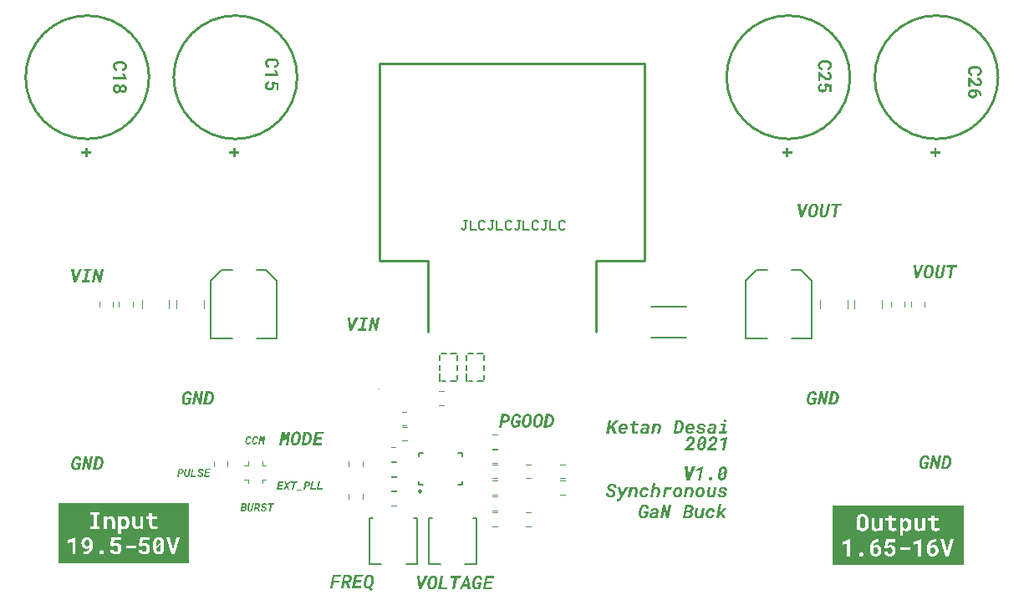
<source format=gto>
G04*
G04 #@! TF.GenerationSoftware,Altium Limited,Altium Designer,21.3.2 (30)*
G04*
G04 Layer_Color=65535*
%FSLAX25Y25*%
%MOIN*%
G70*
G04*
G04 #@! TF.SameCoordinates,58D38C34-9AFC-4311-94A1-E66397908E57*
G04*
G04*
G04 #@! TF.FilePolarity,Positive*
G04*
G01*
G75*
%ADD10C,0.01000*%
%ADD11C,0.00394*%
%ADD12C,0.00984*%
%ADD13C,0.00787*%
%ADD14C,0.00500*%
%ADD15C,0.00709*%
G36*
X267581Y47956D02*
X266554D01*
X265814Y53340D01*
X266906D01*
X267276Y49464D01*
X268867Y53340D01*
X270014D01*
X267581Y47956D01*
D02*
G37*
G36*
X272215D02*
X271198D01*
X271919Y52063D01*
X270513Y51573D01*
X270671Y52507D01*
X273048Y53340D01*
X273122D01*
X272215Y47956D01*
D02*
G37*
G36*
X281345Y53405D02*
X281419Y53395D01*
X281502Y53386D01*
X281595Y53368D01*
X281771Y53312D01*
X281780D01*
X281808Y53294D01*
X281854Y53275D01*
X281909Y53257D01*
X282039Y53183D01*
X282168Y53081D01*
X282178Y53072D01*
X282196Y53053D01*
X282224Y53025D01*
X282261Y52979D01*
X282307Y52933D01*
X282353Y52868D01*
X282437Y52729D01*
X282446Y52720D01*
X282455Y52692D01*
X282474Y52655D01*
X282501Y52600D01*
X282529Y52535D01*
X282557Y52461D01*
X282603Y52295D01*
Y52285D01*
X282612Y52258D01*
X282622Y52211D01*
X282631Y52147D01*
X282640Y52073D01*
X282659Y51989D01*
X282668Y51804D01*
Y51795D01*
Y51758D01*
Y51712D01*
Y51647D01*
Y51564D01*
X282659Y51481D01*
X282640Y51286D01*
X282437Y50001D01*
Y49982D01*
X282427Y49927D01*
X282409Y49853D01*
X282390Y49742D01*
X282353Y49621D01*
X282316Y49483D01*
X282224Y49196D01*
X282215Y49177D01*
X282196Y49131D01*
X282168Y49057D01*
X282122Y48965D01*
X282067Y48863D01*
X282002Y48743D01*
X281928Y48622D01*
X281835Y48511D01*
X281826Y48502D01*
X281789Y48465D01*
X281743Y48410D01*
X281669Y48345D01*
X281586Y48271D01*
X281484Y48188D01*
X281373Y48114D01*
X281243Y48040D01*
X281225Y48030D01*
X281179Y48012D01*
X281114Y47984D01*
X281012Y47956D01*
X280892Y47929D01*
X280753Y47901D01*
X280596Y47882D01*
X280411D01*
X280355Y47892D01*
X280272D01*
X280170Y47910D01*
X280050Y47938D01*
X279930Y47966D01*
X279810Y48012D01*
X279689Y48077D01*
X279680Y48086D01*
X279643Y48114D01*
X279588Y48151D01*
X279523Y48206D01*
X279449Y48280D01*
X279375Y48354D01*
X279301Y48456D01*
X279236Y48558D01*
X279227Y48576D01*
X279208Y48613D01*
X279181Y48678D01*
X279153Y48761D01*
X279116Y48854D01*
X279088Y48974D01*
X279051Y49094D01*
X279033Y49233D01*
Y49251D01*
X279023Y49298D01*
Y49372D01*
X279014Y49473D01*
Y49584D01*
Y49714D01*
X279023Y49853D01*
X279033Y50001D01*
X279236Y51286D01*
Y51296D01*
Y51305D01*
X279245Y51360D01*
X279264Y51434D01*
X279282Y51545D01*
X279310Y51666D01*
X279347Y51804D01*
X279440Y52091D01*
X279449Y52110D01*
X279467Y52156D01*
X279495Y52230D01*
X279541Y52322D01*
X279597Y52433D01*
X279671Y52544D01*
X279745Y52665D01*
X279828Y52776D01*
X279837Y52785D01*
X279874Y52822D01*
X279930Y52877D01*
X279995Y52942D01*
X280087Y53025D01*
X280180Y53099D01*
X280300Y53173D01*
X280420Y53247D01*
X280439Y53257D01*
X280485Y53275D01*
X280559Y53303D01*
X280651Y53331D01*
X280772Y53368D01*
X280920Y53395D01*
X281077Y53414D01*
X281290D01*
X281345Y53405D01*
D02*
G37*
G36*
X276128Y49224D02*
X276211Y49214D01*
X276304Y49177D01*
X276313D01*
X276322Y49168D01*
X276378Y49140D01*
X276452Y49103D01*
X276517Y49048D01*
X276535Y49029D01*
X276572Y48992D01*
X276618Y48928D01*
X276665Y48835D01*
Y48826D01*
X276674Y48817D01*
X276692Y48761D01*
X276711Y48678D01*
X276720Y48576D01*
Y48567D01*
Y48548D01*
Y48521D01*
X276711Y48484D01*
X276702Y48391D01*
X276665Y48289D01*
Y48280D01*
X276655Y48271D01*
X276628Y48215D01*
X276572Y48141D01*
X276507Y48067D01*
X276489Y48049D01*
X276443Y48012D01*
X276378Y47966D01*
X276285Y47929D01*
X276276D01*
X276267Y47919D01*
X276239Y47910D01*
X276202D01*
X276110Y47892D01*
X276008Y47882D01*
X275952D01*
X275915Y47892D01*
X275832Y47901D01*
X275740Y47929D01*
X275730D01*
X275721Y47938D01*
X275666Y47956D01*
X275601Y47993D01*
X275527Y48049D01*
X275508Y48067D01*
X275471Y48114D01*
X275425Y48178D01*
X275379Y48252D01*
Y48262D01*
X275370Y48271D01*
X275360Y48336D01*
X275342Y48419D01*
X275333Y48521D01*
Y48530D01*
Y48548D01*
Y48576D01*
X275342Y48613D01*
X275360Y48706D01*
X275388Y48807D01*
Y48817D01*
X275397Y48826D01*
X275425Y48881D01*
X275471Y48955D01*
X275536Y49029D01*
X275555Y49048D01*
X275601Y49085D01*
X275666Y49131D01*
X275758Y49177D01*
X275767D01*
X275777Y49187D01*
X275804Y49196D01*
X275841Y49205D01*
X275934Y49224D01*
X276045Y49233D01*
X276091D01*
X276128Y49224D01*
D02*
G37*
G36*
X237028Y46574D02*
X237121Y46565D01*
X237223Y46547D01*
X237343Y46528D01*
X237454Y46491D01*
X237574Y46454D01*
X237593Y46445D01*
X237630Y46436D01*
X237685Y46408D01*
X237759Y46371D01*
X237842Y46325D01*
X237935Y46260D01*
X238027Y46195D01*
X238111Y46121D01*
X238120Y46112D01*
X238148Y46084D01*
X238185Y46038D01*
X238240Y45973D01*
X238296Y45899D01*
X238351Y45816D01*
X238407Y45714D01*
X238453Y45603D01*
X238462Y45594D01*
X238471Y45548D01*
X238490Y45483D01*
X238508Y45409D01*
X238536Y45307D01*
X238555Y45187D01*
X238564Y45067D01*
Y44928D01*
X237574D01*
Y44937D01*
Y44956D01*
Y44993D01*
Y45039D01*
X237565Y45150D01*
X237537Y45261D01*
Y45270D01*
X237528Y45289D01*
X237519Y45316D01*
X237500Y45353D01*
X237454Y45437D01*
X237389Y45520D01*
Y45529D01*
X237371Y45538D01*
X237324Y45585D01*
X237250Y45640D01*
X237149Y45686D01*
X237139D01*
X237121Y45696D01*
X237093Y45705D01*
X237056Y45714D01*
X236954Y45742D01*
X236825Y45751D01*
X236760D01*
X236723Y45742D01*
X236612Y45733D01*
X236492Y45705D01*
X236483D01*
X236464Y45696D01*
X236436Y45686D01*
X236399Y45677D01*
X236298Y45631D01*
X236196Y45575D01*
X236187D01*
X236177Y45557D01*
X236122Y45520D01*
X236048Y45455D01*
X235974Y45363D01*
Y45353D01*
X235955Y45344D01*
X235946Y45316D01*
X235928Y45279D01*
X235891Y45178D01*
X235863Y45057D01*
Y45048D01*
Y45030D01*
Y44993D01*
Y44946D01*
X235881Y44835D01*
X235900Y44789D01*
X235928Y44734D01*
Y44724D01*
X235946Y44715D01*
X235983Y44660D01*
X236057Y44586D01*
X236150Y44512D01*
X236159D01*
X236177Y44493D01*
X236205Y44475D01*
X236242Y44456D01*
X236344Y44410D01*
X236464Y44354D01*
X236473D01*
X236492Y44345D01*
X236529Y44336D01*
X236566Y44317D01*
X236668Y44290D01*
X236769Y44253D01*
X236779D01*
X236816Y44234D01*
X236871Y44216D01*
X236945Y44188D01*
X237028Y44151D01*
X237121Y44105D01*
X237324Y44003D01*
X237334Y43994D01*
X237371Y43975D01*
X237417Y43947D01*
X237482Y43901D01*
X237556Y43846D01*
X237630Y43790D01*
X237787Y43642D01*
X237796Y43633D01*
X237824Y43605D01*
X237861Y43559D01*
X237898Y43503D01*
X237953Y43439D01*
X238000Y43355D01*
X238046Y43263D01*
X238092Y43161D01*
X238101Y43152D01*
X238111Y43115D01*
X238129Y43059D01*
X238148Y42985D01*
X238166Y42893D01*
X238175Y42791D01*
X238185Y42680D01*
Y42560D01*
Y42551D01*
Y42514D01*
X238175Y42467D01*
X238166Y42403D01*
X238148Y42329D01*
X238129Y42245D01*
X238074Y42079D01*
Y42070D01*
X238055Y42042D01*
X238037Y42005D01*
X238018Y41949D01*
X237944Y41829D01*
X237842Y41700D01*
X237833Y41690D01*
X237815Y41672D01*
X237787Y41644D01*
X237741Y41598D01*
X237639Y41505D01*
X237500Y41404D01*
X237491Y41394D01*
X237472Y41385D01*
X237426Y41357D01*
X237380Y41330D01*
X237324Y41302D01*
X237250Y41265D01*
X237093Y41200D01*
X237084D01*
X237056Y41191D01*
X237010Y41172D01*
X236954Y41163D01*
X236890Y41145D01*
X236816Y41126D01*
X236640Y41089D01*
X236631D01*
X236603Y41080D01*
X236547D01*
X236492Y41071D01*
X236418D01*
X236344Y41061D01*
X236103D01*
X236029Y41071D01*
X235928Y41080D01*
X235817Y41098D01*
X235696Y41117D01*
X235567Y41145D01*
X235437Y41182D01*
X235419Y41191D01*
X235382Y41200D01*
X235317Y41228D01*
X235243Y41274D01*
X235151Y41320D01*
X235049Y41376D01*
X234947Y41450D01*
X234855Y41524D01*
X234845Y41533D01*
X234818Y41561D01*
X234771Y41607D01*
X234716Y41672D01*
X234651Y41755D01*
X234586Y41848D01*
X234522Y41949D01*
X234466Y42070D01*
X234457Y42088D01*
X234448Y42125D01*
X234429Y42190D01*
X234401Y42282D01*
X234383Y42393D01*
X234364Y42514D01*
X234355Y42652D01*
Y42800D01*
X235345Y42791D01*
Y42782D01*
Y42773D01*
Y42717D01*
X235354Y42643D01*
X235363Y42541D01*
X235391Y42440D01*
X235419Y42319D01*
X235474Y42218D01*
X235548Y42116D01*
X235558Y42107D01*
X235595Y42079D01*
X235641Y42042D01*
X235724Y41996D01*
X235817Y41959D01*
X235928Y41922D01*
X236066Y41885D01*
X236224Y41875D01*
X236288D01*
X236325Y41885D01*
X236427Y41894D01*
X236547Y41912D01*
X236557D01*
X236575Y41922D01*
X236603Y41931D01*
X236649Y41940D01*
X236742Y41977D01*
X236843Y42033D01*
X236853D01*
X236862Y42051D01*
X236917Y42088D01*
X236991Y42162D01*
X237065Y42245D01*
Y42255D01*
X237084Y42273D01*
X237093Y42292D01*
X237112Y42329D01*
X237158Y42430D01*
X237186Y42551D01*
Y42560D01*
Y42588D01*
X237195Y42615D01*
Y42662D01*
X237186Y42773D01*
X237149Y42884D01*
Y42893D01*
X237139Y42911D01*
X237102Y42967D01*
X237047Y43041D01*
X236964Y43115D01*
X236954Y43124D01*
X236945Y43133D01*
X236917Y43152D01*
X236880Y43170D01*
X236797Y43226D01*
X236686Y43281D01*
X236677D01*
X236658Y43291D01*
X236631Y43309D01*
X236594Y43318D01*
X236492Y43355D01*
X236381Y43402D01*
X236372D01*
X236335Y43420D01*
X236279Y43439D01*
X236205Y43466D01*
X236113Y43503D01*
X236020Y43540D01*
X235807Y43633D01*
X235798Y43642D01*
X235761Y43661D01*
X235706Y43688D01*
X235641Y43735D01*
X235567Y43781D01*
X235484Y43836D01*
X235317Y43975D01*
X235308Y43984D01*
X235280Y44012D01*
X235243Y44058D01*
X235197Y44114D01*
X235141Y44179D01*
X235086Y44262D01*
X235030Y44354D01*
X234975Y44447D01*
X234966Y44456D01*
X234956Y44493D01*
X234938Y44549D01*
X234919Y44623D01*
X234901Y44715D01*
X234882Y44817D01*
Y44937D01*
Y45057D01*
Y45076D01*
X234892Y45122D01*
X234901Y45196D01*
X234919Y45289D01*
X234938Y45390D01*
X234975Y45511D01*
X235021Y45622D01*
X235086Y45733D01*
X235095Y45742D01*
X235123Y45779D01*
X235160Y45834D01*
X235215Y45899D01*
X235289Y45973D01*
X235363Y46056D01*
X235456Y46140D01*
X235558Y46214D01*
X235567Y46223D01*
X235604Y46241D01*
X235669Y46278D01*
X235743Y46325D01*
X235844Y46371D01*
X235946Y46417D01*
X236066Y46463D01*
X236196Y46500D01*
X236214D01*
X236261Y46519D01*
X236325Y46528D01*
X236418Y46547D01*
X236520Y46565D01*
X236640Y46574D01*
X236769Y46584D01*
X236964D01*
X237028Y46574D01*
D02*
G37*
G36*
X268284Y45187D02*
X268367Y45178D01*
X268460Y45159D01*
X268552Y45131D01*
X268645Y45094D01*
X268737Y45048D01*
X268747Y45039D01*
X268774Y45020D01*
X268821Y44993D01*
X268867Y44956D01*
X268932Y44900D01*
X268987Y44845D01*
X269043Y44771D01*
X269098Y44687D01*
X269107Y44678D01*
X269117Y44650D01*
X269144Y44604D01*
X269172Y44539D01*
X269200Y44465D01*
X269228Y44382D01*
X269246Y44280D01*
X269265Y44179D01*
Y44169D01*
X269274Y44132D01*
Y44068D01*
X269283Y43994D01*
Y43910D01*
X269292Y43809D01*
X269274Y43587D01*
X268867Y41126D01*
X267859D01*
X268266Y43577D01*
Y43587D01*
Y43605D01*
X268275Y43642D01*
Y43679D01*
Y43781D01*
X268266Y43883D01*
Y43892D01*
Y43910D01*
X268256Y43938D01*
Y43966D01*
X268229Y44049D01*
X268192Y44132D01*
Y44142D01*
X268182Y44151D01*
X268145Y44197D01*
X268090Y44253D01*
X268007Y44299D01*
X267997D01*
X267988Y44308D01*
X267960Y44317D01*
X267923Y44327D01*
X267822Y44354D01*
X267692Y44364D01*
X267655D01*
X267609Y44354D01*
X267544D01*
X267479Y44336D01*
X267405Y44317D01*
X267322Y44290D01*
X267248Y44253D01*
X267239D01*
X267211Y44234D01*
X267174Y44206D01*
X267128Y44179D01*
X267017Y44086D01*
X266897Y43966D01*
X266397Y41126D01*
X265389D01*
X266083Y45122D01*
X266989Y45131D01*
X266924Y44567D01*
X266934Y44576D01*
X266961Y44613D01*
X267017Y44669D01*
X267082Y44734D01*
X267156Y44808D01*
X267248Y44882D01*
X267350Y44956D01*
X267461Y45030D01*
X267479Y45039D01*
X267516Y45057D01*
X267581Y45085D01*
X267664Y45113D01*
X267775Y45150D01*
X267886Y45178D01*
X268025Y45196D01*
X268219D01*
X268284Y45187D01*
D02*
G37*
G36*
X246038Y45187D02*
X246121Y45178D01*
X246214Y45159D01*
X246306Y45131D01*
X246399Y45094D01*
X246491Y45048D01*
X246500Y45039D01*
X246528Y45020D01*
X246574Y44993D01*
X246621Y44956D01*
X246685Y44900D01*
X246741Y44845D01*
X246796Y44771D01*
X246852Y44687D01*
X246861Y44678D01*
X246870Y44650D01*
X246898Y44604D01*
X246926Y44539D01*
X246954Y44465D01*
X246981Y44382D01*
X247000Y44280D01*
X247018Y44179D01*
Y44169D01*
X247028Y44132D01*
Y44068D01*
X247037Y43994D01*
Y43910D01*
X247046Y43809D01*
X247028Y43587D01*
X246621Y41126D01*
X245612D01*
X246019Y43577D01*
Y43587D01*
Y43605D01*
X246029Y43642D01*
Y43679D01*
Y43781D01*
X246019Y43883D01*
Y43892D01*
Y43910D01*
X246010Y43938D01*
Y43966D01*
X245982Y44049D01*
X245945Y44132D01*
Y44142D01*
X245936Y44151D01*
X245899Y44197D01*
X245844Y44253D01*
X245760Y44299D01*
X245751D01*
X245742Y44308D01*
X245714Y44317D01*
X245677Y44327D01*
X245575Y44354D01*
X245446Y44364D01*
X245409D01*
X245363Y44354D01*
X245298D01*
X245233Y44336D01*
X245159Y44317D01*
X245076Y44290D01*
X245002Y44253D01*
X244993D01*
X244965Y44234D01*
X244928Y44206D01*
X244882Y44179D01*
X244771Y44086D01*
X244650Y43966D01*
X244151Y41126D01*
X243143D01*
X243836Y45122D01*
X244743Y45131D01*
X244678Y44567D01*
X244687Y44576D01*
X244715Y44613D01*
X244771Y44669D01*
X244835Y44734D01*
X244909Y44808D01*
X245002Y44882D01*
X245104Y44956D01*
X245215Y45030D01*
X245233Y45039D01*
X245270Y45057D01*
X245335Y45085D01*
X245418Y45113D01*
X245529Y45150D01*
X245640Y45178D01*
X245779Y45196D01*
X245973D01*
X246038Y45187D01*
D02*
G37*
G36*
X260172Y45196D02*
X260311Y45178D01*
X260320D01*
X260338Y45168D01*
X260375D01*
X260431Y45159D01*
X260551Y45131D01*
X260690Y45094D01*
X260412Y44077D01*
X260403D01*
X260375Y44086D01*
X260338Y44095D01*
X260292Y44105D01*
X260163Y44132D01*
X260024Y44151D01*
X260015D01*
X259996Y44160D01*
X259959D01*
X259904Y44169D01*
X259848D01*
X259783Y44179D01*
X259561D01*
X259506Y44169D01*
X259441Y44160D01*
X259367Y44151D01*
X259191Y44105D01*
X259099Y44068D01*
X258997Y44021D01*
X258895Y43975D01*
X258803Y43910D01*
X258701Y43836D01*
X258609Y43744D01*
X258525Y43651D01*
X258442Y43531D01*
X258017Y41126D01*
X257018D01*
X257711Y45122D01*
X258646D01*
X258544Y44465D01*
X258553Y44475D01*
X258562Y44493D01*
X258590Y44521D01*
X258627Y44567D01*
X258720Y44660D01*
X258821Y44761D01*
X258831Y44771D01*
X258849Y44789D01*
X258877Y44808D01*
X258923Y44845D01*
X259025Y44919D01*
X259154Y44993D01*
X259164Y45002D01*
X259182Y45011D01*
X259219Y45030D01*
X259265Y45048D01*
X259386Y45104D01*
X259524Y45150D01*
X259534D01*
X259561Y45159D01*
X259598Y45168D01*
X259645Y45178D01*
X259709Y45187D01*
X259774Y45196D01*
X259931Y45205D01*
X260052D01*
X260172Y45196D01*
D02*
G37*
G36*
X281262Y45187D02*
X281354Y45178D01*
X281456Y45159D01*
X281669Y45113D01*
X281678D01*
X281715Y45104D01*
X281771Y45085D01*
X281845Y45057D01*
X281919Y45020D01*
X282002Y44983D01*
X282178Y44882D01*
X282187Y44872D01*
X282215Y44854D01*
X282261Y44817D01*
X282307Y44771D01*
X282372Y44715D01*
X282427Y44650D01*
X282492Y44567D01*
X282548Y44484D01*
X282557Y44475D01*
X282566Y44438D01*
X282594Y44391D01*
X282622Y44317D01*
X282640Y44234D01*
X282668Y44132D01*
X282677Y44021D01*
X282686Y43901D01*
X281687Y43910D01*
Y43920D01*
Y43938D01*
Y43994D01*
X281669Y44068D01*
X281641Y44151D01*
Y44160D01*
X281632Y44169D01*
X281604Y44216D01*
X281567Y44271D01*
X281502Y44327D01*
X281484Y44336D01*
X281447Y44364D01*
X281382Y44391D01*
X281299Y44419D01*
X281290D01*
X281280Y44428D01*
X281225Y44438D01*
X281142Y44447D01*
X280966D01*
X280892Y44438D01*
X280799Y44428D01*
X280781D01*
X280716Y44410D01*
X280642Y44391D01*
X280550Y44354D01*
X280540D01*
X280531Y44345D01*
X280485Y44317D01*
X280420Y44271D01*
X280355Y44206D01*
X280346Y44188D01*
X280309Y44142D01*
X280272Y44077D01*
X280244Y43984D01*
Y43975D01*
Y43966D01*
Y43901D01*
X280254Y43827D01*
X280291Y43753D01*
X280300Y43744D01*
X280346Y43707D01*
X280402Y43661D01*
X280476Y43624D01*
X280485D01*
X280494Y43614D01*
X280550Y43596D01*
X280624Y43577D01*
X280716Y43550D01*
X280735D01*
X280790Y43531D01*
X280864Y43522D01*
X280938Y43503D01*
X280947D01*
X280984Y43494D01*
X281031Y43485D01*
X281095Y43466D01*
X281179Y43448D01*
X281262Y43429D01*
X281456Y43374D01*
X281465D01*
X281502Y43365D01*
X281549Y43346D01*
X281623Y43318D01*
X281697Y43291D01*
X281780Y43254D01*
X281946Y43161D01*
X281956Y43152D01*
X281983Y43133D01*
X282020Y43106D01*
X282076Y43069D01*
X282131Y43013D01*
X282196Y42958D01*
X282307Y42810D01*
X282316Y42800D01*
X282326Y42773D01*
X282353Y42726D01*
X282372Y42662D01*
X282400Y42588D01*
X282418Y42504D01*
X282427Y42403D01*
Y42292D01*
Y42282D01*
Y42255D01*
X282418Y42208D01*
X282409Y42153D01*
X282381Y42023D01*
X282326Y41875D01*
Y41866D01*
X282307Y41848D01*
X282289Y41811D01*
X282270Y41764D01*
X282196Y41663D01*
X282094Y41552D01*
X282085Y41542D01*
X282067Y41533D01*
X282039Y41505D01*
X282002Y41468D01*
X281900Y41394D01*
X281771Y41311D01*
X281761D01*
X281743Y41293D01*
X281697Y41274D01*
X281650Y41256D01*
X281595Y41228D01*
X281521Y41209D01*
X281373Y41154D01*
X281364D01*
X281336Y41145D01*
X281299Y41135D01*
X281243Y41126D01*
X281179Y41108D01*
X281114Y41098D01*
X280957Y41080D01*
X280920D01*
X280883Y41071D01*
X280827D01*
X280698Y41061D01*
X280559Y41052D01*
X280503D01*
X280448Y41061D01*
X280365D01*
X280272Y41071D01*
X280170Y41089D01*
X279948Y41135D01*
X279939D01*
X279902Y41154D01*
X279847Y41172D01*
X279773Y41200D01*
X279689Y41237D01*
X279597Y41274D01*
X279421Y41385D01*
X279412Y41394D01*
X279384Y41413D01*
X279338Y41450D01*
X279292Y41496D01*
X279227Y41561D01*
X279162Y41635D01*
X279097Y41709D01*
X279042Y41801D01*
X279033Y41811D01*
X279023Y41848D01*
X278996Y41903D01*
X278968Y41968D01*
X278940Y42060D01*
X278922Y42153D01*
X278903Y42273D01*
X278894Y42393D01*
X279847D01*
Y42384D01*
Y42366D01*
X279856Y42338D01*
Y42292D01*
X279874Y42199D01*
X279911Y42107D01*
X279921Y42088D01*
X279958Y42042D01*
X280013Y41986D01*
X280078Y41922D01*
X280087D01*
X280096Y41912D01*
X280152Y41885D01*
X280226Y41848D01*
X280318Y41820D01*
X280328D01*
X280346Y41811D01*
X280374D01*
X280411Y41801D01*
X280503Y41792D01*
X280614Y41783D01*
X280688D01*
X280762Y41792D01*
X280864Y41801D01*
X280892D01*
X280910Y41811D01*
X280947Y41820D01*
X281031Y41838D01*
X281123Y41866D01*
X281132D01*
X281142Y41875D01*
X281197Y41903D01*
X281271Y41949D01*
X281336Y42005D01*
X281354Y42023D01*
X281382Y42070D01*
X281428Y42144D01*
X281456Y42245D01*
Y42264D01*
X281465Y42301D01*
X281456Y42347D01*
X281438Y42403D01*
X281428Y42412D01*
X281410Y42440D01*
X281382Y42477D01*
X281336Y42514D01*
X281327Y42523D01*
X281290Y42551D01*
X281243Y42578D01*
X281179Y42606D01*
X281160Y42615D01*
X281123Y42625D01*
X281058Y42643D01*
X280994Y42662D01*
X280975Y42671D01*
X280938Y42680D01*
X280873Y42689D01*
X280809Y42699D01*
X280799D01*
X280762Y42708D01*
X280716Y42726D01*
X280670Y42736D01*
X280661D01*
X280633Y42745D01*
X280587Y42754D01*
X280522Y42773D01*
X280448Y42791D01*
X280374Y42819D01*
X280189Y42874D01*
X280180D01*
X280143Y42893D01*
X280096Y42911D01*
X280041Y42939D01*
X279967Y42976D01*
X279893Y43013D01*
X279736Y43106D01*
X279726Y43115D01*
X279699Y43133D01*
X279662Y43161D01*
X279615Y43198D01*
X279569Y43254D01*
X279514Y43309D01*
X279403Y43448D01*
X279393Y43457D01*
X279384Y43485D01*
X279366Y43531D01*
X279338Y43587D01*
X279319Y43651D01*
X279301Y43735D01*
X279282Y43827D01*
Y43929D01*
Y43938D01*
Y43966D01*
X279292Y44012D01*
X279301Y44068D01*
X279329Y44197D01*
X279375Y44336D01*
Y44345D01*
X279393Y44364D01*
X279412Y44401D01*
X279430Y44447D01*
X279504Y44549D01*
X279588Y44660D01*
X279597Y44669D01*
X279615Y44687D01*
X279643Y44706D01*
X279680Y44743D01*
X279782Y44817D01*
X279902Y44900D01*
X279911Y44909D01*
X279930Y44919D01*
X279967Y44937D01*
X280013Y44965D01*
X280133Y45020D01*
X280272Y45076D01*
X280281D01*
X280309Y45085D01*
X280346Y45094D01*
X280402Y45113D01*
X280457Y45131D01*
X280531Y45141D01*
X280679Y45168D01*
X280688D01*
X280716Y45178D01*
X280753D01*
X280809Y45187D01*
X280929Y45196D01*
X281188D01*
X281262Y45187D01*
D02*
G37*
G36*
X250080Y45187D02*
X250163Y45178D01*
X250265Y45159D01*
X250367Y45141D01*
X250478Y45113D01*
X250580Y45076D01*
X250589Y45067D01*
X250626Y45057D01*
X250681Y45030D01*
X250746Y44993D01*
X250820Y44946D01*
X250894Y44891D01*
X250977Y44826D01*
X251051Y44752D01*
X251061Y44743D01*
X251079Y44715D01*
X251116Y44669D01*
X251162Y44613D01*
X251209Y44539D01*
X251255Y44456D01*
X251301Y44364D01*
X251347Y44262D01*
X251357Y44253D01*
X251366Y44216D01*
X251375Y44160D01*
X251394Y44077D01*
X251412Y43984D01*
X251421Y43883D01*
X251431Y43772D01*
Y43642D01*
X250487D01*
Y43651D01*
Y43670D01*
Y43698D01*
Y43735D01*
X250478Y43818D01*
X250459Y43920D01*
Y43929D01*
X250450Y43947D01*
X250432Y44003D01*
X250404Y44077D01*
X250348Y44151D01*
X250339Y44169D01*
X250293Y44206D01*
X250237Y44253D01*
X250154Y44299D01*
X250145D01*
X250136Y44308D01*
X250108Y44317D01*
X250071Y44336D01*
X249988Y44354D01*
X249877Y44373D01*
X249830D01*
X249784Y44364D01*
X249729D01*
X249581Y44327D01*
X249516Y44299D01*
X249442Y44262D01*
X249433D01*
X249414Y44243D01*
X249377Y44225D01*
X249340Y44188D01*
X249248Y44105D01*
X249146Y43984D01*
X249137Y43975D01*
X249127Y43957D01*
X249109Y43920D01*
X249081Y43873D01*
X249044Y43809D01*
X249016Y43744D01*
X248961Y43587D01*
Y43577D01*
X248952Y43550D01*
X248942Y43513D01*
X248924Y43457D01*
X248915Y43392D01*
X248896Y43318D01*
X248868Y43170D01*
X248850Y43059D01*
Y43050D01*
Y43032D01*
X248841Y42995D01*
Y42939D01*
Y42884D01*
X248831Y42819D01*
Y42671D01*
Y42662D01*
Y42634D01*
Y42597D01*
X248841Y42551D01*
X248859Y42421D01*
X248887Y42292D01*
Y42282D01*
X248896Y42264D01*
X248915Y42227D01*
X248933Y42190D01*
X248989Y42097D01*
X249072Y41996D01*
X249081Y41986D01*
X249100Y41977D01*
X249127Y41959D01*
X249164Y41931D01*
X249220Y41912D01*
X249285Y41894D01*
X249359Y41875D01*
X249442Y41866D01*
X249534D01*
X249618Y41875D01*
X249719Y41894D01*
X249729D01*
X249747Y41903D01*
X249803Y41931D01*
X249886Y41968D01*
X249969Y42014D01*
X249978D01*
X249988Y42033D01*
X250034Y42070D01*
X250099Y42134D01*
X250154Y42218D01*
Y42227D01*
X250163Y42236D01*
X250191Y42301D01*
X250228Y42384D01*
X250247Y42486D01*
X251190Y42495D01*
Y42477D01*
X251181Y42440D01*
X251172Y42375D01*
X251162Y42292D01*
X251135Y42190D01*
X251107Y42088D01*
X251061Y41986D01*
X251005Y41875D01*
X250996Y41866D01*
X250977Y41829D01*
X250940Y41783D01*
X250894Y41718D01*
X250839Y41644D01*
X250765Y41570D01*
X250681Y41496D01*
X250589Y41422D01*
X250580Y41413D01*
X250543Y41394D01*
X250496Y41357D01*
X250422Y41320D01*
X250339Y41274D01*
X250247Y41228D01*
X250136Y41182D01*
X250025Y41135D01*
X250015D01*
X249969Y41117D01*
X249904Y41108D01*
X249830Y41089D01*
X249729Y41071D01*
X249627Y41061D01*
X249516Y41052D01*
X249322D01*
X249238Y41061D01*
X249137Y41080D01*
X249026Y41098D01*
X248896Y41126D01*
X248767Y41163D01*
X248646Y41219D01*
X248637Y41228D01*
X248600Y41246D01*
X248535Y41283D01*
X248471Y41339D01*
X248387Y41394D01*
X248304Y41468D01*
X248221Y41561D01*
X248147Y41653D01*
X248138Y41663D01*
X248119Y41700D01*
X248082Y41764D01*
X248045Y41838D01*
X247999Y41931D01*
X247962Y42042D01*
X247925Y42162D01*
X247888Y42292D01*
Y42310D01*
X247879Y42356D01*
X247869Y42430D01*
X247860Y42523D01*
X247851Y42634D01*
X247842Y42763D01*
Y42902D01*
X247851Y43050D01*
X247860Y43170D01*
Y43180D01*
Y43189D01*
X247869Y43244D01*
X247888Y43318D01*
X247906Y43429D01*
X247943Y43550D01*
X247980Y43679D01*
X248027Y43818D01*
X248082Y43957D01*
X248091Y43975D01*
X248110Y44021D01*
X248147Y44095D01*
X248202Y44179D01*
X248258Y44280D01*
X248332Y44391D01*
X248424Y44502D01*
X248517Y44613D01*
X248526Y44623D01*
X248563Y44660D01*
X248619Y44706D01*
X248693Y44771D01*
X248785Y44845D01*
X248896Y44919D01*
X249016Y44983D01*
X249146Y45048D01*
X249164Y45057D01*
X249211Y45076D01*
X249285Y45094D01*
X249386Y45122D01*
X249507Y45150D01*
X249645Y45178D01*
X249793Y45196D01*
X250015D01*
X250080Y45187D01*
D02*
G37*
G36*
X240562Y40525D02*
X240553Y40516D01*
X240543Y40488D01*
X240516Y40451D01*
X240488Y40405D01*
X240395Y40275D01*
X240294Y40136D01*
X240284Y40127D01*
X240266Y40109D01*
X240238Y40072D01*
X240201Y40025D01*
X240099Y39914D01*
X239970Y39803D01*
X239961Y39794D01*
X239942Y39785D01*
X239905Y39757D01*
X239859Y39729D01*
X239794Y39692D01*
X239729Y39655D01*
X239572Y39591D01*
X239563D01*
X239535Y39581D01*
X239489Y39563D01*
X239433Y39554D01*
X239359Y39535D01*
X239276Y39517D01*
X239091Y39507D01*
X239008D01*
X238925Y39517D01*
X238832Y39535D01*
X238814D01*
X238758Y39554D01*
X238675Y39563D01*
X238582Y39591D01*
X238786Y40368D01*
X238878D01*
X238934Y40358D01*
X238952D01*
X238989Y40349D01*
X239110D01*
X239156Y40358D01*
X239221Y40377D01*
X239285Y40405D01*
X239304Y40414D01*
X239341Y40442D01*
X239387Y40479D01*
X239443Y40525D01*
X239452Y40534D01*
X239489Y40571D01*
X239535Y40627D01*
X239581Y40682D01*
X239591Y40701D01*
X239618Y40728D01*
X239655Y40784D01*
X239702Y40830D01*
X240062Y41339D01*
X239091Y45122D01*
X240146D01*
X240636Y42754D01*
X240673Y42393D01*
X242171Y45122D01*
X243328D01*
X240562Y40525D01*
D02*
G37*
G36*
X277738Y41126D02*
X276831D01*
X276905Y41690D01*
X276896Y41681D01*
X276887Y41663D01*
X276859Y41635D01*
X276831Y41598D01*
X276757Y41515D01*
X276665Y41422D01*
X276655Y41413D01*
X276646Y41404D01*
X276591Y41357D01*
X276498Y41293D01*
X276396Y41219D01*
X276387D01*
X276369Y41209D01*
X276341Y41191D01*
X276304Y41172D01*
X276211Y41135D01*
X276091Y41098D01*
X276082D01*
X276063Y41089D01*
X276026Y41080D01*
X275989D01*
X275869Y41061D01*
X275740Y41052D01*
X275656D01*
X275601Y41061D01*
X275462Y41080D01*
X275314Y41126D01*
X275305D01*
X275286Y41135D01*
X275249Y41154D01*
X275203Y41172D01*
X275101Y41228D01*
X275000Y41311D01*
X274990Y41320D01*
X274981Y41330D01*
X274953Y41357D01*
X274926Y41394D01*
X274852Y41478D01*
X274787Y41589D01*
Y41598D01*
X274778Y41616D01*
X274759Y41653D01*
X274741Y41700D01*
X274694Y41811D01*
X274657Y41940D01*
Y41949D01*
X274648Y41977D01*
X274639Y42014D01*
X274630Y42060D01*
X274620Y42125D01*
X274611Y42190D01*
X274602Y42338D01*
Y42347D01*
Y42375D01*
Y42412D01*
Y42467D01*
X274611Y42532D01*
Y42606D01*
X274620Y42754D01*
X275018Y45122D01*
X276017D01*
X275629Y42745D01*
Y42736D01*
Y42717D01*
X275619Y42689D01*
Y42643D01*
X275610Y42551D01*
X275601Y42430D01*
Y42421D01*
Y42403D01*
Y42375D01*
X275610Y42338D01*
X275619Y42255D01*
X275638Y42162D01*
Y42153D01*
X275647Y42144D01*
X275675Y42088D01*
X275721Y42023D01*
X275786Y41959D01*
X275795D01*
X275804Y41949D01*
X275832Y41931D01*
X275869Y41922D01*
X275962Y41894D01*
X276091Y41875D01*
X276137D01*
X276184Y41885D01*
X276248Y41894D01*
X276322Y41903D01*
X276406Y41922D01*
X276489Y41949D01*
X276563Y41986D01*
X276572Y41996D01*
X276600Y42005D01*
X276637Y42033D01*
X276692Y42070D01*
X276748Y42116D01*
X276813Y42171D01*
X276868Y42236D01*
X276933Y42310D01*
X277423Y45122D01*
X278431D01*
X277738Y41126D01*
D02*
G37*
G36*
X253604Y44567D02*
X253614Y44576D01*
X253641Y44613D01*
X253688Y44669D01*
X253752Y44724D01*
X253826Y44798D01*
X253910Y44872D01*
X254011Y44946D01*
X254113Y45020D01*
X254122Y45030D01*
X254169Y45048D01*
X254224Y45076D01*
X254307Y45113D01*
X254409Y45141D01*
X254520Y45168D01*
X254640Y45196D01*
X254835D01*
X254899Y45187D01*
X254983Y45178D01*
X255075Y45159D01*
X255177Y45131D01*
X255279Y45094D01*
X255371Y45048D01*
X255380Y45039D01*
X255408Y45020D01*
X255454Y44993D01*
X255510Y44946D01*
X255565Y44900D01*
X255630Y44835D01*
X255686Y44761D01*
X255741Y44678D01*
X255750Y44669D01*
X255760Y44641D01*
X255787Y44586D01*
X255815Y44530D01*
X255843Y44447D01*
X255871Y44354D01*
X255898Y44262D01*
X255917Y44151D01*
Y44142D01*
X255926Y44105D01*
Y44040D01*
X255935Y43966D01*
X255945Y43873D01*
Y43772D01*
X255935Y43540D01*
X255528Y41126D01*
X254520D01*
X254936Y43559D01*
Y43568D01*
Y43587D01*
X254946Y43624D01*
Y43661D01*
Y43762D01*
X254936Y43864D01*
Y43873D01*
Y43892D01*
X254918Y43947D01*
X254890Y44031D01*
X254853Y44114D01*
Y44123D01*
X254844Y44132D01*
X254807Y44179D01*
X254751Y44234D01*
X254668Y44290D01*
X254659D01*
X254650Y44299D01*
X254622Y44308D01*
X254585Y44327D01*
X254492Y44345D01*
X254363Y44354D01*
X254280D01*
X254215Y44345D01*
X254150Y44336D01*
X254076Y44327D01*
X253993Y44299D01*
X253919Y44271D01*
X253910D01*
X253882Y44253D01*
X253845Y44234D01*
X253799Y44206D01*
X253688Y44123D01*
X253558Y44012D01*
X253049Y41126D01*
X252041D01*
X253031Y46806D01*
X254030D01*
X253604Y44567D01*
D02*
G37*
G36*
X272326Y45187D02*
X272428Y45168D01*
X272548Y45150D01*
X272669Y45122D01*
X272798Y45076D01*
X272918Y45020D01*
X272937Y45011D01*
X272974Y44993D01*
X273029Y44956D01*
X273103Y44900D01*
X273177Y44835D01*
X273270Y44761D01*
X273353Y44669D01*
X273427Y44567D01*
X273436Y44558D01*
X273455Y44521D01*
X273492Y44456D01*
X273538Y44382D01*
X273575Y44290D01*
X273621Y44179D01*
X273658Y44058D01*
X273695Y43929D01*
Y43910D01*
X273705Y43864D01*
X273714Y43790D01*
X273723Y43698D01*
X273732Y43587D01*
X273742Y43457D01*
X273732Y43318D01*
X273723Y43170D01*
X273714Y43087D01*
Y43069D01*
X273705Y43013D01*
X273686Y42939D01*
X273668Y42828D01*
X273640Y42708D01*
X273594Y42578D01*
X273547Y42430D01*
X273492Y42292D01*
X273483Y42273D01*
X273464Y42227D01*
X273427Y42153D01*
X273372Y42070D01*
X273316Y41968D01*
X273242Y41857D01*
X273150Y41746D01*
X273057Y41635D01*
X273048Y41626D01*
X273011Y41589D01*
X272955Y41542D01*
X272881Y41478D01*
X272780Y41404D01*
X272678Y41339D01*
X272548Y41265D01*
X272419Y41200D01*
X272400Y41191D01*
X272354Y41172D01*
X272280Y41154D01*
X272178Y41126D01*
X272058Y41098D01*
X271919Y41071D01*
X271771Y41052D01*
X271531D01*
X271448Y41061D01*
X271346Y41080D01*
X271235Y41098D01*
X271105Y41126D01*
X270976Y41163D01*
X270856Y41219D01*
X270846Y41228D01*
X270809Y41246D01*
X270745Y41283D01*
X270680Y41339D01*
X270597Y41404D01*
X270513Y41478D01*
X270430Y41561D01*
X270356Y41663D01*
X270347Y41672D01*
X270328Y41709D01*
X270291Y41774D01*
X270254Y41848D01*
X270208Y41940D01*
X270162Y42051D01*
X270125Y42171D01*
X270088Y42301D01*
Y42319D01*
X270079Y42366D01*
X270069Y42440D01*
X270060Y42532D01*
X270051Y42643D01*
X270042Y42773D01*
Y42911D01*
X270051Y43059D01*
X270060Y43133D01*
Y43143D01*
Y43152D01*
X270069Y43207D01*
X270088Y43291D01*
X270106Y43392D01*
X270134Y43513D01*
X270171Y43651D01*
X270217Y43799D01*
X270273Y43938D01*
X270282Y43957D01*
X270301Y44003D01*
X270347Y44077D01*
X270393Y44160D01*
X270458Y44262D01*
X270532Y44373D01*
X270624Y44484D01*
X270717Y44595D01*
X270726Y44604D01*
X270763Y44641D01*
X270819Y44697D01*
X270902Y44761D01*
X270994Y44826D01*
X271096Y44900D01*
X271226Y44974D01*
X271355Y45039D01*
X271374Y45048D01*
X271420Y45067D01*
X271494Y45094D01*
X271596Y45122D01*
X271716Y45150D01*
X271855Y45178D01*
X272012Y45196D01*
X272252D01*
X272326Y45187D01*
D02*
G37*
G36*
X263428D02*
X263530Y45168D01*
X263650Y45150D01*
X263770Y45122D01*
X263900Y45076D01*
X264020Y45020D01*
X264038Y45011D01*
X264075Y44993D01*
X264131Y44956D01*
X264205Y44900D01*
X264279Y44835D01*
X264371Y44761D01*
X264455Y44669D01*
X264529Y44567D01*
X264538Y44558D01*
X264556Y44521D01*
X264593Y44456D01*
X264640Y44382D01*
X264677Y44290D01*
X264723Y44179D01*
X264760Y44058D01*
X264797Y43929D01*
Y43910D01*
X264806Y43864D01*
X264815Y43790D01*
X264825Y43698D01*
X264834Y43587D01*
X264843Y43457D01*
X264834Y43318D01*
X264825Y43170D01*
X264815Y43087D01*
Y43069D01*
X264806Y43013D01*
X264788Y42939D01*
X264769Y42828D01*
X264741Y42708D01*
X264695Y42578D01*
X264649Y42430D01*
X264593Y42292D01*
X264584Y42273D01*
X264566Y42227D01*
X264529Y42153D01*
X264473Y42070D01*
X264418Y41968D01*
X264344Y41857D01*
X264251Y41746D01*
X264159Y41635D01*
X264149Y41626D01*
X264112Y41589D01*
X264057Y41542D01*
X263983Y41478D01*
X263881Y41404D01*
X263779Y41339D01*
X263650Y41265D01*
X263520Y41200D01*
X263502Y41191D01*
X263456Y41172D01*
X263382Y41154D01*
X263280Y41126D01*
X263160Y41098D01*
X263021Y41071D01*
X262873Y41052D01*
X262632D01*
X262549Y41061D01*
X262447Y41080D01*
X262336Y41098D01*
X262207Y41126D01*
X262077Y41163D01*
X261957Y41219D01*
X261948Y41228D01*
X261911Y41246D01*
X261846Y41283D01*
X261781Y41339D01*
X261698Y41404D01*
X261615Y41478D01*
X261532Y41561D01*
X261458Y41663D01*
X261448Y41672D01*
X261430Y41709D01*
X261393Y41774D01*
X261356Y41848D01*
X261310Y41940D01*
X261263Y42051D01*
X261226Y42171D01*
X261189Y42301D01*
Y42319D01*
X261180Y42366D01*
X261171Y42440D01*
X261162Y42532D01*
X261152Y42643D01*
X261143Y42773D01*
Y42911D01*
X261152Y43059D01*
X261162Y43133D01*
Y43143D01*
Y43152D01*
X261171Y43207D01*
X261189Y43291D01*
X261208Y43392D01*
X261236Y43513D01*
X261273Y43651D01*
X261319Y43799D01*
X261374Y43938D01*
X261384Y43957D01*
X261402Y44003D01*
X261448Y44077D01*
X261495Y44160D01*
X261559Y44262D01*
X261633Y44373D01*
X261726Y44484D01*
X261818Y44595D01*
X261828Y44604D01*
X261865Y44641D01*
X261920Y44697D01*
X262003Y44761D01*
X262096Y44826D01*
X262198Y44900D01*
X262327Y44974D01*
X262457Y45039D01*
X262475Y45048D01*
X262521Y45067D01*
X262595Y45094D01*
X262697Y45122D01*
X262817Y45150D01*
X262956Y45178D01*
X263113Y45196D01*
X263354D01*
X263428Y45187D01*
D02*
G37*
G36*
X249951Y38199D02*
X250052Y38190D01*
X250154Y38172D01*
X250274Y38153D01*
X250395Y38116D01*
X250506Y38079D01*
X250515Y38070D01*
X250552Y38061D01*
X250607Y38033D01*
X250681Y37996D01*
X250755Y37950D01*
X250839Y37885D01*
X250922Y37820D01*
X251005Y37746D01*
X251014Y37737D01*
X251042Y37709D01*
X251079Y37663D01*
X251116Y37598D01*
X251172Y37524D01*
X251218Y37432D01*
X251264Y37330D01*
X251310Y37219D01*
X251320Y37210D01*
X251329Y37163D01*
X251347Y37099D01*
X251366Y37015D01*
X251394Y36914D01*
X251412Y36803D01*
X251431Y36673D01*
X251440Y36534D01*
X250459D01*
Y36544D01*
Y36562D01*
Y36599D01*
X250450Y36645D01*
X250441Y36747D01*
X250413Y36858D01*
Y36867D01*
X250404Y36886D01*
X250395Y36914D01*
X250385Y36951D01*
X250348Y37034D01*
X250293Y37126D01*
Y37136D01*
X250284Y37145D01*
X250237Y37191D01*
X250173Y37247D01*
X250080Y37302D01*
X250071D01*
X250062Y37311D01*
X250025Y37321D01*
X249988Y37339D01*
X249886Y37358D01*
X249756Y37367D01*
X249636D01*
X249525Y37348D01*
X249405Y37302D01*
X249396D01*
X249377Y37293D01*
X249349Y37274D01*
X249312Y37256D01*
X249220Y37200D01*
X249118Y37117D01*
X249109Y37108D01*
X249100Y37099D01*
X249072Y37071D01*
X249044Y37034D01*
X248979Y36941D01*
X248905Y36830D01*
Y36821D01*
X248887Y36803D01*
X248868Y36775D01*
X248850Y36729D01*
X248794Y36627D01*
X248739Y36497D01*
Y36488D01*
X248730Y36470D01*
X248720Y36433D01*
X248702Y36386D01*
X248665Y36275D01*
X248628Y36137D01*
Y36127D01*
X248619Y36109D01*
Y36072D01*
X248609Y36035D01*
X248582Y35924D01*
X248563Y35813D01*
X248461Y35064D01*
Y35054D01*
Y35036D01*
X248452Y35008D01*
Y34971D01*
X248443Y34879D01*
X248424Y34758D01*
Y34749D01*
Y34731D01*
Y34694D01*
Y34657D01*
Y34546D01*
Y34416D01*
Y34407D01*
Y34388D01*
X248434Y34351D01*
Y34314D01*
X248452Y34203D01*
X248471Y34083D01*
Y34074D01*
X248480Y34055D01*
X248489Y34028D01*
X248498Y33991D01*
X248535Y33898D01*
X248582Y33796D01*
Y33787D01*
X248600Y33778D01*
X248637Y33722D01*
X248711Y33658D01*
X248794Y33593D01*
X248804D01*
X248822Y33584D01*
X248850Y33565D01*
X248887Y33556D01*
X248933Y33537D01*
X248989Y33528D01*
X249127Y33510D01*
X249257D01*
X249322Y33519D01*
X249386Y33528D01*
X249544Y33556D01*
X249553D01*
X249581Y33565D01*
X249618Y33584D01*
X249673Y33602D01*
X249793Y33658D01*
X249923Y33741D01*
X250108Y34721D01*
X249238D01*
X249377Y35498D01*
X251255D01*
X250922Y33371D01*
X250913Y33362D01*
X250894Y33343D01*
X250857Y33306D01*
X250811Y33260D01*
X250755Y33204D01*
X250681Y33149D01*
X250524Y33038D01*
X250515Y33029D01*
X250487Y33019D01*
X250441Y32992D01*
X250385Y32964D01*
X250311Y32927D01*
X250228Y32890D01*
X250043Y32825D01*
X250034D01*
X249997Y32816D01*
X249951Y32797D01*
X249886Y32788D01*
X249803Y32770D01*
X249719Y32751D01*
X249525Y32714D01*
X249516D01*
X249479Y32705D01*
X249433D01*
X249368Y32696D01*
X249285Y32686D01*
X249201D01*
X249016Y32677D01*
X248961D01*
X248896Y32686D01*
X248822Y32696D01*
X248730Y32705D01*
X248628Y32723D01*
X248424Y32779D01*
X248415Y32788D01*
X248378Y32797D01*
X248332Y32816D01*
X248276Y32853D01*
X248128Y32936D01*
X247980Y33047D01*
X247971Y33056D01*
X247953Y33075D01*
X247916Y33112D01*
X247869Y33167D01*
X247823Y33223D01*
X247777Y33297D01*
X247675Y33454D01*
X247666Y33463D01*
X247657Y33491D01*
X247638Y33537D01*
X247610Y33602D01*
X247573Y33676D01*
X247546Y33759D01*
X247490Y33944D01*
Y33954D01*
X247481Y33991D01*
X247472Y34046D01*
X247453Y34111D01*
X247444Y34194D01*
X247425Y34287D01*
X247407Y34490D01*
Y34499D01*
Y34536D01*
Y34601D01*
Y34675D01*
Y34758D01*
X247416Y34860D01*
X247435Y35073D01*
X247546Y35804D01*
Y35813D01*
X247555Y35859D01*
X247564Y35915D01*
X247583Y35989D01*
X247601Y36081D01*
X247620Y36183D01*
X247684Y36396D01*
Y36405D01*
X247703Y36442D01*
X247721Y36507D01*
X247749Y36581D01*
X247786Y36664D01*
X247823Y36756D01*
X247916Y36960D01*
X247925Y36969D01*
X247943Y37006D01*
X247971Y37062D01*
X248008Y37126D01*
X248054Y37200D01*
X248110Y37284D01*
X248239Y37459D01*
X248249Y37469D01*
X248276Y37496D01*
X248313Y37543D01*
X248360Y37598D01*
X248424Y37663D01*
X248498Y37728D01*
X248665Y37857D01*
X248674Y37866D01*
X248711Y37885D01*
X248757Y37913D01*
X248822Y37950D01*
X248896Y37996D01*
X248989Y38033D01*
X249192Y38116D01*
X249201D01*
X249238Y38135D01*
X249303Y38144D01*
X249377Y38162D01*
X249470Y38181D01*
X249571Y38190D01*
X249692Y38209D01*
X249877D01*
X249951Y38199D01*
D02*
G37*
G36*
X276396Y36812D02*
X276480Y36803D01*
X276581Y36784D01*
X276683Y36766D01*
X276794Y36738D01*
X276896Y36701D01*
X276905Y36692D01*
X276942Y36682D01*
X276998Y36655D01*
X277062Y36618D01*
X277136Y36571D01*
X277210Y36516D01*
X277294Y36451D01*
X277368Y36377D01*
X277377Y36368D01*
X277395Y36340D01*
X277432Y36294D01*
X277479Y36238D01*
X277525Y36164D01*
X277571Y36081D01*
X277617Y35989D01*
X277664Y35887D01*
X277673Y35878D01*
X277682Y35841D01*
X277691Y35785D01*
X277710Y35702D01*
X277728Y35609D01*
X277738Y35508D01*
X277747Y35397D01*
Y35267D01*
X276803D01*
Y35276D01*
Y35295D01*
Y35323D01*
Y35360D01*
X276794Y35443D01*
X276776Y35545D01*
Y35554D01*
X276766Y35572D01*
X276748Y35628D01*
X276720Y35702D01*
X276665Y35776D01*
X276655Y35794D01*
X276609Y35831D01*
X276554Y35878D01*
X276470Y35924D01*
X276461D01*
X276452Y35933D01*
X276424Y35942D01*
X276387Y35961D01*
X276304Y35979D01*
X276193Y35998D01*
X276147D01*
X276100Y35989D01*
X276045D01*
X275897Y35952D01*
X275832Y35924D01*
X275758Y35887D01*
X275749D01*
X275730Y35868D01*
X275693Y35850D01*
X275656Y35813D01*
X275564Y35730D01*
X275462Y35609D01*
X275453Y35600D01*
X275444Y35582D01*
X275425Y35545D01*
X275397Y35498D01*
X275360Y35434D01*
X275333Y35369D01*
X275277Y35212D01*
Y35202D01*
X275268Y35175D01*
X275259Y35138D01*
X275240Y35082D01*
X275231Y35017D01*
X275212Y34943D01*
X275185Y34795D01*
X275166Y34684D01*
Y34675D01*
Y34657D01*
X275157Y34620D01*
Y34564D01*
Y34509D01*
X275148Y34444D01*
Y34296D01*
Y34287D01*
Y34259D01*
Y34222D01*
X275157Y34176D01*
X275175Y34046D01*
X275203Y33917D01*
Y33907D01*
X275212Y33889D01*
X275231Y33852D01*
X275249Y33815D01*
X275305Y33722D01*
X275388Y33621D01*
X275397Y33611D01*
X275416Y33602D01*
X275444Y33584D01*
X275481Y33556D01*
X275536Y33537D01*
X275601Y33519D01*
X275675Y33500D01*
X275758Y33491D01*
X275851D01*
X275934Y33500D01*
X276036Y33519D01*
X276045D01*
X276063Y33528D01*
X276119Y33556D01*
X276202Y33593D01*
X276285Y33639D01*
X276295D01*
X276304Y33658D01*
X276350Y33695D01*
X276415Y33759D01*
X276470Y33843D01*
Y33852D01*
X276480Y33861D01*
X276507Y33926D01*
X276544Y34009D01*
X276563Y34111D01*
X277506Y34120D01*
Y34102D01*
X277497Y34065D01*
X277488Y34000D01*
X277479Y33917D01*
X277451Y33815D01*
X277423Y33713D01*
X277377Y33611D01*
X277321Y33500D01*
X277312Y33491D01*
X277294Y33454D01*
X277257Y33408D01*
X277210Y33343D01*
X277155Y33269D01*
X277081Y33195D01*
X276998Y33121D01*
X276905Y33047D01*
X276896Y33038D01*
X276859Y33019D01*
X276813Y32982D01*
X276739Y32945D01*
X276655Y32899D01*
X276563Y32853D01*
X276452Y32807D01*
X276341Y32760D01*
X276332D01*
X276285Y32742D01*
X276221Y32733D01*
X276147Y32714D01*
X276045Y32696D01*
X275943Y32686D01*
X275832Y32677D01*
X275638D01*
X275555Y32686D01*
X275453Y32705D01*
X275342Y32723D01*
X275212Y32751D01*
X275083Y32788D01*
X274963Y32844D01*
X274953Y32853D01*
X274916Y32871D01*
X274852Y32908D01*
X274787Y32964D01*
X274704Y33019D01*
X274620Y33093D01*
X274537Y33186D01*
X274463Y33278D01*
X274454Y33288D01*
X274435Y33325D01*
X274398Y33389D01*
X274361Y33463D01*
X274315Y33556D01*
X274278Y33667D01*
X274241Y33787D01*
X274204Y33917D01*
Y33935D01*
X274195Y33981D01*
X274186Y34055D01*
X274176Y34148D01*
X274167Y34259D01*
X274158Y34388D01*
Y34527D01*
X274167Y34675D01*
X274176Y34795D01*
Y34805D01*
Y34814D01*
X274186Y34869D01*
X274204Y34943D01*
X274223Y35054D01*
X274260Y35175D01*
X274297Y35304D01*
X274343Y35443D01*
X274398Y35582D01*
X274408Y35600D01*
X274426Y35646D01*
X274463Y35720D01*
X274519Y35804D01*
X274574Y35905D01*
X274648Y36016D01*
X274741Y36127D01*
X274833Y36238D01*
X274842Y36248D01*
X274879Y36285D01*
X274935Y36331D01*
X275009Y36396D01*
X275101Y36470D01*
X275212Y36544D01*
X275333Y36608D01*
X275462Y36673D01*
X275481Y36682D01*
X275527Y36701D01*
X275601Y36719D01*
X275703Y36747D01*
X275823Y36775D01*
X275962Y36803D01*
X276110Y36821D01*
X276332D01*
X276396Y36812D01*
D02*
G37*
G36*
X254048Y36821D02*
X254132Y36812D01*
X254224Y36803D01*
X254317Y36784D01*
X254529Y36729D01*
X254539D01*
X254576Y36710D01*
X254631Y36692D01*
X254696Y36664D01*
X254779Y36627D01*
X254853Y36581D01*
X255020Y36460D01*
X255029Y36451D01*
X255057Y36433D01*
X255094Y36396D01*
X255131Y36340D01*
X255186Y36275D01*
X255232Y36201D01*
X255279Y36118D01*
X255325Y36026D01*
X255334Y36016D01*
X255343Y35979D01*
X255362Y35924D01*
X255380Y35850D01*
X255390Y35767D01*
X255399Y35665D01*
X255408Y35545D01*
X255399Y35424D01*
X255121Y33704D01*
Y33695D01*
Y33667D01*
X255112Y33621D01*
X255103Y33565D01*
X255094Y33500D01*
Y33417D01*
X255075Y33251D01*
Y33241D01*
Y33214D01*
Y33167D01*
Y33112D01*
X255084Y33047D01*
X255094Y32973D01*
X255131Y32816D01*
Y32751D01*
X254132D01*
Y32770D01*
X254113Y32807D01*
X254104Y32871D01*
X254095Y32936D01*
Y32955D01*
Y32992D01*
Y33056D01*
Y33121D01*
X254085Y33112D01*
X254058Y33084D01*
X254011Y33047D01*
X253947Y33001D01*
X253873Y32945D01*
X253780Y32890D01*
X253688Y32834D01*
X253586Y32788D01*
X253577D01*
X253540Y32770D01*
X253484Y32751D01*
X253410Y32733D01*
X253318Y32714D01*
X253216Y32696D01*
X253105Y32686D01*
X252985Y32677D01*
X252938D01*
X252892Y32686D01*
X252827Y32696D01*
X252753Y32705D01*
X252679Y32714D01*
X252504Y32760D01*
X252494D01*
X252467Y32779D01*
X252420Y32797D01*
X252374Y32825D01*
X252245Y32890D01*
X252115Y32992D01*
X252106Y33001D01*
X252087Y33019D01*
X252060Y33047D01*
X252023Y33093D01*
X251976Y33149D01*
X251939Y33204D01*
X251856Y33352D01*
Y33362D01*
X251838Y33389D01*
X251828Y33436D01*
X251810Y33500D01*
X251791Y33565D01*
X251782Y33648D01*
X251773Y33741D01*
Y33833D01*
Y33843D01*
Y33880D01*
X251782Y33926D01*
X251791Y33991D01*
X251801Y34065D01*
X251819Y34148D01*
X251875Y34305D01*
Y34314D01*
X251893Y34342D01*
X251912Y34379D01*
X251939Y34425D01*
X252013Y34536D01*
X252115Y34657D01*
X252124Y34666D01*
X252143Y34684D01*
X252171Y34712D01*
X252217Y34749D01*
X252319Y34832D01*
X252448Y34916D01*
X252457Y34925D01*
X252485Y34934D01*
X252522Y34953D01*
X252568Y34971D01*
X252633Y34999D01*
X252698Y35027D01*
X252855Y35082D01*
X252864D01*
X252892Y35091D01*
X252938Y35101D01*
X252994Y35119D01*
X253068Y35128D01*
X253142Y35147D01*
X253308Y35165D01*
X253318D01*
X253345Y35175D01*
X253392D01*
X253456Y35184D01*
X253521D01*
X253604Y35193D01*
X253771D01*
X254344Y35184D01*
X254391Y35434D01*
Y35443D01*
Y35461D01*
X254400Y35489D01*
Y35526D01*
Y35609D01*
X254381Y35693D01*
Y35702D01*
X254372Y35711D01*
X254363Y35767D01*
X254326Y35822D01*
X254280Y35887D01*
X254270Y35905D01*
X254224Y35933D01*
X254169Y35970D01*
X254085Y36007D01*
X254076D01*
X254067Y36016D01*
X254011Y36035D01*
X253928Y36044D01*
X253826Y36053D01*
X253734D01*
X253678Y36044D01*
X253604Y36026D01*
X253530Y36007D01*
X253466Y35979D01*
X253392Y35933D01*
X253382Y35924D01*
X253364Y35915D01*
X253336Y35878D01*
X253299Y35841D01*
X253262Y35794D01*
X253225Y35730D01*
X253197Y35656D01*
X253170Y35563D01*
X252171Y35554D01*
Y35572D01*
X252180Y35609D01*
X252189Y35674D01*
X252198Y35748D01*
X252226Y35841D01*
X252254Y35933D01*
X252300Y36035D01*
X252356Y36127D01*
X252365Y36137D01*
X252383Y36164D01*
X252420Y36211D01*
X252467Y36266D01*
X252531Y36331D01*
X252605Y36396D01*
X252679Y36460D01*
X252772Y36525D01*
X252781Y36534D01*
X252818Y36553D01*
X252864Y36581D01*
X252938Y36618D01*
X253022Y36655D01*
X253114Y36692D01*
X253216Y36729D01*
X253327Y36756D01*
X253345D01*
X253382Y36766D01*
X253438Y36784D01*
X253521Y36793D01*
X253614Y36812D01*
X253715Y36821D01*
X253937Y36830D01*
X253993D01*
X254048Y36821D01*
D02*
G37*
G36*
X259524Y32751D02*
X258544Y32751D01*
X257684Y36257D01*
X257073Y32751D01*
X256056D01*
X256981Y38135D01*
X257989D01*
X258831Y34638D01*
X259450Y38135D01*
X260468D01*
X259524Y32751D01*
D02*
G37*
G36*
X272909D02*
X272003D01*
X272077Y33315D01*
X272067Y33306D01*
X272058Y33288D01*
X272030Y33260D01*
X272003Y33223D01*
X271929Y33140D01*
X271836Y33047D01*
X271827Y33038D01*
X271818Y33029D01*
X271762Y32982D01*
X271670Y32918D01*
X271568Y32844D01*
X271559D01*
X271540Y32834D01*
X271512Y32816D01*
X271475Y32797D01*
X271383Y32760D01*
X271263Y32723D01*
X271253D01*
X271235Y32714D01*
X271198Y32705D01*
X271161D01*
X271041Y32686D01*
X270911Y32677D01*
X270828D01*
X270772Y32686D01*
X270634Y32705D01*
X270486Y32751D01*
X270476D01*
X270458Y32760D01*
X270421Y32779D01*
X270375Y32797D01*
X270273Y32853D01*
X270171Y32936D01*
X270162Y32945D01*
X270153Y32955D01*
X270125Y32982D01*
X270097Y33019D01*
X270023Y33103D01*
X269958Y33214D01*
Y33223D01*
X269949Y33241D01*
X269931Y33278D01*
X269912Y33325D01*
X269866Y33436D01*
X269829Y33565D01*
Y33574D01*
X269820Y33602D01*
X269810Y33639D01*
X269801Y33685D01*
X269792Y33750D01*
X269783Y33815D01*
X269773Y33963D01*
Y33972D01*
Y34000D01*
Y34037D01*
Y34092D01*
X269783Y34157D01*
Y34231D01*
X269792Y34379D01*
X270190Y36747D01*
X271189D01*
X270800Y34370D01*
Y34361D01*
Y34342D01*
X270791Y34314D01*
Y34268D01*
X270782Y34176D01*
X270772Y34055D01*
Y34046D01*
Y34028D01*
Y34000D01*
X270782Y33963D01*
X270791Y33880D01*
X270809Y33787D01*
Y33778D01*
X270819Y33769D01*
X270846Y33713D01*
X270893Y33648D01*
X270957Y33584D01*
X270967D01*
X270976Y33574D01*
X271004Y33556D01*
X271041Y33547D01*
X271133Y33519D01*
X271263Y33500D01*
X271309D01*
X271355Y33510D01*
X271420Y33519D01*
X271494Y33528D01*
X271577Y33547D01*
X271660Y33574D01*
X271734Y33611D01*
X271744Y33621D01*
X271771Y33630D01*
X271808Y33658D01*
X271864Y33695D01*
X271919Y33741D01*
X271984Y33796D01*
X272040Y33861D01*
X272104Y33935D01*
X272595Y36747D01*
X273603D01*
X272909Y32751D01*
D02*
G37*
G36*
X279800Y35230D02*
X280133Y35554D01*
X281401Y36747D01*
X282677D01*
X280883Y35036D01*
X282122Y32751D01*
X280957D01*
X280143Y34388D01*
X279578Y33926D01*
X279375Y32751D01*
X278376D01*
X279356Y38431D01*
X280365D01*
X279800Y35230D01*
D02*
G37*
G36*
X267609Y38125D02*
X267729D01*
X267812Y38116D01*
X267914Y38107D01*
X268025Y38088D01*
X268256Y38042D01*
X268275D01*
X268312Y38024D01*
X268367Y38005D01*
X268451Y37977D01*
X268534Y37940D01*
X268636Y37894D01*
X268821Y37783D01*
X268830Y37774D01*
X268858Y37755D01*
X268904Y37718D01*
X268959Y37663D01*
X269015Y37607D01*
X269080Y37533D01*
X269135Y37441D01*
X269191Y37348D01*
X269200Y37339D01*
X269209Y37302D01*
X269237Y37247D01*
X269255Y37163D01*
X269283Y37071D01*
X269292Y36960D01*
X269302Y36830D01*
Y36692D01*
Y36682D01*
Y36655D01*
X269292Y36608D01*
X269283Y36562D01*
X269255Y36423D01*
X269200Y36285D01*
Y36275D01*
X269191Y36257D01*
X269172Y36220D01*
X269144Y36174D01*
X269080Y36063D01*
X268996Y35952D01*
X268987Y35942D01*
X268978Y35933D01*
X268950Y35905D01*
X268913Y35868D01*
X268821Y35785D01*
X268700Y35702D01*
X268691Y35693D01*
X268673Y35683D01*
X268636Y35665D01*
X268589Y35637D01*
X268478Y35572D01*
X268340Y35508D01*
X268349D01*
X268367Y35498D01*
X268404Y35480D01*
X268451Y35461D01*
X268552Y35406D01*
X268654Y35323D01*
X268663Y35313D01*
X268673Y35304D01*
X268700Y35276D01*
X268728Y35239D01*
X268802Y35156D01*
X268867Y35045D01*
Y35036D01*
X268876Y35017D01*
X268895Y34990D01*
X268913Y34953D01*
X268950Y34842D01*
X268978Y34712D01*
Y34703D01*
X268987Y34684D01*
Y34647D01*
X268996Y34601D01*
X269006Y34490D01*
Y34351D01*
Y34333D01*
X268996Y34277D01*
X268987Y34203D01*
X268969Y34102D01*
X268941Y33991D01*
X268904Y33861D01*
X268858Y33741D01*
X268793Y33621D01*
X268784Y33611D01*
X268756Y33574D01*
X268719Y33510D01*
X268663Y33445D01*
X268599Y33362D01*
X268515Y33278D01*
X268423Y33195D01*
X268321Y33121D01*
X268312Y33112D01*
X268275Y33093D01*
X268210Y33056D01*
X268136Y33010D01*
X268044Y32964D01*
X267933Y32918D01*
X267812Y32871D01*
X267683Y32834D01*
X267664D01*
X267618Y32825D01*
X267544Y32807D01*
X267452Y32797D01*
X267341Y32779D01*
X267211Y32760D01*
X267082Y32751D01*
X264973D01*
X265907Y38135D01*
X267609Y38125D01*
D02*
G37*
G36*
X68226Y26577D02*
Y14870D01*
X16026D01*
Y26577D01*
D01*
Y38673D01*
X68226D01*
Y26577D01*
D02*
G37*
G36*
X376925Y25764D02*
Y14120D01*
X324725D01*
Y25764D01*
Y37923D01*
X376925D01*
Y25764D01*
D02*
G37*
G36*
X281993Y72084D02*
X282067Y72066D01*
X282076D01*
X282085Y72056D01*
X282131Y72038D01*
X282187Y72001D01*
X282242Y71955D01*
X282261Y71945D01*
X282289Y71908D01*
X282335Y71853D01*
X282372Y71788D01*
X282381Y71769D01*
X282400Y71723D01*
X282409Y71649D01*
X282418Y71566D01*
Y71557D01*
Y71548D01*
X282409Y71492D01*
X282400Y71418D01*
X282372Y71335D01*
X282363Y71316D01*
X282335Y71279D01*
X282298Y71214D01*
X282242Y71159D01*
X282233Y71150D01*
X282196Y71113D01*
X282131Y71076D01*
X282057Y71039D01*
X282039Y71030D01*
X281993Y71020D01*
X281919Y71002D01*
X281835Y70992D01*
X281817D01*
X281761Y71002D01*
X281687Y71011D01*
X281613Y71030D01*
X281595Y71039D01*
X281549Y71057D01*
X281493Y71085D01*
X281428Y71131D01*
X281419Y71140D01*
X281382Y71178D01*
X281345Y71233D01*
X281308Y71307D01*
Y71316D01*
X281299Y71325D01*
X281290Y71372D01*
X281271Y71446D01*
X281262Y71529D01*
Y71538D01*
Y71548D01*
X281271Y71603D01*
X281280Y71677D01*
X281308Y71760D01*
Y71769D01*
X281317Y71779D01*
X281345Y71825D01*
X281382Y71881D01*
X281428Y71936D01*
X281447Y71945D01*
X281484Y71982D01*
X281539Y72019D01*
X281613Y72056D01*
X281623D01*
X281632Y72066D01*
X281687Y72084D01*
X281761Y72093D01*
X281845Y72102D01*
X281919D01*
X281993Y72084D01*
D02*
G37*
G36*
X255288Y70586D02*
X255371Y70576D01*
X255464Y70558D01*
X255556Y70530D01*
X255649Y70493D01*
X255741Y70447D01*
X255750Y70438D01*
X255778Y70419D01*
X255824Y70391D01*
X255871Y70354D01*
X255935Y70299D01*
X255991Y70243D01*
X256046Y70169D01*
X256102Y70086D01*
X256111Y70077D01*
X256120Y70049D01*
X256148Y70003D01*
X256176Y69938D01*
X256204Y69864D01*
X256231Y69781D01*
X256250Y69679D01*
X256268Y69577D01*
Y69568D01*
X256278Y69531D01*
Y69466D01*
X256287Y69392D01*
Y69309D01*
X256296Y69207D01*
X256278Y68985D01*
X255871Y66525D01*
X254862D01*
X255269Y68976D01*
Y68985D01*
Y69004D01*
X255279Y69041D01*
Y69078D01*
Y69179D01*
X255269Y69281D01*
Y69291D01*
Y69309D01*
X255260Y69337D01*
Y69365D01*
X255232Y69448D01*
X255195Y69531D01*
Y69540D01*
X255186Y69550D01*
X255149Y69596D01*
X255094Y69651D01*
X255010Y69697D01*
X255001D01*
X254992Y69707D01*
X254964Y69716D01*
X254927Y69725D01*
X254825Y69753D01*
X254696Y69762D01*
X254659D01*
X254613Y69753D01*
X254548D01*
X254483Y69735D01*
X254409Y69716D01*
X254326Y69688D01*
X254252Y69651D01*
X254243D01*
X254215Y69633D01*
X254178Y69605D01*
X254132Y69577D01*
X254021Y69485D01*
X253900Y69365D01*
X253401Y66525D01*
X252393D01*
X253086Y70521D01*
X253993Y70530D01*
X253928Y69966D01*
X253937Y69975D01*
X253965Y70012D01*
X254021Y70068D01*
X254085Y70132D01*
X254159Y70206D01*
X254252Y70280D01*
X254354Y70354D01*
X254465Y70428D01*
X254483Y70438D01*
X254520Y70456D01*
X254585Y70484D01*
X254668Y70512D01*
X254779Y70548D01*
X254890Y70576D01*
X255029Y70595D01*
X255223D01*
X255288Y70586D01*
D02*
G37*
G36*
X237306Y69476D02*
X238592Y66525D01*
X237435D01*
X236538Y68717D01*
X235844Y68069D01*
X235576Y66525D01*
X234559D01*
X235493Y71908D01*
X236510D01*
X236085Y69494D01*
X236668Y70142D01*
X238212Y71908D01*
X239517D01*
X237306Y69476D01*
D02*
G37*
G36*
X272715Y70586D02*
X272807Y70576D01*
X272909Y70558D01*
X273122Y70512D01*
X273131D01*
X273168Y70502D01*
X273224Y70484D01*
X273298Y70456D01*
X273372Y70419D01*
X273455Y70382D01*
X273631Y70280D01*
X273640Y70271D01*
X273668Y70253D01*
X273714Y70215D01*
X273760Y70169D01*
X273825Y70114D01*
X273880Y70049D01*
X273945Y69966D01*
X274001Y69883D01*
X274010Y69873D01*
X274019Y69836D01*
X274047Y69790D01*
X274075Y69716D01*
X274093Y69633D01*
X274121Y69531D01*
X274130Y69420D01*
X274139Y69300D01*
X273140Y69309D01*
Y69318D01*
Y69337D01*
Y69392D01*
X273122Y69466D01*
X273094Y69550D01*
Y69559D01*
X273085Y69568D01*
X273057Y69614D01*
X273020Y69670D01*
X272955Y69725D01*
X272937Y69735D01*
X272900Y69762D01*
X272835Y69790D01*
X272752Y69818D01*
X272743D01*
X272733Y69827D01*
X272678Y69836D01*
X272595Y69845D01*
X272419D01*
X272345Y69836D01*
X272252Y69827D01*
X272234D01*
X272169Y69809D01*
X272095Y69790D01*
X272003Y69753D01*
X271993D01*
X271984Y69744D01*
X271938Y69716D01*
X271873Y69670D01*
X271808Y69605D01*
X271799Y69586D01*
X271762Y69540D01*
X271725Y69476D01*
X271697Y69383D01*
Y69374D01*
Y69365D01*
Y69300D01*
X271707Y69226D01*
X271744Y69152D01*
X271753Y69143D01*
X271799Y69105D01*
X271855Y69059D01*
X271929Y69022D01*
X271938D01*
X271947Y69013D01*
X272003Y68994D01*
X272077Y68976D01*
X272169Y68948D01*
X272188D01*
X272243Y68930D01*
X272317Y68920D01*
X272391Y68902D01*
X272400D01*
X272437Y68893D01*
X272484Y68884D01*
X272548Y68865D01*
X272632Y68846D01*
X272715Y68828D01*
X272909Y68773D01*
X272918D01*
X272955Y68763D01*
X273002Y68745D01*
X273076Y68717D01*
X273150Y68689D01*
X273233Y68652D01*
X273399Y68560D01*
X273409Y68550D01*
X273436Y68532D01*
X273473Y68504D01*
X273529Y68467D01*
X273584Y68412D01*
X273649Y68356D01*
X273760Y68208D01*
X273769Y68199D01*
X273779Y68171D01*
X273806Y68125D01*
X273825Y68060D01*
X273853Y67986D01*
X273871Y67903D01*
X273880Y67801D01*
Y67690D01*
Y67681D01*
Y67653D01*
X273871Y67607D01*
X273862Y67551D01*
X273834Y67422D01*
X273779Y67274D01*
Y67265D01*
X273760Y67246D01*
X273742Y67209D01*
X273723Y67163D01*
X273649Y67061D01*
X273547Y66950D01*
X273538Y66941D01*
X273520Y66932D01*
X273492Y66904D01*
X273455Y66867D01*
X273353Y66793D01*
X273224Y66710D01*
X273214D01*
X273196Y66691D01*
X273150Y66673D01*
X273103Y66654D01*
X273048Y66627D01*
X272974Y66608D01*
X272826Y66553D01*
X272817D01*
X272789Y66543D01*
X272752Y66534D01*
X272696Y66525D01*
X272632Y66506D01*
X272567Y66497D01*
X272410Y66479D01*
X272373D01*
X272336Y66469D01*
X272280D01*
X272151Y66460D01*
X272012Y66451D01*
X271956D01*
X271901Y66460D01*
X271818D01*
X271725Y66469D01*
X271623Y66488D01*
X271401Y66534D01*
X271392D01*
X271355Y66553D01*
X271300Y66571D01*
X271226Y66599D01*
X271142Y66636D01*
X271050Y66673D01*
X270874Y66784D01*
X270865Y66793D01*
X270837Y66812D01*
X270791Y66848D01*
X270745Y66895D01*
X270680Y66960D01*
X270615Y67033D01*
X270550Y67107D01*
X270495Y67200D01*
X270486Y67209D01*
X270476Y67246D01*
X270449Y67302D01*
X270421Y67366D01*
X270393Y67459D01*
X270375Y67551D01*
X270356Y67672D01*
X270347Y67792D01*
X271300D01*
Y67783D01*
Y67764D01*
X271309Y67737D01*
Y67690D01*
X271327Y67598D01*
X271364Y67505D01*
X271374Y67487D01*
X271411Y67440D01*
X271466Y67385D01*
X271531Y67320D01*
X271540D01*
X271549Y67311D01*
X271605Y67283D01*
X271679Y67246D01*
X271771Y67219D01*
X271781D01*
X271799Y67209D01*
X271827D01*
X271864Y67200D01*
X271956Y67191D01*
X272067Y67181D01*
X272141D01*
X272215Y67191D01*
X272317Y67200D01*
X272345D01*
X272363Y67209D01*
X272400Y67219D01*
X272484Y67237D01*
X272576Y67265D01*
X272585D01*
X272595Y67274D01*
X272650Y67302D01*
X272724Y67348D01*
X272789Y67404D01*
X272807Y67422D01*
X272835Y67468D01*
X272881Y67542D01*
X272909Y67644D01*
Y67663D01*
X272918Y67699D01*
X272909Y67746D01*
X272891Y67801D01*
X272881Y67810D01*
X272863Y67838D01*
X272835Y67875D01*
X272789Y67912D01*
X272780Y67922D01*
X272743Y67949D01*
X272696Y67977D01*
X272632Y68005D01*
X272613Y68014D01*
X272576Y68023D01*
X272511Y68042D01*
X272447Y68060D01*
X272428Y68069D01*
X272391Y68079D01*
X272326Y68088D01*
X272262Y68097D01*
X272252D01*
X272215Y68107D01*
X272169Y68125D01*
X272123Y68134D01*
X272114D01*
X272086Y68143D01*
X272040Y68153D01*
X271975Y68171D01*
X271901Y68190D01*
X271827Y68217D01*
X271642Y68273D01*
X271633D01*
X271596Y68291D01*
X271549Y68310D01*
X271494Y68338D01*
X271420Y68375D01*
X271346Y68412D01*
X271189Y68504D01*
X271179Y68514D01*
X271152Y68532D01*
X271115Y68560D01*
X271068Y68597D01*
X271022Y68652D01*
X270967Y68708D01*
X270856Y68846D01*
X270846Y68856D01*
X270837Y68884D01*
X270819Y68930D01*
X270791Y68985D01*
X270772Y69050D01*
X270754Y69133D01*
X270735Y69226D01*
Y69327D01*
Y69337D01*
Y69365D01*
X270745Y69411D01*
X270754Y69466D01*
X270782Y69596D01*
X270828Y69735D01*
Y69744D01*
X270846Y69762D01*
X270865Y69799D01*
X270883Y69845D01*
X270957Y69947D01*
X271041Y70058D01*
X271050Y70068D01*
X271068Y70086D01*
X271096Y70104D01*
X271133Y70142D01*
X271235Y70215D01*
X271355Y70299D01*
X271364Y70308D01*
X271383Y70317D01*
X271420Y70336D01*
X271466Y70363D01*
X271586Y70419D01*
X271725Y70474D01*
X271734D01*
X271762Y70484D01*
X271799Y70493D01*
X271855Y70512D01*
X271910Y70530D01*
X271984Y70539D01*
X272132Y70567D01*
X272141D01*
X272169Y70576D01*
X272206D01*
X272262Y70586D01*
X272382Y70595D01*
X272641D01*
X272715Y70586D01*
D02*
G37*
G36*
X277025Y70595D02*
X277109Y70586D01*
X277201Y70576D01*
X277294Y70558D01*
X277506Y70502D01*
X277516D01*
X277553Y70484D01*
X277608Y70465D01*
X277673Y70438D01*
X277756Y70401D01*
X277830Y70354D01*
X277997Y70234D01*
X278006Y70225D01*
X278034Y70206D01*
X278071Y70169D01*
X278108Y70114D01*
X278163Y70049D01*
X278209Y69975D01*
X278256Y69892D01*
X278302Y69799D01*
X278311Y69790D01*
X278320Y69753D01*
X278339Y69697D01*
X278357Y69624D01*
X278367Y69540D01*
X278376Y69438D01*
X278385Y69318D01*
X278376Y69198D01*
X278098Y67478D01*
Y67468D01*
Y67440D01*
X278089Y67394D01*
X278080Y67339D01*
X278071Y67274D01*
Y67191D01*
X278052Y67024D01*
Y67015D01*
Y66987D01*
Y66941D01*
Y66886D01*
X278061Y66821D01*
X278071Y66747D01*
X278108Y66589D01*
Y66525D01*
X277109D01*
Y66543D01*
X277090Y66580D01*
X277081Y66645D01*
X277072Y66710D01*
Y66728D01*
Y66765D01*
Y66830D01*
Y66895D01*
X277062Y66886D01*
X277035Y66858D01*
X276988Y66821D01*
X276924Y66774D01*
X276850Y66719D01*
X276757Y66663D01*
X276665Y66608D01*
X276563Y66562D01*
X276554D01*
X276517Y66543D01*
X276461Y66525D01*
X276387Y66506D01*
X276295Y66488D01*
X276193Y66469D01*
X276082Y66460D01*
X275962Y66451D01*
X275915D01*
X275869Y66460D01*
X275804Y66469D01*
X275730Y66479D01*
X275656Y66488D01*
X275481Y66534D01*
X275471D01*
X275444Y66553D01*
X275397Y66571D01*
X275351Y66599D01*
X275222Y66663D01*
X275092Y66765D01*
X275083Y66774D01*
X275064Y66793D01*
X275037Y66821D01*
X275000Y66867D01*
X274953Y66922D01*
X274916Y66978D01*
X274833Y67126D01*
Y67135D01*
X274815Y67163D01*
X274805Y67209D01*
X274787Y67274D01*
X274768Y67339D01*
X274759Y67422D01*
X274750Y67514D01*
Y67607D01*
Y67616D01*
Y67653D01*
X274759Y67699D01*
X274768Y67764D01*
X274778Y67838D01*
X274796Y67922D01*
X274852Y68079D01*
Y68088D01*
X274870Y68116D01*
X274889Y68153D01*
X274916Y68199D01*
X274990Y68310D01*
X275092Y68430D01*
X275101Y68440D01*
X275120Y68458D01*
X275148Y68486D01*
X275194Y68523D01*
X275296Y68606D01*
X275425Y68689D01*
X275434Y68699D01*
X275462Y68708D01*
X275499Y68726D01*
X275545Y68745D01*
X275610Y68773D01*
X275675Y68800D01*
X275832Y68856D01*
X275841D01*
X275869Y68865D01*
X275915Y68874D01*
X275971Y68893D01*
X276045Y68902D01*
X276119Y68920D01*
X276285Y68939D01*
X276295D01*
X276322Y68948D01*
X276369D01*
X276433Y68958D01*
X276498D01*
X276581Y68967D01*
X276748D01*
X277321Y68958D01*
X277368Y69207D01*
Y69217D01*
Y69235D01*
X277377Y69263D01*
Y69300D01*
Y69383D01*
X277358Y69466D01*
Y69476D01*
X277349Y69485D01*
X277340Y69540D01*
X277303Y69596D01*
X277257Y69661D01*
X277247Y69679D01*
X277201Y69707D01*
X277146Y69744D01*
X277062Y69781D01*
X277053D01*
X277044Y69790D01*
X276988Y69809D01*
X276905Y69818D01*
X276803Y69827D01*
X276711D01*
X276655Y69818D01*
X276581Y69799D01*
X276507Y69781D01*
X276443Y69753D01*
X276369Y69707D01*
X276359Y69697D01*
X276341Y69688D01*
X276313Y69651D01*
X276276Y69614D01*
X276239Y69568D01*
X276202Y69503D01*
X276174Y69429D01*
X276147Y69337D01*
X275148Y69327D01*
Y69346D01*
X275157Y69383D01*
X275166Y69448D01*
X275175Y69522D01*
X275203Y69614D01*
X275231Y69707D01*
X275277Y69809D01*
X275333Y69901D01*
X275342Y69910D01*
X275360Y69938D01*
X275397Y69984D01*
X275444Y70040D01*
X275508Y70104D01*
X275582Y70169D01*
X275656Y70234D01*
X275749Y70299D01*
X275758Y70308D01*
X275795Y70327D01*
X275841Y70354D01*
X275915Y70391D01*
X275999Y70428D01*
X276091Y70465D01*
X276193Y70502D01*
X276304Y70530D01*
X276322D01*
X276359Y70539D01*
X276415Y70558D01*
X276498Y70567D01*
X276591Y70586D01*
X276692Y70595D01*
X276914Y70604D01*
X276970D01*
X277025Y70595D01*
D02*
G37*
G36*
X250330Y70595D02*
X250413Y70586D01*
X250506Y70576D01*
X250598Y70558D01*
X250811Y70502D01*
X250820D01*
X250857Y70484D01*
X250913Y70465D01*
X250977Y70438D01*
X251061Y70401D01*
X251135Y70354D01*
X251301Y70234D01*
X251310Y70225D01*
X251338Y70206D01*
X251375Y70169D01*
X251412Y70114D01*
X251468Y70049D01*
X251514Y69975D01*
X251560Y69892D01*
X251606Y69799D01*
X251616Y69790D01*
X251625Y69753D01*
X251643Y69697D01*
X251662Y69624D01*
X251671Y69540D01*
X251680Y69438D01*
X251690Y69318D01*
X251680Y69198D01*
X251403Y67478D01*
Y67468D01*
Y67440D01*
X251394Y67394D01*
X251384Y67339D01*
X251375Y67274D01*
Y67191D01*
X251357Y67024D01*
Y67015D01*
Y66987D01*
Y66941D01*
Y66886D01*
X251366Y66821D01*
X251375Y66747D01*
X251412Y66589D01*
Y66525D01*
X250413D01*
Y66543D01*
X250395Y66580D01*
X250385Y66645D01*
X250376Y66710D01*
Y66728D01*
Y66765D01*
Y66830D01*
Y66895D01*
X250367Y66886D01*
X250339Y66858D01*
X250293Y66821D01*
X250228Y66774D01*
X250154Y66719D01*
X250062Y66663D01*
X249969Y66608D01*
X249867Y66562D01*
X249858D01*
X249821Y66543D01*
X249766Y66525D01*
X249692Y66506D01*
X249599Y66488D01*
X249497Y66469D01*
X249386Y66460D01*
X249266Y66451D01*
X249220D01*
X249174Y66460D01*
X249109Y66469D01*
X249035Y66479D01*
X248961Y66488D01*
X248785Y66534D01*
X248776D01*
X248748Y66553D01*
X248702Y66571D01*
X248656Y66599D01*
X248526Y66663D01*
X248397Y66765D01*
X248387Y66774D01*
X248369Y66793D01*
X248341Y66821D01*
X248304Y66867D01*
X248258Y66922D01*
X248221Y66978D01*
X248138Y67126D01*
Y67135D01*
X248119Y67163D01*
X248110Y67209D01*
X248091Y67274D01*
X248073Y67339D01*
X248064Y67422D01*
X248054Y67514D01*
Y67607D01*
Y67616D01*
Y67653D01*
X248064Y67699D01*
X248073Y67764D01*
X248082Y67838D01*
X248101Y67922D01*
X248156Y68079D01*
Y68088D01*
X248175Y68116D01*
X248193Y68153D01*
X248221Y68199D01*
X248295Y68310D01*
X248397Y68430D01*
X248406Y68440D01*
X248424Y68458D01*
X248452Y68486D01*
X248498Y68523D01*
X248600Y68606D01*
X248730Y68689D01*
X248739Y68699D01*
X248767Y68708D01*
X248804Y68726D01*
X248850Y68745D01*
X248915Y68773D01*
X248979Y68800D01*
X249137Y68856D01*
X249146D01*
X249174Y68865D01*
X249220Y68874D01*
X249275Y68893D01*
X249349Y68902D01*
X249423Y68920D01*
X249590Y68939D01*
X249599D01*
X249627Y68948D01*
X249673D01*
X249738Y68958D01*
X249803D01*
X249886Y68967D01*
X250052D01*
X250626Y68958D01*
X250672Y69207D01*
Y69217D01*
Y69235D01*
X250681Y69263D01*
Y69300D01*
Y69383D01*
X250663Y69466D01*
Y69476D01*
X250654Y69485D01*
X250644Y69540D01*
X250607Y69596D01*
X250561Y69661D01*
X250552Y69679D01*
X250506Y69707D01*
X250450Y69744D01*
X250367Y69781D01*
X250358D01*
X250348Y69790D01*
X250293Y69809D01*
X250210Y69818D01*
X250108Y69827D01*
X250015D01*
X249960Y69818D01*
X249886Y69799D01*
X249812Y69781D01*
X249747Y69753D01*
X249673Y69707D01*
X249664Y69697D01*
X249645Y69688D01*
X249618Y69651D01*
X249581Y69614D01*
X249544Y69568D01*
X249507Y69503D01*
X249479Y69429D01*
X249451Y69337D01*
X248452Y69327D01*
Y69346D01*
X248461Y69383D01*
X248471Y69448D01*
X248480Y69522D01*
X248508Y69614D01*
X248535Y69707D01*
X248582Y69809D01*
X248637Y69901D01*
X248646Y69910D01*
X248665Y69938D01*
X248702Y69984D01*
X248748Y70040D01*
X248813Y70104D01*
X248887Y70169D01*
X248961Y70234D01*
X249053Y70299D01*
X249063Y70308D01*
X249100Y70327D01*
X249146Y70354D01*
X249220Y70391D01*
X249303Y70428D01*
X249396Y70465D01*
X249497Y70502D01*
X249608Y70530D01*
X249627D01*
X249664Y70539D01*
X249719Y70558D01*
X249803Y70567D01*
X249895Y70586D01*
X249997Y70595D01*
X250219Y70604D01*
X250274D01*
X250330Y70595D01*
D02*
G37*
G36*
X281623Y67357D02*
X282677D01*
X282529Y66525D01*
X279356D01*
X279504Y67357D01*
X280605D01*
X281012Y69679D01*
X279902D01*
X280050Y70521D01*
X282168D01*
X281623Y67357D01*
D02*
G37*
G36*
X263474Y71899D02*
X263557D01*
X263659Y71890D01*
X263779Y71871D01*
X263918Y71843D01*
X264075Y71807D01*
X264223Y71751D01*
X264371Y71686D01*
X264390Y71677D01*
X264436Y71649D01*
X264510Y71603D01*
X264593Y71538D01*
X264695Y71464D01*
X264797Y71372D01*
X264908Y71261D01*
X265000Y71140D01*
X265010Y71122D01*
X265037Y71085D01*
X265084Y71011D01*
X265139Y70919D01*
X265195Y70807D01*
X265250Y70669D01*
X265306Y70521D01*
X265343Y70363D01*
Y70354D01*
Y70345D01*
X265361Y70289D01*
X265370Y70197D01*
X265389Y70077D01*
X265398Y69938D01*
Y69781D01*
Y69614D01*
X265380Y69429D01*
X265315Y68985D01*
Y68976D01*
Y68967D01*
X265306Y68939D01*
X265296Y68902D01*
X265278Y68800D01*
X265250Y68671D01*
X265213Y68523D01*
X265158Y68366D01*
X265093Y68199D01*
X265019Y68023D01*
Y68014D01*
X265010Y68005D01*
X264982Y67949D01*
X264936Y67866D01*
X264871Y67755D01*
X264788Y67635D01*
X264695Y67505D01*
X264584Y67366D01*
X264464Y67237D01*
X264445Y67219D01*
X264408Y67181D01*
X264334Y67126D01*
X264242Y67043D01*
X264122Y66960D01*
X263992Y66876D01*
X263844Y66793D01*
X263678Y66710D01*
X263668D01*
X263659Y66701D01*
X263631Y66691D01*
X263604Y66682D01*
X263511Y66654D01*
X263391Y66617D01*
X263243Y66580D01*
X263076Y66553D01*
X262891Y66534D01*
X262697Y66525D01*
X261236D01*
X262170Y71908D01*
X263474Y71899D01*
D02*
G37*
G36*
X268303Y70586D02*
X268404Y70567D01*
X268515Y70548D01*
X268636Y70521D01*
X268756Y70474D01*
X268876Y70419D01*
X268885Y70410D01*
X268932Y70391D01*
X268987Y70354D01*
X269052Y70308D01*
X269126Y70243D01*
X269209Y70169D01*
X269292Y70086D01*
X269366Y69984D01*
X269376Y69975D01*
X269394Y69938D01*
X269431Y69883D01*
X269468Y69809D01*
X269514Y69716D01*
X269561Y69614D01*
X269598Y69494D01*
X269625Y69365D01*
Y69346D01*
X269635Y69300D01*
X269644Y69235D01*
X269653Y69143D01*
X269662Y69032D01*
Y68902D01*
X269653Y68773D01*
X269644Y68625D01*
X269579Y68190D01*
X266961D01*
Y68181D01*
Y68153D01*
Y68116D01*
Y68069D01*
X266980Y67958D01*
X267008Y67829D01*
Y67820D01*
X267017Y67801D01*
X267035Y67773D01*
X267045Y67727D01*
X267100Y67635D01*
X267165Y67542D01*
X267174Y67533D01*
X267183Y67524D01*
X267239Y67478D01*
X267322Y67413D01*
X267433Y67348D01*
X267442D01*
X267461Y67339D01*
X267498Y67330D01*
X267535Y67311D01*
X267646Y67283D01*
X267785Y67274D01*
X267896D01*
X267979Y67283D01*
X268071Y67302D01*
X268164Y67320D01*
X268275Y67348D01*
X268377Y67385D01*
X268386Y67394D01*
X268423Y67404D01*
X268478Y67431D01*
X268543Y67478D01*
X268626Y67524D01*
X268710Y67579D01*
X268793Y67653D01*
X268876Y67727D01*
X269329Y67163D01*
X269320Y67154D01*
X269311Y67135D01*
X269274Y67098D01*
X269237Y67052D01*
X269135Y66950D01*
X269006Y66839D01*
X268996Y66830D01*
X268978Y66821D01*
X268932Y66793D01*
X268885Y66756D01*
X268830Y66719D01*
X268756Y66682D01*
X268599Y66608D01*
X268589D01*
X268562Y66599D01*
X268515Y66580D01*
X268460Y66562D01*
X268386Y66543D01*
X268312Y66525D01*
X268136Y66488D01*
X268127D01*
X268099Y66479D01*
X268053D01*
X267997Y66469D01*
X267923Y66460D01*
X267849D01*
X267683Y66451D01*
X267609D01*
X267535Y66460D01*
X267433Y66479D01*
X267313Y66497D01*
X267193Y66525D01*
X267063Y66562D01*
X266934Y66608D01*
X266915Y66617D01*
X266878Y66636D01*
X266823Y66673D01*
X266739Y66710D01*
X266656Y66774D01*
X266564Y66839D01*
X266471Y66913D01*
X266379Y67006D01*
X266369Y67015D01*
X266342Y67052D01*
X266305Y67107D01*
X266258Y67181D01*
X266203Y67265D01*
X266147Y67366D01*
X266092Y67487D01*
X266046Y67607D01*
Y67625D01*
X266027Y67672D01*
X266009Y67737D01*
X265999Y67838D01*
X265981Y67949D01*
X265972Y68079D01*
X265962Y68217D01*
X265972Y68366D01*
X265990Y68523D01*
Y68532D01*
Y68541D01*
X265999Y68597D01*
X266018Y68671D01*
X266036Y68782D01*
X266064Y68902D01*
X266101Y69032D01*
X266157Y69179D01*
X266212Y69318D01*
X266221Y69337D01*
X266249Y69383D01*
X266286Y69457D01*
X266342Y69550D01*
X266406Y69651D01*
X266490Y69762D01*
X266573Y69873D01*
X266675Y69984D01*
X266684Y69994D01*
X266730Y70030D01*
X266786Y70086D01*
X266869Y70151D01*
X266961Y70225D01*
X267072Y70299D01*
X267193Y70373D01*
X267331Y70438D01*
X267350Y70447D01*
X267396Y70465D01*
X267479Y70493D01*
X267581Y70521D01*
X267701Y70548D01*
X267840Y70576D01*
X267988Y70595D01*
X268229D01*
X268303Y70586D01*
D02*
G37*
G36*
X246029Y70521D02*
X247481D01*
X247342Y69762D01*
X245890D01*
X245612Y68042D01*
Y68032D01*
Y68014D01*
X245603Y67986D01*
Y67949D01*
Y67848D01*
Y67746D01*
Y67737D01*
Y67727D01*
X245622Y67672D01*
X245640Y67598D01*
X245677Y67514D01*
X245686Y67496D01*
X245723Y67459D01*
X245770Y67404D01*
X245844Y67348D01*
X245853D01*
X245862Y67339D01*
X245890Y67330D01*
X245918Y67320D01*
X246010Y67302D01*
X246130Y67292D01*
X246399D01*
X246547Y67311D01*
X246556D01*
X246584Y67320D01*
X246630Y67330D01*
X246676Y67339D01*
X246741Y67348D01*
X246815Y67366D01*
X246972Y67394D01*
X247009Y66682D01*
X247000D01*
X246981Y66673D01*
X246954Y66654D01*
X246926Y66636D01*
X246833Y66599D01*
X246722Y66562D01*
X246713D01*
X246695Y66553D01*
X246667D01*
X246630Y66543D01*
X246528Y66515D01*
X246417Y66497D01*
X246389D01*
X246362Y66488D01*
X246315Y66479D01*
X246223Y66469D01*
X246103Y66460D01*
X246010D01*
X245908Y66451D01*
X245742D01*
X245677Y66460D01*
X245594Y66469D01*
X245501Y66488D01*
X245409Y66506D01*
X245307Y66534D01*
X245215Y66571D01*
X245205Y66580D01*
X245178Y66589D01*
X245131Y66617D01*
X245076Y66654D01*
X244946Y66747D01*
X244817Y66876D01*
X244808Y66886D01*
X244789Y66913D01*
X244771Y66960D01*
X244734Y67015D01*
X244706Y67080D01*
X244669Y67163D01*
X244641Y67256D01*
X244613Y67348D01*
Y67357D01*
X244604Y67394D01*
X244595Y67450D01*
Y67524D01*
X244586Y67616D01*
Y67718D01*
X244595Y67940D01*
X244891Y69762D01*
X244003D01*
X244132Y70521D01*
X245020D01*
X245196Y71501D01*
X246195D01*
X246029Y70521D01*
D02*
G37*
G36*
X241607Y70586D02*
X241709Y70567D01*
X241820Y70548D01*
X241940Y70521D01*
X242060Y70474D01*
X242181Y70419D01*
X242190Y70410D01*
X242236Y70391D01*
X242292Y70354D01*
X242356Y70308D01*
X242430Y70243D01*
X242514Y70169D01*
X242597Y70086D01*
X242671Y69984D01*
X242680Y69975D01*
X242699Y69938D01*
X242736Y69883D01*
X242773Y69809D01*
X242819Y69716D01*
X242865Y69614D01*
X242902Y69494D01*
X242930Y69365D01*
Y69346D01*
X242939Y69300D01*
X242948Y69235D01*
X242958Y69143D01*
X242967Y69032D01*
Y68902D01*
X242958Y68773D01*
X242948Y68625D01*
X242884Y68190D01*
X240266D01*
Y68181D01*
Y68153D01*
Y68116D01*
Y68069D01*
X240284Y67958D01*
X240312Y67829D01*
Y67820D01*
X240321Y67801D01*
X240340Y67773D01*
X240349Y67727D01*
X240405Y67635D01*
X240469Y67542D01*
X240479Y67533D01*
X240488Y67524D01*
X240543Y67478D01*
X240627Y67413D01*
X240738Y67348D01*
X240747D01*
X240765Y67339D01*
X240802Y67330D01*
X240839Y67311D01*
X240950Y67283D01*
X241089Y67274D01*
X241200D01*
X241283Y67283D01*
X241376Y67302D01*
X241468Y67320D01*
X241579Y67348D01*
X241681Y67385D01*
X241690Y67394D01*
X241727Y67404D01*
X241783Y67431D01*
X241848Y67478D01*
X241931Y67524D01*
X242014Y67579D01*
X242097Y67653D01*
X242181Y67727D01*
X242634Y67163D01*
X242625Y67154D01*
X242615Y67135D01*
X242578Y67098D01*
X242541Y67052D01*
X242440Y66950D01*
X242310Y66839D01*
X242301Y66830D01*
X242282Y66821D01*
X242236Y66793D01*
X242190Y66756D01*
X242134Y66719D01*
X242060Y66682D01*
X241903Y66608D01*
X241894D01*
X241866Y66599D01*
X241820Y66580D01*
X241764Y66562D01*
X241690Y66543D01*
X241616Y66525D01*
X241441Y66488D01*
X241431D01*
X241404Y66479D01*
X241357D01*
X241302Y66469D01*
X241228Y66460D01*
X241154D01*
X240987Y66451D01*
X240913D01*
X240839Y66460D01*
X240738Y66479D01*
X240617Y66497D01*
X240497Y66525D01*
X240368Y66562D01*
X240238Y66608D01*
X240220Y66617D01*
X240183Y66636D01*
X240127Y66673D01*
X240044Y66710D01*
X239961Y66774D01*
X239868Y66839D01*
X239776Y66913D01*
X239683Y67006D01*
X239674Y67015D01*
X239646Y67052D01*
X239609Y67107D01*
X239563Y67181D01*
X239507Y67265D01*
X239452Y67366D01*
X239396Y67487D01*
X239350Y67607D01*
Y67625D01*
X239332Y67672D01*
X239313Y67737D01*
X239304Y67838D01*
X239285Y67949D01*
X239276Y68079D01*
X239267Y68217D01*
X239276Y68366D01*
X239295Y68523D01*
Y68532D01*
Y68541D01*
X239304Y68597D01*
X239322Y68671D01*
X239341Y68782D01*
X239369Y68902D01*
X239406Y69032D01*
X239461Y69179D01*
X239517Y69318D01*
X239526Y69337D01*
X239554Y69383D01*
X239591Y69457D01*
X239646Y69550D01*
X239711Y69651D01*
X239794Y69762D01*
X239877Y69873D01*
X239979Y69984D01*
X239988Y69994D01*
X240035Y70030D01*
X240090Y70086D01*
X240173Y70151D01*
X240266Y70225D01*
X240377Y70299D01*
X240497Y70373D01*
X240636Y70438D01*
X240654Y70447D01*
X240701Y70465D01*
X240784Y70493D01*
X240886Y70521D01*
X241006Y70548D01*
X241145Y70576D01*
X241293Y70595D01*
X241533D01*
X241607Y70586D01*
D02*
G37*
G36*
X281771Y59917D02*
X280753D01*
X281475Y64024D01*
X280069Y63533D01*
X280226Y64468D01*
X282603Y65300D01*
X282677D01*
X281771Y59917D01*
D02*
G37*
G36*
X277423Y65365D02*
X277506Y65355D01*
X277608Y65337D01*
X277710Y65319D01*
X277821Y65291D01*
X277923Y65254D01*
X277932Y65245D01*
X277969Y65235D01*
X278024Y65207D01*
X278089Y65171D01*
X278163Y65124D01*
X278246Y65078D01*
X278404Y64939D01*
X278413Y64930D01*
X278431Y64902D01*
X278468Y64856D01*
X278515Y64801D01*
X278561Y64727D01*
X278607Y64643D01*
X278653Y64551D01*
X278690Y64449D01*
Y64440D01*
X278709Y64403D01*
X278718Y64347D01*
X278737Y64264D01*
X278746Y64171D01*
X278755Y64070D01*
X278764Y63950D01*
X278755Y63820D01*
Y63811D01*
X278746Y63765D01*
X278737Y63709D01*
X278727Y63626D01*
X278700Y63533D01*
X278672Y63432D01*
X278635Y63330D01*
X278589Y63219D01*
X278579Y63209D01*
X278561Y63173D01*
X278533Y63117D01*
X278496Y63052D01*
X278441Y62969D01*
X278385Y62876D01*
X278246Y62691D01*
X278237Y62682D01*
X278209Y62655D01*
X278172Y62608D01*
X278117Y62543D01*
X278052Y62470D01*
X277978Y62396D01*
X277802Y62229D01*
X277793Y62220D01*
X277765Y62192D01*
X277719Y62155D01*
X277664Y62099D01*
X277590Y62035D01*
X277516Y61961D01*
X277349Y61813D01*
X276202Y60740D01*
X278468D01*
X278330Y59917D01*
X274768D01*
X274879Y60647D01*
X276822Y62488D01*
X276831Y62497D01*
X276840Y62507D01*
X276868Y62534D01*
X276905Y62571D01*
X276998Y62655D01*
X277099Y62756D01*
X277109Y62766D01*
X277127Y62784D01*
X277155Y62812D01*
X277192Y62849D01*
X277284Y62950D01*
X277386Y63071D01*
X277395Y63080D01*
X277414Y63099D01*
X277432Y63135D01*
X277469Y63173D01*
X277543Y63283D01*
X277627Y63413D01*
X277636Y63422D01*
X277645Y63441D01*
X277664Y63478D01*
X277682Y63524D01*
X277719Y63644D01*
X277747Y63783D01*
Y63792D01*
Y63811D01*
X277756Y63838D01*
Y63876D01*
X277747Y63959D01*
X277738Y64060D01*
Y64070D01*
Y64079D01*
X277719Y64135D01*
X277691Y64209D01*
X277645Y64292D01*
Y64301D01*
X277636Y64310D01*
X277599Y64347D01*
X277543Y64403D01*
X277469Y64449D01*
X277460D01*
X277451Y64458D01*
X277395Y64486D01*
X277312Y64504D01*
X277201Y64523D01*
X277127D01*
X277072Y64514D01*
X276951Y64495D01*
X276822Y64458D01*
X276813D01*
X276794Y64449D01*
X276766Y64430D01*
X276720Y64412D01*
X276628Y64347D01*
X276535Y64264D01*
Y64255D01*
X276517Y64245D01*
X276498Y64218D01*
X276470Y64181D01*
X276415Y64088D01*
X276350Y63977D01*
Y63968D01*
X276341Y63950D01*
X276332Y63912D01*
X276313Y63866D01*
X276285Y63755D01*
X276258Y63617D01*
X275259D01*
Y63626D01*
Y63635D01*
X275268Y63681D01*
X275277Y63755D01*
X275296Y63857D01*
X275323Y63968D01*
X275360Y64088D01*
X275407Y64218D01*
X275462Y64338D01*
X275471Y64356D01*
X275499Y64394D01*
X275536Y64449D01*
X275592Y64532D01*
X275656Y64615D01*
X275740Y64708D01*
X275823Y64801D01*
X275925Y64893D01*
X275934Y64902D01*
X275971Y64930D01*
X276036Y64976D01*
X276110Y65022D01*
X276202Y65087D01*
X276304Y65143D01*
X276424Y65198D01*
X276554Y65254D01*
X276572Y65263D01*
X276618Y65272D01*
X276692Y65291D01*
X276785Y65319D01*
X276896Y65337D01*
X277025Y65355D01*
X277155Y65374D01*
X277358D01*
X277423Y65365D01*
D02*
G37*
G36*
X268525D02*
X268608Y65355D01*
X268710Y65337D01*
X268811Y65319D01*
X268922Y65291D01*
X269024Y65254D01*
X269033Y65245D01*
X269070Y65235D01*
X269126Y65207D01*
X269191Y65171D01*
X269265Y65124D01*
X269348Y65078D01*
X269505Y64939D01*
X269514Y64930D01*
X269533Y64902D01*
X269570Y64856D01*
X269616Y64801D01*
X269662Y64727D01*
X269709Y64643D01*
X269755Y64551D01*
X269792Y64449D01*
Y64440D01*
X269810Y64403D01*
X269820Y64347D01*
X269838Y64264D01*
X269847Y64171D01*
X269857Y64070D01*
X269866Y63950D01*
X269857Y63820D01*
Y63811D01*
X269847Y63765D01*
X269838Y63709D01*
X269829Y63626D01*
X269801Y63533D01*
X269773Y63432D01*
X269736Y63330D01*
X269690Y63219D01*
X269681Y63209D01*
X269662Y63173D01*
X269635Y63117D01*
X269598Y63052D01*
X269542Y62969D01*
X269487Y62876D01*
X269348Y62691D01*
X269339Y62682D01*
X269311Y62655D01*
X269274Y62608D01*
X269218Y62543D01*
X269154Y62470D01*
X269080Y62396D01*
X268904Y62229D01*
X268895Y62220D01*
X268867Y62192D01*
X268821Y62155D01*
X268765Y62099D01*
X268691Y62035D01*
X268617Y61961D01*
X268451Y61813D01*
X267304Y60740D01*
X269570D01*
X269431Y59917D01*
X265870D01*
X265981Y60647D01*
X267923Y62488D01*
X267933Y62497D01*
X267942Y62507D01*
X267970Y62534D01*
X268007Y62571D01*
X268099Y62655D01*
X268201Y62756D01*
X268210Y62766D01*
X268229Y62784D01*
X268256Y62812D01*
X268293Y62849D01*
X268386Y62950D01*
X268488Y63071D01*
X268497Y63080D01*
X268515Y63099D01*
X268534Y63135D01*
X268571Y63173D01*
X268645Y63283D01*
X268728Y63413D01*
X268737Y63422D01*
X268747Y63441D01*
X268765Y63478D01*
X268784Y63524D01*
X268821Y63644D01*
X268848Y63783D01*
Y63792D01*
Y63811D01*
X268858Y63838D01*
Y63876D01*
X268848Y63959D01*
X268839Y64060D01*
Y64070D01*
Y64079D01*
X268821Y64135D01*
X268793Y64209D01*
X268747Y64292D01*
Y64301D01*
X268737Y64310D01*
X268700Y64347D01*
X268645Y64403D01*
X268571Y64449D01*
X268562D01*
X268552Y64458D01*
X268497Y64486D01*
X268414Y64504D01*
X268303Y64523D01*
X268229D01*
X268173Y64514D01*
X268053Y64495D01*
X267923Y64458D01*
X267914D01*
X267896Y64449D01*
X267868Y64430D01*
X267822Y64412D01*
X267729Y64347D01*
X267637Y64264D01*
Y64255D01*
X267618Y64245D01*
X267600Y64218D01*
X267572Y64181D01*
X267516Y64088D01*
X267452Y63977D01*
Y63968D01*
X267442Y63950D01*
X267433Y63912D01*
X267415Y63866D01*
X267387Y63755D01*
X267359Y63617D01*
X266360D01*
Y63626D01*
Y63635D01*
X266369Y63681D01*
X266379Y63755D01*
X266397Y63857D01*
X266425Y63968D01*
X266462Y64088D01*
X266508Y64218D01*
X266564Y64338D01*
X266573Y64356D01*
X266601Y64394D01*
X266638Y64449D01*
X266693Y64532D01*
X266758Y64615D01*
X266841Y64708D01*
X266924Y64801D01*
X267026Y64893D01*
X267035Y64902D01*
X267072Y64930D01*
X267137Y64976D01*
X267211Y65022D01*
X267304Y65087D01*
X267405Y65143D01*
X267526Y65198D01*
X267655Y65254D01*
X267674Y65263D01*
X267720Y65272D01*
X267794Y65291D01*
X267886Y65319D01*
X267997Y65337D01*
X268127Y65355D01*
X268256Y65374D01*
X268460D01*
X268525Y65365D01*
D02*
G37*
G36*
X273103D02*
X273177Y65355D01*
X273261Y65346D01*
X273353Y65328D01*
X273529Y65272D01*
X273538D01*
X273566Y65254D01*
X273612Y65235D01*
X273668Y65217D01*
X273797Y65143D01*
X273927Y65041D01*
X273936Y65032D01*
X273954Y65013D01*
X273982Y64986D01*
X274019Y64939D01*
X274065Y64893D01*
X274112Y64828D01*
X274195Y64689D01*
X274204Y64680D01*
X274213Y64653D01*
X274232Y64615D01*
X274260Y64560D01*
X274287Y64495D01*
X274315Y64421D01*
X274361Y64255D01*
Y64245D01*
X274371Y64218D01*
X274380Y64171D01*
X274389Y64107D01*
X274398Y64033D01*
X274417Y63950D01*
X274426Y63765D01*
Y63755D01*
Y63718D01*
Y63672D01*
Y63607D01*
Y63524D01*
X274417Y63441D01*
X274398Y63247D01*
X274195Y61961D01*
Y61942D01*
X274186Y61887D01*
X274167Y61813D01*
X274149Y61702D01*
X274112Y61581D01*
X274075Y61443D01*
X273982Y61156D01*
X273973Y61137D01*
X273954Y61091D01*
X273927Y61017D01*
X273880Y60925D01*
X273825Y60823D01*
X273760Y60703D01*
X273686Y60583D01*
X273594Y60471D01*
X273584Y60462D01*
X273547Y60425D01*
X273501Y60370D01*
X273427Y60305D01*
X273344Y60231D01*
X273242Y60148D01*
X273131Y60074D01*
X273002Y60000D01*
X272983Y59991D01*
X272937Y59972D01*
X272872Y59944D01*
X272770Y59917D01*
X272650Y59889D01*
X272511Y59861D01*
X272354Y59842D01*
X272169D01*
X272114Y59852D01*
X272030D01*
X271929Y59870D01*
X271808Y59898D01*
X271688Y59926D01*
X271568Y59972D01*
X271448Y60037D01*
X271438Y60046D01*
X271401Y60074D01*
X271346Y60111D01*
X271281Y60166D01*
X271207Y60240D01*
X271133Y60314D01*
X271059Y60416D01*
X270994Y60518D01*
X270985Y60536D01*
X270967Y60573D01*
X270939Y60638D01*
X270911Y60721D01*
X270874Y60814D01*
X270846Y60934D01*
X270809Y61054D01*
X270791Y61193D01*
Y61212D01*
X270782Y61258D01*
Y61332D01*
X270772Y61434D01*
Y61545D01*
Y61674D01*
X270782Y61813D01*
X270791Y61961D01*
X270994Y63247D01*
Y63256D01*
Y63265D01*
X271004Y63320D01*
X271022Y63394D01*
X271041Y63506D01*
X271068Y63626D01*
X271105Y63765D01*
X271198Y64051D01*
X271207Y64070D01*
X271226Y64116D01*
X271253Y64190D01*
X271300Y64283D01*
X271355Y64394D01*
X271429Y64504D01*
X271503Y64625D01*
X271586Y64736D01*
X271596Y64745D01*
X271633Y64782D01*
X271688Y64837D01*
X271753Y64902D01*
X271845Y64986D01*
X271938Y65060D01*
X272058Y65134D01*
X272178Y65207D01*
X272197Y65217D01*
X272243Y65235D01*
X272317Y65263D01*
X272410Y65291D01*
X272530Y65328D01*
X272678Y65355D01*
X272835Y65374D01*
X273048D01*
X273103Y65365D01*
D02*
G37*
G36*
X94769Y65518D02*
X94830Y65513D01*
X94897Y65501D01*
X94969Y65485D01*
X95041Y65463D01*
X95113Y65435D01*
X95119Y65429D01*
X95147Y65418D01*
X95180Y65402D01*
X95219Y65374D01*
X95269Y65341D01*
X95319Y65302D01*
X95369Y65257D01*
X95419Y65207D01*
X95424Y65202D01*
X95441Y65180D01*
X95463Y65152D01*
X95485Y65113D01*
X95518Y65057D01*
X95546Y65002D01*
X95574Y64935D01*
X95602Y64863D01*
X95607Y64852D01*
X95613Y64830D01*
X95624Y64791D01*
X95635Y64736D01*
X95646Y64675D01*
X95657Y64602D01*
X95663Y64519D01*
X95668Y64436D01*
X95069D01*
Y64441D01*
Y64458D01*
Y64480D01*
Y64508D01*
X95063Y64580D01*
X95052Y64658D01*
Y64663D01*
X95047Y64675D01*
Y64697D01*
X95036Y64719D01*
X95019Y64780D01*
X94986Y64841D01*
Y64846D01*
X94974Y64852D01*
X94952Y64885D01*
X94908Y64924D01*
X94852Y64963D01*
X94847D01*
X94836Y64969D01*
X94819Y64980D01*
X94797Y64991D01*
X94764Y64996D01*
X94725Y65008D01*
X94636Y65019D01*
X94558D01*
X94486Y65008D01*
X94408Y64980D01*
X94403D01*
X94392Y64974D01*
X94375Y64963D01*
X94353Y64952D01*
X94297Y64919D01*
X94236Y64869D01*
X94231Y64863D01*
X94225Y64858D01*
X94192Y64824D01*
X94153Y64769D01*
X94109Y64702D01*
Y64697D01*
X94103Y64686D01*
X94092Y64669D01*
X94081Y64641D01*
X94048Y64580D01*
X94020Y64502D01*
Y64497D01*
X94014Y64486D01*
X94009Y64464D01*
X93998Y64436D01*
X93976Y64369D01*
X93953Y64286D01*
Y64280D01*
X93948Y64269D01*
Y64247D01*
X93942Y64219D01*
X93931Y64153D01*
X93920Y64081D01*
X93859Y63642D01*
Y63637D01*
Y63626D01*
X93853Y63609D01*
Y63587D01*
X93848Y63531D01*
X93837Y63459D01*
Y63454D01*
Y63442D01*
X93831Y63420D01*
Y63398D01*
X93826Y63331D01*
Y63254D01*
Y63248D01*
Y63237D01*
X93831Y63215D01*
Y63193D01*
X93837Y63126D01*
X93848Y63054D01*
Y63048D01*
X93853Y63037D01*
Y63021D01*
X93865Y62998D01*
X93881Y62943D01*
X93909Y62882D01*
Y62876D01*
X93915Y62871D01*
X93942Y62837D01*
X93976Y62793D01*
X94025Y62754D01*
X94031D01*
X94042Y62749D01*
X94059Y62738D01*
X94081Y62732D01*
X94109Y62721D01*
X94142Y62715D01*
X94225Y62704D01*
X94303D01*
X94381Y62715D01*
X94458Y62738D01*
X94464D01*
X94475Y62743D01*
X94497Y62754D01*
X94519Y62765D01*
X94581Y62799D01*
X94636Y62849D01*
X94642Y62854D01*
X94647Y62865D01*
X94664Y62876D01*
X94680Y62898D01*
X94725Y62954D01*
X94764Y63026D01*
Y63032D01*
X94775Y63043D01*
X94780Y63065D01*
X94791Y63093D01*
X94802Y63126D01*
X94814Y63165D01*
X94836Y63254D01*
X95435Y63259D01*
Y63248D01*
X95430Y63220D01*
X95419Y63170D01*
X95407Y63115D01*
X95385Y63043D01*
X95363Y62971D01*
X95330Y62893D01*
X95291Y62815D01*
X95285Y62804D01*
X95274Y62782D01*
X95246Y62749D01*
X95219Y62699D01*
X95180Y62649D01*
X95130Y62593D01*
X95080Y62538D01*
X95019Y62482D01*
X95013Y62477D01*
X94991Y62460D01*
X94952Y62432D01*
X94908Y62405D01*
X94852Y62371D01*
X94786Y62332D01*
X94714Y62299D01*
X94636Y62271D01*
X94625Y62266D01*
X94597Y62260D01*
X94558Y62249D01*
X94503Y62238D01*
X94431Y62221D01*
X94353Y62210D01*
X94270Y62205D01*
X94148D01*
X94109Y62210D01*
X94064Y62216D01*
X94009Y62221D01*
X93948Y62233D01*
X93826Y62266D01*
X93820Y62271D01*
X93798Y62277D01*
X93770Y62288D01*
X93737Y62310D01*
X93648Y62360D01*
X93559Y62427D01*
X93554Y62432D01*
X93543Y62443D01*
X93520Y62466D01*
X93493Y62499D01*
X93465Y62532D01*
X93437Y62577D01*
X93376Y62671D01*
X93371Y62677D01*
X93365Y62693D01*
X93354Y62721D01*
X93337Y62760D01*
X93315Y62804D01*
X93298Y62854D01*
X93265Y62965D01*
Y62971D01*
X93260Y62993D01*
X93254Y63026D01*
X93243Y63065D01*
X93237Y63115D01*
X93232Y63176D01*
X93221Y63298D01*
Y63304D01*
Y63326D01*
Y63359D01*
Y63403D01*
Y63459D01*
X93226Y63515D01*
X93237Y63642D01*
X93304Y64075D01*
Y64086D01*
X93309Y64108D01*
X93315Y64142D01*
X93321Y64192D01*
X93332Y64242D01*
X93348Y64303D01*
X93382Y64436D01*
X93387Y64447D01*
X93393Y64469D01*
X93404Y64502D01*
X93420Y64547D01*
X93443Y64602D01*
X93471Y64658D01*
X93526Y64780D01*
X93532Y64785D01*
X93543Y64808D01*
X93559Y64841D01*
X93581Y64880D01*
X93609Y64924D01*
X93642Y64974D01*
X93720Y65080D01*
X93726Y65085D01*
X93742Y65102D01*
X93765Y65130D01*
X93798Y65163D01*
X93837Y65202D01*
X93881Y65241D01*
X93981Y65318D01*
X93987Y65324D01*
X94009Y65335D01*
X94037Y65352D01*
X94075Y65374D01*
X94120Y65402D01*
X94175Y65424D01*
X94297Y65474D01*
X94303D01*
X94331Y65485D01*
X94364Y65490D01*
X94414Y65501D01*
X94469Y65513D01*
X94536Y65518D01*
X94603Y65524D01*
X94725D01*
X94769Y65518D01*
D02*
G37*
G36*
X92100D02*
X92161Y65513D01*
X92227Y65501D01*
X92299Y65485D01*
X92372Y65463D01*
X92444Y65435D01*
X92449Y65429D01*
X92477Y65418D01*
X92510Y65402D01*
X92549Y65374D01*
X92599Y65341D01*
X92649Y65302D01*
X92699Y65257D01*
X92749Y65207D01*
X92755Y65202D01*
X92771Y65180D01*
X92793Y65152D01*
X92816Y65113D01*
X92849Y65057D01*
X92877Y65002D01*
X92904Y64935D01*
X92932Y64863D01*
X92938Y64852D01*
X92943Y64830D01*
X92954Y64791D01*
X92965Y64736D01*
X92976Y64675D01*
X92988Y64602D01*
X92993Y64519D01*
X92999Y64436D01*
X92399D01*
Y64441D01*
Y64458D01*
Y64480D01*
Y64508D01*
X92394Y64580D01*
X92383Y64658D01*
Y64663D01*
X92377Y64675D01*
Y64697D01*
X92366Y64719D01*
X92349Y64780D01*
X92316Y64841D01*
Y64846D01*
X92305Y64852D01*
X92283Y64885D01*
X92238Y64924D01*
X92183Y64963D01*
X92177D01*
X92166Y64969D01*
X92150Y64980D01*
X92127Y64991D01*
X92094Y64996D01*
X92055Y65008D01*
X91966Y65019D01*
X91889D01*
X91817Y65008D01*
X91739Y64980D01*
X91733D01*
X91722Y64974D01*
X91706Y64963D01*
X91683Y64952D01*
X91628Y64919D01*
X91567Y64869D01*
X91561Y64863D01*
X91556Y64858D01*
X91522Y64824D01*
X91484Y64769D01*
X91439Y64702D01*
Y64697D01*
X91434Y64686D01*
X91422Y64669D01*
X91411Y64641D01*
X91378Y64580D01*
X91350Y64502D01*
Y64497D01*
X91345Y64486D01*
X91339Y64464D01*
X91328Y64436D01*
X91306Y64369D01*
X91284Y64286D01*
Y64280D01*
X91278Y64269D01*
Y64247D01*
X91273Y64219D01*
X91262Y64153D01*
X91250Y64081D01*
X91189Y63642D01*
Y63637D01*
Y63626D01*
X91184Y63609D01*
Y63587D01*
X91178Y63531D01*
X91167Y63459D01*
Y63454D01*
Y63442D01*
X91162Y63420D01*
Y63398D01*
X91156Y63331D01*
Y63254D01*
Y63248D01*
Y63237D01*
X91162Y63215D01*
Y63193D01*
X91167Y63126D01*
X91178Y63054D01*
Y63048D01*
X91184Y63037D01*
Y63021D01*
X91195Y62998D01*
X91212Y62943D01*
X91239Y62882D01*
Y62876D01*
X91245Y62871D01*
X91273Y62837D01*
X91306Y62793D01*
X91356Y62754D01*
X91361D01*
X91373Y62749D01*
X91389Y62738D01*
X91411Y62732D01*
X91439Y62721D01*
X91473Y62715D01*
X91556Y62704D01*
X91633D01*
X91711Y62715D01*
X91789Y62738D01*
X91794D01*
X91805Y62743D01*
X91828Y62754D01*
X91850Y62765D01*
X91911Y62799D01*
X91966Y62849D01*
X91972Y62854D01*
X91978Y62865D01*
X91994Y62876D01*
X92011Y62898D01*
X92055Y62954D01*
X92094Y63026D01*
Y63032D01*
X92105Y63043D01*
X92111Y63065D01*
X92122Y63093D01*
X92133Y63126D01*
X92144Y63165D01*
X92166Y63254D01*
X92766Y63259D01*
Y63248D01*
X92760Y63220D01*
X92749Y63170D01*
X92738Y63115D01*
X92716Y63043D01*
X92694Y62971D01*
X92660Y62893D01*
X92621Y62815D01*
X92616Y62804D01*
X92605Y62782D01*
X92577Y62749D01*
X92549Y62699D01*
X92510Y62649D01*
X92460Y62593D01*
X92410Y62538D01*
X92349Y62482D01*
X92344Y62477D01*
X92322Y62460D01*
X92283Y62432D01*
X92238Y62405D01*
X92183Y62371D01*
X92116Y62332D01*
X92044Y62299D01*
X91966Y62271D01*
X91955Y62266D01*
X91928Y62260D01*
X91889Y62249D01*
X91833Y62238D01*
X91761Y62221D01*
X91683Y62210D01*
X91600Y62205D01*
X91478D01*
X91439Y62210D01*
X91395Y62216D01*
X91339Y62221D01*
X91278Y62233D01*
X91156Y62266D01*
X91151Y62271D01*
X91128Y62277D01*
X91101Y62288D01*
X91067Y62310D01*
X90978Y62360D01*
X90890Y62427D01*
X90884Y62432D01*
X90873Y62443D01*
X90851Y62466D01*
X90823Y62499D01*
X90795Y62532D01*
X90768Y62577D01*
X90707Y62671D01*
X90701Y62677D01*
X90696Y62693D01*
X90684Y62721D01*
X90668Y62760D01*
X90645Y62804D01*
X90629Y62854D01*
X90596Y62965D01*
Y62971D01*
X90590Y62993D01*
X90584Y63026D01*
X90573Y63065D01*
X90568Y63115D01*
X90562Y63176D01*
X90551Y63298D01*
Y63304D01*
Y63326D01*
Y63359D01*
Y63403D01*
Y63459D01*
X90557Y63515D01*
X90568Y63642D01*
X90634Y64075D01*
Y64086D01*
X90640Y64108D01*
X90645Y64142D01*
X90651Y64192D01*
X90662Y64242D01*
X90679Y64303D01*
X90712Y64436D01*
X90718Y64447D01*
X90723Y64469D01*
X90734Y64502D01*
X90751Y64547D01*
X90773Y64602D01*
X90801Y64658D01*
X90856Y64780D01*
X90862Y64785D01*
X90873Y64808D01*
X90890Y64841D01*
X90912Y64880D01*
X90940Y64924D01*
X90973Y64974D01*
X91051Y65080D01*
X91056Y65085D01*
X91073Y65102D01*
X91095Y65130D01*
X91128Y65163D01*
X91167Y65202D01*
X91212Y65241D01*
X91312Y65318D01*
X91317Y65324D01*
X91339Y65335D01*
X91367Y65352D01*
X91406Y65374D01*
X91450Y65402D01*
X91506Y65424D01*
X91628Y65474D01*
X91633D01*
X91661Y65485D01*
X91694Y65490D01*
X91744Y65501D01*
X91800Y65513D01*
X91866Y65518D01*
X91933Y65524D01*
X92055D01*
X92100Y65518D01*
D02*
G37*
G36*
X97905Y62249D02*
X97344D01*
X97516Y63226D01*
X97788Y64663D01*
X97156Y63309D01*
X96850D01*
X96717Y64675D01*
X96484Y63176D01*
X96318Y62249D01*
X95763D01*
X96323Y65479D01*
X97072D01*
X97156Y64275D01*
X97700Y65479D01*
X98466D01*
X97905Y62249D01*
D02*
G37*
G36*
X73043Y52526D02*
X73098Y52520D01*
X73159Y52509D01*
X73232Y52498D01*
X73298Y52476D01*
X73370Y52454D01*
X73381Y52448D01*
X73404Y52443D01*
X73437Y52426D01*
X73481Y52404D01*
X73531Y52376D01*
X73587Y52337D01*
X73642Y52298D01*
X73692Y52254D01*
X73698Y52249D01*
X73714Y52232D01*
X73737Y52204D01*
X73770Y52165D01*
X73803Y52121D01*
X73836Y52071D01*
X73870Y52010D01*
X73897Y51943D01*
X73903Y51938D01*
X73909Y51910D01*
X73920Y51871D01*
X73931Y51827D01*
X73948Y51766D01*
X73959Y51693D01*
X73964Y51621D01*
Y51538D01*
X73370D01*
Y51544D01*
Y51555D01*
Y51577D01*
Y51605D01*
X73365Y51671D01*
X73348Y51738D01*
Y51743D01*
X73343Y51754D01*
X73337Y51771D01*
X73326Y51793D01*
X73298Y51843D01*
X73259Y51893D01*
Y51899D01*
X73248Y51904D01*
X73220Y51932D01*
X73176Y51965D01*
X73115Y51993D01*
X73109D01*
X73098Y51999D01*
X73082Y52004D01*
X73059Y52010D01*
X72998Y52026D01*
X72921Y52032D01*
X72882D01*
X72860Y52026D01*
X72793Y52021D01*
X72721Y52004D01*
X72715D01*
X72704Y51999D01*
X72688Y51993D01*
X72665Y51988D01*
X72604Y51960D01*
X72543Y51926D01*
X72538D01*
X72532Y51915D01*
X72499Y51893D01*
X72455Y51854D01*
X72410Y51799D01*
Y51793D01*
X72399Y51788D01*
X72394Y51771D01*
X72382Y51749D01*
X72360Y51688D01*
X72343Y51616D01*
Y51610D01*
Y51599D01*
Y51577D01*
Y51549D01*
X72355Y51483D01*
X72366Y51455D01*
X72382Y51421D01*
Y51416D01*
X72394Y51410D01*
X72416Y51377D01*
X72460Y51333D01*
X72516Y51288D01*
X72521D01*
X72532Y51277D01*
X72549Y51266D01*
X72571Y51255D01*
X72632Y51227D01*
X72704Y51194D01*
X72710D01*
X72721Y51188D01*
X72743Y51183D01*
X72765Y51172D01*
X72826Y51155D01*
X72887Y51133D01*
X72893D01*
X72915Y51122D01*
X72948Y51111D01*
X72993Y51094D01*
X73043Y51072D01*
X73098Y51044D01*
X73220Y50983D01*
X73226Y50977D01*
X73248Y50966D01*
X73276Y50950D01*
X73315Y50922D01*
X73359Y50889D01*
X73404Y50855D01*
X73498Y50767D01*
X73504Y50761D01*
X73520Y50744D01*
X73542Y50717D01*
X73564Y50683D01*
X73598Y50644D01*
X73626Y50595D01*
X73653Y50539D01*
X73681Y50478D01*
X73687Y50472D01*
X73692Y50450D01*
X73703Y50417D01*
X73714Y50373D01*
X73725Y50317D01*
X73731Y50256D01*
X73737Y50189D01*
Y50117D01*
Y50112D01*
Y50090D01*
X73731Y50062D01*
X73725Y50023D01*
X73714Y49979D01*
X73703Y49929D01*
X73670Y49829D01*
Y49823D01*
X73659Y49806D01*
X73648Y49784D01*
X73637Y49751D01*
X73592Y49679D01*
X73531Y49601D01*
X73526Y49595D01*
X73515Y49584D01*
X73498Y49568D01*
X73470Y49540D01*
X73409Y49485D01*
X73326Y49424D01*
X73320Y49418D01*
X73309Y49412D01*
X73282Y49396D01*
X73254Y49379D01*
X73220Y49362D01*
X73176Y49340D01*
X73082Y49301D01*
X73076D01*
X73059Y49296D01*
X73032Y49285D01*
X72998Y49279D01*
X72960Y49268D01*
X72915Y49257D01*
X72810Y49235D01*
X72804D01*
X72787Y49229D01*
X72754D01*
X72721Y49224D01*
X72676D01*
X72632Y49218D01*
X72488D01*
X72443Y49224D01*
X72382Y49229D01*
X72316Y49240D01*
X72244Y49251D01*
X72166Y49268D01*
X72088Y49290D01*
X72077Y49296D01*
X72055Y49301D01*
X72016Y49318D01*
X71972Y49346D01*
X71916Y49374D01*
X71855Y49407D01*
X71794Y49451D01*
X71739Y49496D01*
X71733Y49501D01*
X71716Y49518D01*
X71689Y49546D01*
X71655Y49584D01*
X71617Y49634D01*
X71578Y49690D01*
X71539Y49751D01*
X71505Y49823D01*
X71500Y49834D01*
X71494Y49856D01*
X71483Y49895D01*
X71467Y49951D01*
X71456Y50017D01*
X71444Y50090D01*
X71439Y50173D01*
Y50261D01*
X72033Y50256D01*
Y50251D01*
Y50245D01*
Y50212D01*
X72038Y50167D01*
X72044Y50106D01*
X72061Y50045D01*
X72077Y49973D01*
X72110Y49912D01*
X72155Y49851D01*
X72160Y49845D01*
X72183Y49829D01*
X72210Y49806D01*
X72260Y49779D01*
X72316Y49757D01*
X72382Y49734D01*
X72466Y49712D01*
X72560Y49707D01*
X72599D01*
X72621Y49712D01*
X72682Y49718D01*
X72754Y49729D01*
X72760D01*
X72771Y49734D01*
X72787Y49740D01*
X72815Y49745D01*
X72871Y49768D01*
X72932Y49801D01*
X72937D01*
X72943Y49812D01*
X72976Y49834D01*
X73021Y49879D01*
X73065Y49929D01*
Y49934D01*
X73076Y49945D01*
X73082Y49956D01*
X73093Y49979D01*
X73120Y50040D01*
X73137Y50112D01*
Y50117D01*
Y50134D01*
X73143Y50151D01*
Y50178D01*
X73137Y50245D01*
X73115Y50311D01*
Y50317D01*
X73109Y50328D01*
X73087Y50362D01*
X73054Y50406D01*
X73004Y50450D01*
X72998Y50456D01*
X72993Y50461D01*
X72976Y50472D01*
X72954Y50484D01*
X72904Y50517D01*
X72838Y50550D01*
X72832D01*
X72821Y50556D01*
X72804Y50567D01*
X72782Y50572D01*
X72721Y50595D01*
X72654Y50622D01*
X72649D01*
X72627Y50633D01*
X72593Y50644D01*
X72549Y50661D01*
X72493Y50683D01*
X72438Y50705D01*
X72310Y50761D01*
X72305Y50767D01*
X72282Y50778D01*
X72249Y50794D01*
X72210Y50822D01*
X72166Y50850D01*
X72116Y50883D01*
X72016Y50966D01*
X72010Y50972D01*
X71994Y50989D01*
X71972Y51016D01*
X71944Y51050D01*
X71911Y51089D01*
X71877Y51139D01*
X71844Y51194D01*
X71811Y51249D01*
X71805Y51255D01*
X71800Y51277D01*
X71789Y51310D01*
X71777Y51355D01*
X71766Y51410D01*
X71755Y51472D01*
Y51544D01*
Y51616D01*
Y51627D01*
X71761Y51655D01*
X71766Y51699D01*
X71777Y51754D01*
X71789Y51815D01*
X71811Y51888D01*
X71838Y51954D01*
X71877Y52021D01*
X71883Y52026D01*
X71899Y52049D01*
X71922Y52082D01*
X71955Y52121D01*
X71999Y52165D01*
X72044Y52215D01*
X72099Y52265D01*
X72160Y52310D01*
X72166Y52315D01*
X72188Y52326D01*
X72227Y52348D01*
X72271Y52376D01*
X72332Y52404D01*
X72394Y52432D01*
X72466Y52459D01*
X72543Y52482D01*
X72554D01*
X72582Y52493D01*
X72621Y52498D01*
X72676Y52509D01*
X72738Y52520D01*
X72810Y52526D01*
X72887Y52531D01*
X73004D01*
X73043Y52526D01*
D02*
G37*
G36*
X68303Y50345D02*
Y50334D01*
X68298Y50300D01*
X68287Y50256D01*
X68270Y50195D01*
X68253Y50123D01*
X68231Y50045D01*
X68198Y49967D01*
X68164Y49884D01*
X68159Y49873D01*
X68148Y49851D01*
X68125Y49812D01*
X68098Y49762D01*
X68064Y49701D01*
X68020Y49640D01*
X67970Y49579D01*
X67915Y49518D01*
X67909Y49512D01*
X67887Y49496D01*
X67854Y49468D01*
X67809Y49435D01*
X67759Y49396D01*
X67693Y49357D01*
X67626Y49318D01*
X67548Y49285D01*
X67537Y49279D01*
X67510Y49274D01*
X67465Y49262D01*
X67410Y49246D01*
X67337Y49235D01*
X67260Y49224D01*
X67171Y49213D01*
X67032D01*
X66982Y49218D01*
X66927Y49229D01*
X66860Y49240D01*
X66788Y49257D01*
X66716Y49279D01*
X66649Y49307D01*
X66644Y49312D01*
X66622Y49324D01*
X66588Y49346D01*
X66549Y49374D01*
X66499Y49407D01*
X66455Y49451D01*
X66405Y49496D01*
X66361Y49551D01*
X66355Y49557D01*
X66344Y49579D01*
X66327Y49612D01*
X66305Y49657D01*
X66277Y49707D01*
X66255Y49768D01*
X66227Y49840D01*
X66211Y49912D01*
Y49923D01*
X66205Y49945D01*
X66200Y49990D01*
X66194Y50045D01*
X66189Y50106D01*
Y50178D01*
X66194Y50256D01*
X66200Y50339D01*
X66566Y52487D01*
X67171D01*
X66816Y50339D01*
Y50334D01*
Y50323D01*
X66810Y50306D01*
Y50278D01*
X66805Y50212D01*
Y50134D01*
Y50128D01*
Y50117D01*
Y50095D01*
X66810Y50067D01*
X66816Y50006D01*
X66832Y49934D01*
Y49929D01*
X66838Y49918D01*
X66849Y49901D01*
X66860Y49884D01*
X66888Y49829D01*
X66932Y49779D01*
X66938D01*
X66943Y49768D01*
X66960Y49757D01*
X66982Y49745D01*
X67010Y49734D01*
X67043Y49723D01*
X67082Y49718D01*
X67127Y49712D01*
X67177D01*
X67204Y49718D01*
X67282Y49729D01*
X67360Y49757D01*
X67365D01*
X67376Y49768D01*
X67393Y49779D01*
X67421Y49795D01*
X67471Y49840D01*
X67526Y49901D01*
X67532Y49906D01*
X67537Y49918D01*
X67554Y49940D01*
X67565Y49962D01*
X67604Y50028D01*
X67637Y50112D01*
Y50117D01*
X67643Y50134D01*
X67648Y50156D01*
X67659Y50184D01*
X67676Y50256D01*
X67693Y50339D01*
X68059Y52487D01*
X68664D01*
X68303Y50345D01*
D02*
G37*
G36*
X76639Y51977D02*
X75141D01*
X74996Y51161D01*
X76290D01*
X76201Y50672D01*
X74913D01*
X74752Y49757D01*
X76262D01*
X76173Y49257D01*
X74059D01*
X74619Y52487D01*
X76728D01*
X76639Y51977D01*
D02*
G37*
G36*
X69419Y49757D02*
X70889D01*
X70801Y49257D01*
X68725D01*
X69286Y52487D01*
X69896D01*
X69419Y49757D01*
D02*
G37*
G36*
X64984Y52482D02*
X65023D01*
X65062Y52476D01*
X65117Y52470D01*
X65179Y52459D01*
X65251Y52448D01*
X65317Y52426D01*
X65389Y52404D01*
X65400Y52398D01*
X65423Y52393D01*
X65456Y52376D01*
X65500Y52354D01*
X65550Y52321D01*
X65606Y52287D01*
X65661Y52249D01*
X65711Y52198D01*
X65717Y52193D01*
X65733Y52176D01*
X65756Y52149D01*
X65789Y52110D01*
X65817Y52060D01*
X65850Y52004D01*
X65883Y51943D01*
X65911Y51877D01*
X65917Y51871D01*
X65922Y51843D01*
X65933Y51804D01*
X65944Y51754D01*
X65950Y51693D01*
X65956Y51621D01*
X65961Y51544D01*
X65956Y51460D01*
Y51449D01*
X65950Y51416D01*
X65944Y51372D01*
X65933Y51310D01*
X65911Y51244D01*
X65889Y51172D01*
X65861Y51094D01*
X65822Y51022D01*
X65817Y51016D01*
X65800Y50989D01*
X65778Y50955D01*
X65745Y50911D01*
X65706Y50861D01*
X65656Y50805D01*
X65600Y50750D01*
X65539Y50700D01*
X65534Y50695D01*
X65512Y50678D01*
X65473Y50656D01*
X65428Y50628D01*
X65367Y50595D01*
X65301Y50567D01*
X65228Y50533D01*
X65145Y50506D01*
X65134D01*
X65106Y50495D01*
X65062Y50484D01*
X65006Y50472D01*
X64940Y50461D01*
X64862Y50450D01*
X64784Y50445D01*
X64696Y50439D01*
X64196D01*
X63991Y49257D01*
X63386D01*
X63941Y52487D01*
X64984Y52482D01*
D02*
G37*
G36*
X98284Y38746D02*
X98340Y38741D01*
X98401Y38730D01*
X98473Y38719D01*
X98539Y38697D01*
X98611Y38674D01*
X98623Y38669D01*
X98645Y38663D01*
X98678Y38647D01*
X98722Y38624D01*
X98773Y38597D01*
X98828Y38558D01*
X98883Y38519D01*
X98933Y38475D01*
X98939Y38469D01*
X98956Y38452D01*
X98978Y38425D01*
X99011Y38386D01*
X99044Y38341D01*
X99078Y38291D01*
X99111Y38230D01*
X99139Y38164D01*
X99144Y38158D01*
X99150Y38130D01*
X99161Y38091D01*
X99172Y38047D01*
X99189Y37986D01*
X99200Y37914D01*
X99205Y37842D01*
Y37758D01*
X98611D01*
Y37764D01*
Y37775D01*
Y37797D01*
Y37825D01*
X98606Y37892D01*
X98589Y37958D01*
Y37964D01*
X98584Y37975D01*
X98578Y37992D01*
X98567Y38014D01*
X98539Y38064D01*
X98501Y38114D01*
Y38119D01*
X98489Y38125D01*
X98462Y38153D01*
X98417Y38186D01*
X98356Y38214D01*
X98351D01*
X98340Y38219D01*
X98323Y38225D01*
X98301Y38230D01*
X98240Y38247D01*
X98162Y38252D01*
X98123D01*
X98101Y38247D01*
X98034Y38241D01*
X97962Y38225D01*
X97957D01*
X97945Y38219D01*
X97929Y38214D01*
X97907Y38208D01*
X97846Y38180D01*
X97785Y38147D01*
X97779D01*
X97773Y38136D01*
X97740Y38114D01*
X97696Y38075D01*
X97651Y38019D01*
Y38014D01*
X97640Y38008D01*
X97635Y37992D01*
X97624Y37969D01*
X97601Y37908D01*
X97585Y37836D01*
Y37831D01*
Y37820D01*
Y37797D01*
Y37770D01*
X97596Y37703D01*
X97607Y37675D01*
X97624Y37642D01*
Y37636D01*
X97635Y37631D01*
X97657Y37598D01*
X97701Y37553D01*
X97757Y37509D01*
X97762D01*
X97773Y37498D01*
X97790Y37487D01*
X97812Y37475D01*
X97873Y37448D01*
X97945Y37414D01*
X97951D01*
X97962Y37409D01*
X97984Y37403D01*
X98007Y37392D01*
X98068Y37376D01*
X98129Y37353D01*
X98134D01*
X98156Y37342D01*
X98190Y37331D01*
X98234Y37315D01*
X98284Y37292D01*
X98340Y37265D01*
X98462Y37203D01*
X98467Y37198D01*
X98489Y37187D01*
X98517Y37170D01*
X98556Y37143D01*
X98600Y37109D01*
X98645Y37076D01*
X98739Y36987D01*
X98745Y36981D01*
X98761Y36965D01*
X98784Y36937D01*
X98806Y36904D01*
X98839Y36865D01*
X98867Y36815D01*
X98895Y36759D01*
X98922Y36698D01*
X98928Y36693D01*
X98933Y36671D01*
X98944Y36637D01*
X98956Y36593D01*
X98967Y36538D01*
X98972Y36476D01*
X98978Y36410D01*
Y36338D01*
Y36332D01*
Y36310D01*
X98972Y36282D01*
X98967Y36243D01*
X98956Y36199D01*
X98944Y36149D01*
X98911Y36049D01*
Y36044D01*
X98900Y36027D01*
X98889Y36005D01*
X98878Y35971D01*
X98834Y35899D01*
X98773Y35822D01*
X98767Y35816D01*
X98756Y35805D01*
X98739Y35788D01*
X98711Y35761D01*
X98650Y35705D01*
X98567Y35644D01*
X98562Y35638D01*
X98550Y35633D01*
X98523Y35616D01*
X98495Y35600D01*
X98462Y35583D01*
X98417Y35561D01*
X98323Y35522D01*
X98317D01*
X98301Y35516D01*
X98273Y35505D01*
X98240Y35500D01*
X98201Y35489D01*
X98156Y35478D01*
X98051Y35455D01*
X98045D01*
X98029Y35450D01*
X97996D01*
X97962Y35444D01*
X97918D01*
X97873Y35439D01*
X97729D01*
X97685Y35444D01*
X97624Y35450D01*
X97557Y35461D01*
X97485Y35472D01*
X97407Y35489D01*
X97329Y35511D01*
X97318Y35516D01*
X97296Y35522D01*
X97257Y35539D01*
X97213Y35566D01*
X97157Y35594D01*
X97096Y35627D01*
X97035Y35672D01*
X96980Y35716D01*
X96974Y35722D01*
X96958Y35738D01*
X96930Y35766D01*
X96897Y35805D01*
X96858Y35855D01*
X96819Y35910D01*
X96780Y35971D01*
X96747Y36044D01*
X96741Y36055D01*
X96736Y36077D01*
X96724Y36116D01*
X96708Y36171D01*
X96697Y36238D01*
X96686Y36310D01*
X96680Y36393D01*
Y36482D01*
X97274Y36476D01*
Y36471D01*
Y36465D01*
Y36432D01*
X97280Y36388D01*
X97285Y36327D01*
X97302Y36266D01*
X97318Y36193D01*
X97352Y36132D01*
X97396Y36071D01*
X97402Y36066D01*
X97424Y36049D01*
X97452Y36027D01*
X97501Y35999D01*
X97557Y35977D01*
X97624Y35955D01*
X97707Y35933D01*
X97801Y35927D01*
X97840D01*
X97862Y35933D01*
X97923Y35938D01*
X97996Y35949D01*
X98001D01*
X98012Y35955D01*
X98029Y35960D01*
X98057Y35966D01*
X98112Y35988D01*
X98173Y36021D01*
X98179D01*
X98184Y36033D01*
X98217Y36055D01*
X98262Y36099D01*
X98306Y36149D01*
Y36155D01*
X98317Y36166D01*
X98323Y36177D01*
X98334Y36199D01*
X98362Y36260D01*
X98378Y36332D01*
Y36338D01*
Y36354D01*
X98384Y36371D01*
Y36399D01*
X98378Y36465D01*
X98356Y36532D01*
Y36538D01*
X98351Y36549D01*
X98329Y36582D01*
X98295Y36626D01*
X98245Y36671D01*
X98240Y36676D01*
X98234Y36682D01*
X98217Y36693D01*
X98195Y36704D01*
X98145Y36737D01*
X98079Y36771D01*
X98073D01*
X98062Y36776D01*
X98045Y36787D01*
X98023Y36793D01*
X97962Y36815D01*
X97896Y36843D01*
X97890D01*
X97868Y36854D01*
X97834Y36865D01*
X97790Y36882D01*
X97735Y36904D01*
X97679Y36926D01*
X97552Y36981D01*
X97546Y36987D01*
X97524Y36998D01*
X97490Y37015D01*
X97452Y37043D01*
X97407Y37070D01*
X97357Y37104D01*
X97257Y37187D01*
X97252Y37192D01*
X97235Y37209D01*
X97213Y37237D01*
X97185Y37270D01*
X97152Y37309D01*
X97119Y37359D01*
X97085Y37414D01*
X97052Y37470D01*
X97046Y37475D01*
X97041Y37498D01*
X97030Y37531D01*
X97019Y37575D01*
X97008Y37631D01*
X96996Y37692D01*
Y37764D01*
Y37836D01*
Y37847D01*
X97002Y37875D01*
X97008Y37920D01*
X97019Y37975D01*
X97030Y38036D01*
X97052Y38108D01*
X97080Y38175D01*
X97119Y38241D01*
X97124Y38247D01*
X97141Y38269D01*
X97163Y38302D01*
X97196Y38341D01*
X97241Y38386D01*
X97285Y38436D01*
X97341Y38486D01*
X97402Y38530D01*
X97407Y38535D01*
X97429Y38547D01*
X97468Y38569D01*
X97513Y38597D01*
X97574Y38624D01*
X97635Y38652D01*
X97707Y38680D01*
X97785Y38702D01*
X97796D01*
X97823Y38713D01*
X97862Y38719D01*
X97918Y38730D01*
X97979Y38741D01*
X98051Y38746D01*
X98129Y38752D01*
X98245D01*
X98284Y38746D01*
D02*
G37*
G36*
X93544Y36565D02*
Y36554D01*
X93539Y36521D01*
X93528Y36476D01*
X93511Y36415D01*
X93494Y36343D01*
X93472Y36266D01*
X93439Y36188D01*
X93406Y36105D01*
X93400Y36094D01*
X93389Y36071D01*
X93367Y36033D01*
X93339Y35982D01*
X93306Y35921D01*
X93261Y35860D01*
X93211Y35799D01*
X93156Y35738D01*
X93150Y35733D01*
X93128Y35716D01*
X93095Y35688D01*
X93050Y35655D01*
X93001Y35616D01*
X92934Y35577D01*
X92867Y35539D01*
X92790Y35505D01*
X92778Y35500D01*
X92751Y35494D01*
X92706Y35483D01*
X92651Y35466D01*
X92579Y35455D01*
X92501Y35444D01*
X92412Y35433D01*
X92273D01*
X92224Y35439D01*
X92168Y35450D01*
X92101Y35461D01*
X92029Y35478D01*
X91957Y35500D01*
X91891Y35527D01*
X91885Y35533D01*
X91863Y35544D01*
X91829Y35566D01*
X91791Y35594D01*
X91741Y35627D01*
X91696Y35672D01*
X91646Y35716D01*
X91602Y35772D01*
X91596Y35777D01*
X91585Y35799D01*
X91569Y35833D01*
X91546Y35877D01*
X91519Y35927D01*
X91496Y35988D01*
X91469Y36060D01*
X91452Y36132D01*
Y36143D01*
X91447Y36166D01*
X91441Y36210D01*
X91435Y36266D01*
X91430Y36327D01*
Y36399D01*
X91435Y36476D01*
X91441Y36560D01*
X91807Y38708D01*
X92412D01*
X92057Y36560D01*
Y36554D01*
Y36543D01*
X92051Y36526D01*
Y36499D01*
X92046Y36432D01*
Y36354D01*
Y36349D01*
Y36338D01*
Y36316D01*
X92051Y36288D01*
X92057Y36227D01*
X92074Y36155D01*
Y36149D01*
X92079Y36138D01*
X92090Y36121D01*
X92101Y36105D01*
X92129Y36049D01*
X92173Y35999D01*
X92179D01*
X92185Y35988D01*
X92201Y35977D01*
X92224Y35966D01*
X92251Y35955D01*
X92285Y35944D01*
X92323Y35938D01*
X92368Y35933D01*
X92418D01*
X92445Y35938D01*
X92523Y35949D01*
X92601Y35977D01*
X92606D01*
X92617Y35988D01*
X92634Y35999D01*
X92662Y36016D01*
X92712Y36060D01*
X92767Y36121D01*
X92773Y36127D01*
X92778Y36138D01*
X92795Y36160D01*
X92806Y36182D01*
X92845Y36249D01*
X92878Y36332D01*
Y36338D01*
X92884Y36354D01*
X92889Y36377D01*
X92901Y36404D01*
X92917Y36476D01*
X92934Y36560D01*
X93300Y38708D01*
X93905D01*
X93544Y36565D01*
D02*
G37*
G36*
X102041Y38197D02*
X101076D01*
X100604Y35478D01*
X99993D01*
X100465Y38197D01*
X99511D01*
X99599Y38708D01*
X102130D01*
X102041Y38197D01*
D02*
G37*
G36*
X95503Y38702D02*
X95542D01*
X95581Y38697D01*
X95637D01*
X95703Y38685D01*
X95770Y38674D01*
X95842Y38663D01*
X95914Y38641D01*
X95925D01*
X95947Y38630D01*
X95981Y38613D01*
X96031Y38597D01*
X96081Y38569D01*
X96136Y38535D01*
X96192Y38502D01*
X96247Y38458D01*
X96253Y38452D01*
X96269Y38436D01*
X96297Y38413D01*
X96325Y38380D01*
X96358Y38336D01*
X96397Y38286D01*
X96430Y38225D01*
X96458Y38164D01*
X96464Y38158D01*
X96469Y38130D01*
X96480Y38097D01*
X96491Y38047D01*
X96503Y37986D01*
X96514Y37914D01*
Y37836D01*
Y37747D01*
Y37742D01*
X96508Y37720D01*
Y37686D01*
X96497Y37642D01*
X96491Y37592D01*
X96475Y37542D01*
X96442Y37431D01*
Y37426D01*
X96430Y37409D01*
X96419Y37381D01*
X96403Y37348D01*
X96353Y37265D01*
X96292Y37176D01*
X96286Y37170D01*
X96275Y37159D01*
X96258Y37137D01*
X96231Y37109D01*
X96197Y37076D01*
X96164Y37043D01*
X96075Y36976D01*
X96070Y36970D01*
X96053Y36965D01*
X96025Y36948D01*
X95992Y36926D01*
X95947Y36904D01*
X95903Y36882D01*
X95792Y36832D01*
X96242Y35511D01*
Y35478D01*
X95592D01*
X95215Y36682D01*
X94743D01*
X94532Y35478D01*
X93922D01*
X94482Y38708D01*
X95503Y38702D01*
D02*
G37*
G36*
X90164D02*
X90237D01*
X90286Y38697D01*
X90348Y38691D01*
X90414Y38680D01*
X90553Y38652D01*
X90564D01*
X90586Y38641D01*
X90619Y38630D01*
X90670Y38613D01*
X90719Y38591D01*
X90781Y38563D01*
X90891Y38497D01*
X90897Y38491D01*
X90914Y38480D01*
X90941Y38458D01*
X90975Y38425D01*
X91008Y38391D01*
X91047Y38347D01*
X91080Y38291D01*
X91114Y38236D01*
X91119Y38230D01*
X91125Y38208D01*
X91141Y38175D01*
X91152Y38125D01*
X91169Y38069D01*
X91175Y38003D01*
X91180Y37925D01*
Y37842D01*
Y37836D01*
Y37820D01*
X91175Y37792D01*
X91169Y37764D01*
X91152Y37681D01*
X91119Y37598D01*
Y37592D01*
X91114Y37581D01*
X91102Y37559D01*
X91086Y37531D01*
X91047Y37464D01*
X90997Y37398D01*
X90991Y37392D01*
X90986Y37387D01*
X90969Y37370D01*
X90947Y37348D01*
X90891Y37298D01*
X90819Y37248D01*
X90814Y37242D01*
X90803Y37237D01*
X90781Y37226D01*
X90753Y37209D01*
X90686Y37170D01*
X90603Y37131D01*
X90608D01*
X90619Y37126D01*
X90642Y37115D01*
X90670Y37104D01*
X90731Y37070D01*
X90792Y37020D01*
X90797Y37015D01*
X90803Y37009D01*
X90819Y36993D01*
X90836Y36970D01*
X90880Y36920D01*
X90919Y36854D01*
Y36848D01*
X90925Y36837D01*
X90936Y36821D01*
X90947Y36798D01*
X90969Y36732D01*
X90986Y36654D01*
Y36648D01*
X90991Y36637D01*
Y36615D01*
X90997Y36588D01*
X91003Y36521D01*
Y36438D01*
Y36426D01*
X90997Y36393D01*
X90991Y36349D01*
X90980Y36288D01*
X90964Y36221D01*
X90941Y36143D01*
X90914Y36071D01*
X90875Y35999D01*
X90869Y35994D01*
X90853Y35971D01*
X90830Y35933D01*
X90797Y35894D01*
X90758Y35844D01*
X90708Y35794D01*
X90653Y35744D01*
X90592Y35699D01*
X90586Y35694D01*
X90564Y35683D01*
X90525Y35661D01*
X90481Y35633D01*
X90425Y35605D01*
X90359Y35577D01*
X90286Y35550D01*
X90209Y35527D01*
X90198D01*
X90170Y35522D01*
X90126Y35511D01*
X90070Y35505D01*
X90004Y35494D01*
X89926Y35483D01*
X89848Y35478D01*
X88583D01*
X89143Y38708D01*
X90164Y38702D01*
D02*
G37*
G36*
X107506Y45777D02*
X108145Y44178D01*
X107462D01*
X107073Y45349D01*
X106319Y44178D01*
X105580D01*
X106752Y45832D01*
X106130Y47408D01*
X106813D01*
X107179Y46254D01*
X107917Y47408D01*
X108661D01*
X107506Y45777D01*
D02*
G37*
G36*
X119866Y44678D02*
X121337D01*
X121248Y44178D01*
X119173D01*
X119733Y47408D01*
X120343D01*
X119866Y44678D01*
D02*
G37*
G36*
X117197D02*
X118667D01*
X118579Y44178D01*
X116503D01*
X117063Y47408D01*
X117674D01*
X117197Y44678D01*
D02*
G37*
G36*
X115432Y47403D02*
X115471D01*
X115509Y47397D01*
X115565Y47392D01*
X115626Y47380D01*
X115698Y47369D01*
X115765Y47347D01*
X115837Y47325D01*
X115848Y47319D01*
X115870Y47314D01*
X115903Y47297D01*
X115948Y47275D01*
X115998Y47242D01*
X116053Y47208D01*
X116109Y47170D01*
X116159Y47120D01*
X116164Y47114D01*
X116181Y47097D01*
X116203Y47070D01*
X116236Y47031D01*
X116264Y46981D01*
X116298Y46925D01*
X116331Y46864D01*
X116359Y46798D01*
X116364Y46792D01*
X116370Y46764D01*
X116381Y46725D01*
X116392Y46676D01*
X116398Y46615D01*
X116403Y46542D01*
X116409Y46465D01*
X116403Y46381D01*
Y46370D01*
X116398Y46337D01*
X116392Y46293D01*
X116381Y46232D01*
X116359Y46165D01*
X116336Y46093D01*
X116309Y46015D01*
X116270Y45943D01*
X116264Y45937D01*
X116248Y45910D01*
X116225Y45876D01*
X116192Y45832D01*
X116153Y45782D01*
X116103Y45726D01*
X116048Y45671D01*
X115987Y45621D01*
X115981Y45616D01*
X115959Y45599D01*
X115920Y45577D01*
X115876Y45549D01*
X115815Y45516D01*
X115748Y45488D01*
X115676Y45455D01*
X115593Y45427D01*
X115582D01*
X115554Y45416D01*
X115509Y45405D01*
X115454Y45393D01*
X115387Y45382D01*
X115310Y45371D01*
X115232Y45366D01*
X115143Y45360D01*
X114644D01*
X114438Y44178D01*
X113833D01*
X114388Y47408D01*
X115432Y47403D01*
D02*
G37*
G36*
X111230Y46898D02*
X110265D01*
X109793Y44178D01*
X109183D01*
X109654Y46898D01*
X108700D01*
X108788Y47408D01*
X111319D01*
X111230Y46898D01*
D02*
G37*
G36*
X105730D02*
X104232D01*
X104088Y46082D01*
X105381D01*
X105292Y45593D01*
X104004D01*
X103843Y44678D01*
X105353D01*
X105264Y44178D01*
X103150D01*
X103710Y47408D01*
X105819D01*
X105730Y46898D01*
D02*
G37*
G36*
X113040Y43701D02*
X111075D01*
X111158Y44178D01*
X113128D01*
X113040Y43701D01*
D02*
G37*
G36*
X366186Y179083D02*
X367648D01*
Y178102D01*
X366186D01*
Y176752D01*
X365252D01*
Y178102D01*
X363725D01*
Y179083D01*
X365252D01*
Y180442D01*
X366186D01*
Y179083D01*
D02*
G37*
G36*
X307131D02*
X308592D01*
Y178102D01*
X307131D01*
Y176752D01*
X306197D01*
Y178102D01*
X304670D01*
Y179083D01*
X306197D01*
Y180442D01*
X307131D01*
Y179083D01*
D02*
G37*
G36*
X27603D02*
X29065D01*
Y178102D01*
X27603D01*
Y176752D01*
X26669D01*
Y178102D01*
X25143D01*
Y179083D01*
X26669D01*
Y180442D01*
X27603D01*
Y179083D01*
D02*
G37*
G36*
X86658D02*
X88120D01*
Y178102D01*
X86658D01*
Y176752D01*
X85724D01*
Y178102D01*
X84198D01*
Y179083D01*
X85724D01*
Y180442D01*
X86658D01*
Y179083D01*
D02*
G37*
G36*
X382042Y213112D02*
X382171Y213103D01*
X382319Y213085D01*
X382486Y213066D01*
X382662Y213029D01*
X382828Y212983D01*
X382837D01*
X382846Y212974D01*
X382902Y212955D01*
X382985Y212927D01*
X383087Y212881D01*
X383207Y212826D01*
X383337Y212752D01*
X383466Y212678D01*
X383587Y212585D01*
X383605Y212576D01*
X383642Y212539D01*
X383698Y212483D01*
X383771Y212409D01*
X383855Y212317D01*
X383938Y212206D01*
X384012Y212086D01*
X384086Y211956D01*
X384095Y211938D01*
X384114Y211891D01*
X384142Y211817D01*
X384178Y211716D01*
X384206Y211586D01*
X384234Y211447D01*
X384253Y211290D01*
X384262Y211124D01*
Y211050D01*
X384253Y210966D01*
X384243Y210855D01*
X384234Y210735D01*
X384206Y210606D01*
X384178Y210467D01*
X384132Y210337D01*
X384123Y210319D01*
X384114Y210282D01*
X384086Y210217D01*
X384040Y210134D01*
X383994Y210041D01*
X383938Y209949D01*
X383864Y209847D01*
X383781Y209755D01*
X383771Y209745D01*
X383744Y209718D01*
X383688Y209671D01*
X383624Y209616D01*
X383540Y209551D01*
X383438Y209486D01*
X383328Y209422D01*
X383207Y209366D01*
X383189Y209357D01*
X383152Y209338D01*
X383078Y209320D01*
X382985Y209283D01*
X382874Y209255D01*
X382745Y209227D01*
X382606Y209200D01*
X382449Y209181D01*
Y210217D01*
X382458D01*
X382486D01*
X382532Y210226D01*
X382588Y210236D01*
X382726Y210254D01*
X382865Y210291D01*
X382874D01*
X382893Y210300D01*
X382930Y210310D01*
X382976Y210328D01*
X383069Y210384D01*
X383170Y210458D01*
X383180Y210467D01*
X383189Y210476D01*
X383235Y210532D01*
X383300Y210624D01*
X383355Y210735D01*
Y210744D01*
X383365Y210763D01*
X383374Y210800D01*
X383392Y210846D01*
X383401Y210902D01*
X383411Y210966D01*
X383420Y211124D01*
Y211161D01*
X383411Y211207D01*
Y211262D01*
X383374Y211401D01*
X383346Y211475D01*
X383309Y211549D01*
Y211558D01*
X383291Y211577D01*
X383263Y211614D01*
X383235Y211651D01*
X383189Y211697D01*
X383133Y211743D01*
X383078Y211799D01*
X383004Y211845D01*
X382995D01*
X382967Y211864D01*
X382930Y211882D01*
X382874Y211910D01*
X382800Y211938D01*
X382717Y211965D01*
X382615Y211984D01*
X382513Y212012D01*
X382504D01*
X382467Y212021D01*
X382403Y212030D01*
X382329Y212039D01*
X382227Y212049D01*
X382116Y212058D01*
X381996Y212067D01*
X381857D01*
X381126D01*
X381117D01*
X381089D01*
X381052D01*
X380996D01*
X380932Y212058D01*
X380858D01*
X380682Y212039D01*
X380488Y212012D01*
X380294Y211975D01*
X380109Y211919D01*
X380025Y211882D01*
X379951Y211845D01*
X379933Y211836D01*
X379896Y211799D01*
X379831Y211753D01*
X379766Y211669D01*
X379692Y211577D01*
X379628Y211447D01*
X379591Y211299D01*
X379572Y211133D01*
Y211068D01*
X379581Y210994D01*
X379600Y210902D01*
X379628Y210800D01*
X379665Y210689D01*
X379711Y210587D01*
X379785Y210495D01*
X379794Y210485D01*
X379822Y210458D01*
X379877Y210421D01*
X379951Y210374D01*
X380053Y210319D01*
X380173Y210282D01*
X380321Y210245D01*
X380488Y210226D01*
Y209190D01*
X380469D01*
X380423Y209200D01*
X380340Y209209D01*
X380247Y209218D01*
X380127Y209246D01*
X380007Y209274D01*
X379877Y209320D01*
X379748Y209366D01*
X379729Y209375D01*
X379692Y209394D01*
X379637Y209422D01*
X379554Y209468D01*
X379470Y209523D01*
X379378Y209597D01*
X379285Y209671D01*
X379193Y209764D01*
X379184Y209773D01*
X379156Y209810D01*
X379119Y209866D01*
X379063Y209930D01*
X379008Y210023D01*
X378952Y210125D01*
X378897Y210236D01*
X378851Y210365D01*
X378841Y210384D01*
X378832Y210430D01*
X378814Y210495D01*
X378795Y210596D01*
X378767Y210707D01*
X378749Y210837D01*
X378740Y210976D01*
X378730Y211133D01*
Y211216D01*
X378740Y211309D01*
X378749Y211420D01*
X378767Y211549D01*
X378804Y211697D01*
X378841Y211845D01*
X378897Y211984D01*
X378906Y212002D01*
X378934Y212049D01*
X378971Y212113D01*
X379026Y212197D01*
X379091Y212298D01*
X379174Y212400D01*
X379276Y212502D01*
X379387Y212604D01*
X379405Y212613D01*
X379443Y212641D01*
X379507Y212687D01*
X379600Y212742D01*
X379711Y212807D01*
X379840Y212872D01*
X379988Y212937D01*
X380146Y212992D01*
X380155D01*
X380164Y213001D01*
X380192D01*
X380220Y213011D01*
X380312Y213029D01*
X380432Y213057D01*
X380580Y213085D01*
X380747Y213103D01*
X380932Y213112D01*
X381126Y213122D01*
X381848D01*
X381857D01*
X381875D01*
X381903D01*
X381940D01*
X382042Y213112D01*
D02*
G37*
G36*
X382634Y208598D02*
X382726Y208589D01*
X382828Y208580D01*
X382939Y208552D01*
X383059Y208524D01*
X383180Y208478D01*
X383198Y208469D01*
X383235Y208450D01*
X383291Y208423D01*
X383374Y208376D01*
X383457Y208321D01*
X383559Y208256D01*
X383651Y208182D01*
X383744Y208090D01*
X383753Y208080D01*
X383781Y208043D01*
X383827Y207988D01*
X383882Y207923D01*
X383938Y207831D01*
X384003Y207729D01*
X384068Y207618D01*
X384123Y207488D01*
X384132Y207470D01*
X384142Y207424D01*
X384169Y207350D01*
X384197Y207257D01*
X384215Y207146D01*
X384243Y207007D01*
X384253Y206859D01*
X384262Y206702D01*
Y206637D01*
X384253Y206554D01*
X384243Y206462D01*
X384234Y206351D01*
X384215Y206221D01*
X384178Y206101D01*
X384142Y205981D01*
X384132Y205962D01*
X384123Y205925D01*
X384095Y205870D01*
X384058Y205796D01*
X384012Y205703D01*
X383957Y205620D01*
X383892Y205527D01*
X383818Y205444D01*
X383809Y205435D01*
X383781Y205407D01*
X383734Y205370D01*
X383679Y205324D01*
X383605Y205268D01*
X383522Y205213D01*
X383429Y205167D01*
X383318Y205120D01*
X383309Y205111D01*
X383272Y205102D01*
X383207Y205083D01*
X383133Y205065D01*
X383041Y205046D01*
X382930Y205028D01*
X382809Y205009D01*
X382680D01*
X382671D01*
X382634D01*
X382588D01*
X382523Y205019D01*
X382440Y205028D01*
X382356Y205046D01*
X382171Y205093D01*
X382162D01*
X382134Y205111D01*
X382079Y205130D01*
X382023Y205157D01*
X381949Y205185D01*
X381866Y205231D01*
X381690Y205333D01*
X381681Y205342D01*
X381653Y205361D01*
X381607Y205398D01*
X381542Y205435D01*
X381468Y205490D01*
X381394Y205555D01*
X381209Y205703D01*
X381200Y205712D01*
X381172Y205740D01*
X381117Y205786D01*
X381052Y205842D01*
X380978Y205916D01*
X380895Y205990D01*
X380701Y206175D01*
X379628Y207192D01*
Y204824D01*
X378804D01*
Y208506D01*
X379498D01*
X381376Y206758D01*
X381385Y206748D01*
X381413Y206721D01*
X381459Y206684D01*
X381505Y206637D01*
X381635Y206526D01*
X381773Y206415D01*
X381783Y206406D01*
X381801Y206388D01*
X381838Y206369D01*
X381885Y206332D01*
X381996Y206267D01*
X382107Y206193D01*
X382116D01*
X382134Y206175D01*
X382162Y206166D01*
X382199Y206138D01*
X382282Y206101D01*
X382384Y206064D01*
X382393D01*
X382403Y206055D01*
X382467Y206045D01*
X382551Y206036D01*
X382643Y206027D01*
X382652D01*
X382671D01*
X382708D01*
X382745Y206036D01*
X382846Y206045D01*
X382958Y206082D01*
X382967D01*
X382985Y206092D01*
X383041Y206119D01*
X383124Y206156D01*
X383198Y206221D01*
X383207D01*
X383217Y206240D01*
X383254Y206286D01*
X383300Y206360D01*
X383346Y206452D01*
Y206462D01*
X383355Y206471D01*
X383365Y206499D01*
X383374Y206536D01*
X383392Y206628D01*
X383401Y206739D01*
Y206813D01*
X383392Y206887D01*
X383374Y206980D01*
X383346Y207081D01*
X383300Y207183D01*
X383244Y207285D01*
X383161Y207377D01*
X383152Y207387D01*
X383115Y207405D01*
X383069Y207442D01*
X382995Y207479D01*
X382902Y207516D01*
X382791Y207553D01*
X382652Y207572D01*
X382504Y207581D01*
Y208608D01*
X382523D01*
X382569D01*
X382634Y208598D01*
D02*
G37*
G36*
X381422Y203936D02*
X381487D01*
X381644Y203927D01*
X381829Y203899D01*
X382023Y203872D01*
X382236Y203825D01*
X382440Y203770D01*
X382449D01*
X382467Y203761D01*
X382495Y203751D01*
X382532Y203733D01*
X382634Y203696D01*
X382763Y203640D01*
X382911Y203566D01*
X383069Y203474D01*
X383226Y203372D01*
X383383Y203252D01*
X383392D01*
X383401Y203233D01*
X383448Y203187D01*
X383522Y203113D01*
X383614Y203021D01*
X383707Y202891D01*
X383809Y202752D01*
X383910Y202586D01*
X384003Y202401D01*
Y202392D01*
X384012Y202373D01*
X384021Y202345D01*
X384040Y202308D01*
X384058Y202262D01*
X384077Y202197D01*
X384123Y202059D01*
X384160Y201883D01*
X384197Y201679D01*
X384225Y201457D01*
X384234Y201217D01*
Y201078D01*
X383374D01*
Y201198D01*
X383365Y201282D01*
Y201374D01*
X383346Y201485D01*
X383328Y201605D01*
X383300Y201735D01*
X383263Y201855D01*
Y201864D01*
X383244Y201911D01*
X383217Y201966D01*
X383189Y202040D01*
X383142Y202123D01*
X383096Y202216D01*
X382967Y202392D01*
X382958Y202401D01*
X382930Y202429D01*
X382893Y202466D01*
X382837Y202521D01*
X382763Y202577D01*
X382689Y202632D01*
X382597Y202688D01*
X382495Y202743D01*
X382486Y202752D01*
X382449Y202762D01*
X382393Y202780D01*
X382319Y202808D01*
X382227Y202836D01*
X382125Y202863D01*
X382005Y202882D01*
X381885Y202900D01*
X381903Y202882D01*
X381940Y202845D01*
X382005Y202780D01*
X382069Y202706D01*
Y202697D01*
X382088Y202688D01*
X382125Y202632D01*
X382171Y202558D01*
X382227Y202456D01*
Y202447D01*
X382236Y202429D01*
X382255Y202401D01*
X382273Y202364D01*
X382310Y202271D01*
X382347Y202151D01*
Y202142D01*
X382356Y202123D01*
X382365Y202086D01*
X382375Y202040D01*
X382384Y201929D01*
X382393Y201800D01*
Y201735D01*
X382384Y201661D01*
X382375Y201568D01*
X382356Y201467D01*
X382329Y201346D01*
X382292Y201235D01*
X382245Y201124D01*
X382236Y201115D01*
X382218Y201078D01*
X382190Y201023D01*
X382144Y200958D01*
X382088Y200884D01*
X382014Y200801D01*
X381940Y200727D01*
X381848Y200653D01*
X381838Y200643D01*
X381801Y200625D01*
X381755Y200588D01*
X381681Y200542D01*
X381598Y200495D01*
X381496Y200449D01*
X381385Y200403D01*
X381265Y200366D01*
X381246Y200357D01*
X381209Y200347D01*
X381144Y200329D01*
X381061Y200310D01*
X380950Y200292D01*
X380839Y200283D01*
X380710Y200264D01*
X380571D01*
X380553D01*
X380506D01*
X380432Y200273D01*
X380330Y200283D01*
X380220Y200292D01*
X380099Y200320D01*
X379970Y200347D01*
X379840Y200394D01*
X379822Y200403D01*
X379785Y200421D01*
X379720Y200449D01*
X379646Y200486D01*
X379554Y200542D01*
X379452Y200597D01*
X379350Y200671D01*
X379257Y200754D01*
X379248Y200764D01*
X379221Y200791D01*
X379174Y200847D01*
X379119Y200912D01*
X379054Y200995D01*
X378989Y201087D01*
X378924Y201198D01*
X378869Y201319D01*
X378860Y201337D01*
X378851Y201374D01*
X378823Y201448D01*
X378804Y201541D01*
X378777Y201652D01*
X378749Y201772D01*
X378740Y201920D01*
X378730Y202068D01*
Y202142D01*
X378740Y202225D01*
X378749Y202327D01*
X378767Y202447D01*
X378795Y202586D01*
X378832Y202715D01*
X378888Y202854D01*
X378897Y202873D01*
X378915Y202910D01*
X378952Y202974D01*
X378998Y203058D01*
X379063Y203150D01*
X379137Y203243D01*
X379230Y203344D01*
X379332Y203437D01*
X379341Y203446D01*
X379387Y203474D01*
X379443Y203520D01*
X379526Y203576D01*
X379618Y203631D01*
X379738Y203696D01*
X379868Y203761D01*
X380007Y203816D01*
X380025Y203825D01*
X380071Y203835D01*
X380155Y203853D01*
X380257Y203881D01*
X380386Y203909D01*
X380534Y203927D01*
X380691Y203936D01*
X380858Y203946D01*
X381256D01*
X381265D01*
X381283D01*
X381320D01*
X381367D01*
X381422Y203936D01*
D02*
G37*
G36*
X322199Y215465D02*
X322329Y215456D01*
X322477Y215438D01*
X322643Y215419D01*
X322819Y215382D01*
X322986Y215336D01*
X322995D01*
X323004Y215327D01*
X323060Y215308D01*
X323143Y215280D01*
X323245Y215234D01*
X323365Y215179D01*
X323494Y215105D01*
X323624Y215031D01*
X323744Y214938D01*
X323762Y214929D01*
X323799Y214892D01*
X323855Y214836D01*
X323929Y214762D01*
X324012Y214670D01*
X324096Y214559D01*
X324169Y214439D01*
X324243Y214309D01*
X324253Y214291D01*
X324271Y214244D01*
X324299Y214170D01*
X324336Y214069D01*
X324364Y213939D01*
X324392Y213800D01*
X324410Y213643D01*
X324419Y213477D01*
Y213403D01*
X324410Y213319D01*
X324401Y213208D01*
X324392Y213088D01*
X324364Y212959D01*
X324336Y212820D01*
X324290Y212690D01*
X324281Y212672D01*
X324271Y212635D01*
X324243Y212570D01*
X324197Y212487D01*
X324151Y212394D01*
X324096Y212302D01*
X324022Y212200D01*
X323938Y212108D01*
X323929Y212098D01*
X323901Y212071D01*
X323846Y212024D01*
X323781Y211969D01*
X323698Y211904D01*
X323596Y211839D01*
X323485Y211775D01*
X323365Y211719D01*
X323346Y211710D01*
X323309Y211691D01*
X323235Y211673D01*
X323143Y211636D01*
X323032Y211608D01*
X322902Y211580D01*
X322763Y211553D01*
X322606Y211534D01*
Y212570D01*
X322616D01*
X322643D01*
X322690Y212579D01*
X322745Y212589D01*
X322884Y212607D01*
X323023Y212644D01*
X323032D01*
X323050Y212653D01*
X323087Y212663D01*
X323133Y212681D01*
X323226Y212737D01*
X323328Y212811D01*
X323337Y212820D01*
X323346Y212829D01*
X323393Y212885D01*
X323457Y212977D01*
X323513Y213088D01*
Y213097D01*
X323522Y213116D01*
X323531Y213153D01*
X323550Y213199D01*
X323559Y213255D01*
X323568Y213319D01*
X323577Y213477D01*
Y213514D01*
X323568Y213560D01*
Y213615D01*
X323531Y213754D01*
X323503Y213828D01*
X323466Y213902D01*
Y213911D01*
X323448Y213930D01*
X323420Y213967D01*
X323393Y214004D01*
X323346Y214050D01*
X323291Y214096D01*
X323235Y214152D01*
X323161Y214198D01*
X323152D01*
X323124Y214217D01*
X323087Y214235D01*
X323032Y214263D01*
X322958Y214291D01*
X322874Y214318D01*
X322773Y214337D01*
X322671Y214365D01*
X322662D01*
X322625Y214374D01*
X322560Y214383D01*
X322486Y214392D01*
X322384Y214402D01*
X322273Y214411D01*
X322153Y214420D01*
X322014D01*
X321284D01*
X321274D01*
X321247D01*
X321210D01*
X321154D01*
X321089Y214411D01*
X321015D01*
X320840Y214392D01*
X320645Y214365D01*
X320451Y214328D01*
X320266Y214272D01*
X320183Y214235D01*
X320109Y214198D01*
X320090Y214189D01*
X320053Y214152D01*
X319988Y214106D01*
X319924Y214022D01*
X319850Y213930D01*
X319785Y213800D01*
X319748Y213652D01*
X319729Y213486D01*
Y213421D01*
X319739Y213347D01*
X319757Y213255D01*
X319785Y213153D01*
X319822Y213042D01*
X319868Y212940D01*
X319942Y212848D01*
X319952Y212838D01*
X319979Y212811D01*
X320035Y212774D01*
X320109Y212727D01*
X320211Y212672D01*
X320331Y212635D01*
X320479Y212598D01*
X320645Y212579D01*
Y211543D01*
X320627D01*
X320581Y211553D01*
X320497Y211562D01*
X320405Y211571D01*
X320285Y211599D01*
X320164Y211627D01*
X320035Y211673D01*
X319905Y211719D01*
X319887Y211728D01*
X319850Y211747D01*
X319794Y211775D01*
X319711Y211821D01*
X319628Y211876D01*
X319535Y211950D01*
X319443Y212024D01*
X319350Y212117D01*
X319341Y212126D01*
X319313Y212163D01*
X319276Y212219D01*
X319221Y212283D01*
X319165Y212376D01*
X319110Y212478D01*
X319054Y212589D01*
X319008Y212718D01*
X318999Y212737D01*
X318989Y212783D01*
X318971Y212848D01*
X318952Y212949D01*
X318925Y213060D01*
X318906Y213190D01*
X318897Y213329D01*
X318888Y213486D01*
Y213569D01*
X318897Y213662D01*
X318906Y213773D01*
X318925Y213902D01*
X318962Y214050D01*
X318999Y214198D01*
X319054Y214337D01*
X319063Y214355D01*
X319091Y214402D01*
X319128Y214466D01*
X319184Y214550D01*
X319249Y214651D01*
X319332Y214753D01*
X319433Y214855D01*
X319545Y214957D01*
X319563Y214966D01*
X319600Y214994D01*
X319665Y215040D01*
X319757Y215095D01*
X319868Y215160D01*
X319998Y215225D01*
X320146Y215290D01*
X320303Y215345D01*
X320312D01*
X320321Y215354D01*
X320349D01*
X320377Y215364D01*
X320469Y215382D01*
X320590Y215410D01*
X320738Y215438D01*
X320904Y215456D01*
X321089Y215465D01*
X321284Y215475D01*
X322005D01*
X322014D01*
X322033D01*
X322060D01*
X322097D01*
X322199Y215465D01*
D02*
G37*
G36*
X322791Y210951D02*
X322884Y210942D01*
X322986Y210933D01*
X323096Y210905D01*
X323217Y210877D01*
X323337Y210831D01*
X323356Y210822D01*
X323393Y210803D01*
X323448Y210776D01*
X323531Y210729D01*
X323615Y210674D01*
X323716Y210609D01*
X323809Y210535D01*
X323901Y210443D01*
X323910Y210433D01*
X323938Y210396D01*
X323985Y210341D01*
X324040Y210276D01*
X324096Y210184D01*
X324160Y210082D01*
X324225Y209971D01*
X324281Y209841D01*
X324290Y209823D01*
X324299Y209777D01*
X324327Y209703D01*
X324355Y209610D01*
X324373Y209499D01*
X324401Y209360D01*
X324410Y209212D01*
X324419Y209055D01*
Y208990D01*
X324410Y208907D01*
X324401Y208815D01*
X324392Y208704D01*
X324373Y208574D01*
X324336Y208454D01*
X324299Y208334D01*
X324290Y208315D01*
X324281Y208278D01*
X324253Y208223D01*
X324216Y208149D01*
X324169Y208056D01*
X324114Y207973D01*
X324049Y207880D01*
X323975Y207797D01*
X323966Y207788D01*
X323938Y207760D01*
X323892Y207723D01*
X323836Y207677D01*
X323762Y207621D01*
X323679Y207566D01*
X323587Y207520D01*
X323476Y207473D01*
X323466Y207464D01*
X323429Y207455D01*
X323365Y207436D01*
X323291Y207418D01*
X323198Y207399D01*
X323087Y207381D01*
X322967Y207362D01*
X322837D01*
X322828D01*
X322791D01*
X322745D01*
X322680Y207372D01*
X322597Y207381D01*
X322514Y207399D01*
X322329Y207446D01*
X322320D01*
X322292Y207464D01*
X322236Y207483D01*
X322181Y207510D01*
X322107Y207538D01*
X322024Y207584D01*
X321848Y207686D01*
X321838Y207695D01*
X321811Y207714D01*
X321764Y207751D01*
X321700Y207788D01*
X321626Y207843D01*
X321552Y207908D01*
X321367Y208056D01*
X321357Y208065D01*
X321330Y208093D01*
X321274Y208139D01*
X321210Y208195D01*
X321135Y208269D01*
X321052Y208343D01*
X320858Y208528D01*
X319785Y209545D01*
Y207177D01*
X318962D01*
Y210859D01*
X319655D01*
X321533Y209111D01*
X321543Y209101D01*
X321570Y209074D01*
X321617Y209037D01*
X321663Y208990D01*
X321792Y208879D01*
X321931Y208768D01*
X321940Y208759D01*
X321959Y208741D01*
X321996Y208722D01*
X322042Y208685D01*
X322153Y208620D01*
X322264Y208546D01*
X322273D01*
X322292Y208528D01*
X322320Y208519D01*
X322357Y208491D01*
X322440Y208454D01*
X322541Y208417D01*
X322551D01*
X322560Y208408D01*
X322625Y208398D01*
X322708Y208389D01*
X322800Y208380D01*
X322810D01*
X322828D01*
X322865D01*
X322902Y208389D01*
X323004Y208398D01*
X323115Y208435D01*
X323124D01*
X323143Y208445D01*
X323198Y208472D01*
X323282Y208509D01*
X323356Y208574D01*
X323365D01*
X323374Y208593D01*
X323411Y208639D01*
X323457Y208713D01*
X323503Y208805D01*
Y208815D01*
X323513Y208824D01*
X323522Y208852D01*
X323531Y208889D01*
X323550Y208981D01*
X323559Y209092D01*
Y209166D01*
X323550Y209240D01*
X323531Y209333D01*
X323503Y209434D01*
X323457Y209536D01*
X323402Y209638D01*
X323319Y209730D01*
X323309Y209740D01*
X323272Y209758D01*
X323226Y209795D01*
X323152Y209832D01*
X323060Y209869D01*
X322949Y209906D01*
X322810Y209925D01*
X322662Y209934D01*
Y210961D01*
X322680D01*
X322726D01*
X322791Y210951D01*
D02*
G37*
G36*
X320442Y205235D02*
X320423D01*
X320386Y205226D01*
X320321Y205207D01*
X320238Y205189D01*
X320155Y205161D01*
X320062Y205115D01*
X319979Y205059D01*
X319896Y204985D01*
X319887Y204976D01*
X319868Y204948D01*
X319841Y204893D01*
X319804Y204828D01*
X319766Y204754D01*
X319739Y204661D01*
X319720Y204550D01*
X319711Y204430D01*
Y204356D01*
X319720Y204310D01*
X319739Y204199D01*
X319785Y204079D01*
Y204069D01*
X319804Y204051D01*
X319841Y203995D01*
X319905Y203912D01*
X319998Y203838D01*
X320007D01*
X320025Y203820D01*
X320053Y203810D01*
X320090Y203783D01*
X320192Y203746D01*
X320321Y203709D01*
X320331D01*
X320358Y203699D01*
X320395Y203690D01*
X320442Y203681D01*
X320507D01*
X320571Y203672D01*
X320728Y203662D01*
X320738D01*
X320765D01*
X320812D01*
X320858Y203672D01*
X320988Y203681D01*
X321126Y203718D01*
X321135D01*
X321154Y203727D01*
X321191Y203736D01*
X321228Y203755D01*
X321330Y203810D01*
X321431Y203884D01*
X321441Y203894D01*
X321450Y203903D01*
X321505Y203958D01*
X321570Y204051D01*
X321635Y204162D01*
Y204171D01*
X321644Y204190D01*
X321663Y204227D01*
X321672Y204273D01*
X321691Y204328D01*
X321700Y204393D01*
X321709Y204550D01*
Y204643D01*
X321700Y204726D01*
X321681Y204819D01*
Y204828D01*
X321672Y204837D01*
X321663Y204883D01*
X321635Y204948D01*
X321607Y205013D01*
X321598Y205022D01*
X321580Y205059D01*
X321552Y205115D01*
X321515Y205161D01*
X321505Y205170D01*
X321487Y205198D01*
X321450Y205244D01*
X321404Y205290D01*
X321607Y206114D01*
X324345Y205799D01*
Y202811D01*
X323466D01*
Y204957D01*
X322283Y205087D01*
Y205078D01*
X322292Y205068D01*
X322310Y205041D01*
X322329Y205004D01*
X322347Y204957D01*
X322375Y204902D01*
X322421Y204763D01*
Y204754D01*
X322430Y204726D01*
X322449Y204680D01*
X322458Y204624D01*
X322477Y204550D01*
X322486Y204467D01*
X322495Y204375D01*
Y204208D01*
X322486Y204134D01*
X322477Y204042D01*
X322467Y203931D01*
X322440Y203820D01*
X322412Y203699D01*
X322366Y203579D01*
X322357Y203570D01*
X322347Y203524D01*
X322320Y203468D01*
X322273Y203403D01*
X322227Y203320D01*
X322171Y203237D01*
X322097Y203154D01*
X322014Y203070D01*
X322005Y203061D01*
X321977Y203033D01*
X321922Y202996D01*
X321857Y202950D01*
X321774Y202895D01*
X321672Y202839D01*
X321561Y202793D01*
X321441Y202747D01*
X321422Y202737D01*
X321385Y202728D01*
X321311Y202710D01*
X321219Y202691D01*
X321108Y202673D01*
X320978Y202654D01*
X320840Y202636D01*
X320682D01*
X320664D01*
X320618D01*
X320553Y202645D01*
X320460D01*
X320358Y202663D01*
X320238Y202682D01*
X320118Y202710D01*
X319988Y202747D01*
X319970D01*
X319933Y202765D01*
X319878Y202793D01*
X319794Y202821D01*
X319711Y202867D01*
X319609Y202922D01*
X319508Y202996D01*
X319415Y203070D01*
X319406Y203080D01*
X319378Y203107D01*
X319332Y203163D01*
X319276Y203228D01*
X319212Y203302D01*
X319147Y203403D01*
X319082Y203514D01*
X319026Y203635D01*
X319017Y203653D01*
X319008Y203690D01*
X318980Y203764D01*
X318962Y203857D01*
X318934Y203977D01*
X318906Y204106D01*
X318897Y204264D01*
X318888Y204430D01*
Y204486D01*
X318897Y204560D01*
Y204643D01*
X318916Y204745D01*
X318934Y204856D01*
X318952Y204976D01*
X318989Y205096D01*
X318999Y205115D01*
X319008Y205152D01*
X319036Y205216D01*
X319063Y205290D01*
X319110Y205383D01*
X319156Y205475D01*
X319285Y205679D01*
X319295Y205688D01*
X319322Y205716D01*
X319369Y205762D01*
X319424Y205827D01*
X319498Y205892D01*
X319582Y205956D01*
X319674Y206021D01*
X319776Y206086D01*
X319785Y206095D01*
X319831Y206114D01*
X319887Y206132D01*
X319970Y206169D01*
X320072Y206197D01*
X320183Y206225D01*
X320303Y206243D01*
X320442Y206252D01*
Y205235D01*
D02*
G37*
G36*
X41097Y215058D02*
X41226Y215049D01*
X41374Y215030D01*
X41541Y215012D01*
X41717Y214974D01*
X41883Y214928D01*
X41892D01*
X41902Y214919D01*
X41957Y214900D01*
X42040Y214873D01*
X42142Y214826D01*
X42262Y214771D01*
X42392Y214697D01*
X42521Y214623D01*
X42642Y214530D01*
X42660Y214521D01*
X42697Y214484D01*
X42753Y214429D01*
X42827Y214355D01*
X42910Y214262D01*
X42993Y214151D01*
X43067Y214031D01*
X43141Y213901D01*
X43150Y213883D01*
X43169Y213837D01*
X43197Y213763D01*
X43234Y213661D01*
X43261Y213531D01*
X43289Y213393D01*
X43308Y213235D01*
X43317Y213069D01*
Y212995D01*
X43308Y212912D01*
X43298Y212801D01*
X43289Y212681D01*
X43261Y212551D01*
X43234Y212412D01*
X43187Y212283D01*
X43178Y212264D01*
X43169Y212227D01*
X43141Y212162D01*
X43095Y212079D01*
X43049Y211987D01*
X42993Y211894D01*
X42919Y211792D01*
X42836Y211700D01*
X42827Y211691D01*
X42799Y211663D01*
X42743Y211617D01*
X42679Y211561D01*
X42595Y211496D01*
X42494Y211432D01*
X42383Y211367D01*
X42262Y211312D01*
X42244Y211302D01*
X42207Y211284D01*
X42133Y211265D01*
X42040Y211228D01*
X41929Y211200D01*
X41800Y211173D01*
X41661Y211145D01*
X41504Y211126D01*
Y212162D01*
X41513D01*
X41541D01*
X41587Y212172D01*
X41643Y212181D01*
X41781Y212199D01*
X41920Y212236D01*
X41929D01*
X41948Y212246D01*
X41985Y212255D01*
X42031Y212274D01*
X42124Y212329D01*
X42225Y212403D01*
X42235Y212412D01*
X42244Y212421D01*
X42290Y212477D01*
X42355Y212569D01*
X42410Y212681D01*
Y212690D01*
X42420Y212708D01*
X42429Y212745D01*
X42447Y212791D01*
X42457Y212847D01*
X42466Y212912D01*
X42475Y213069D01*
Y213106D01*
X42466Y213152D01*
Y213208D01*
X42429Y213347D01*
X42401Y213421D01*
X42364Y213494D01*
Y213504D01*
X42346Y213522D01*
X42318Y213559D01*
X42290Y213596D01*
X42244Y213643D01*
X42188Y213689D01*
X42133Y213744D01*
X42059Y213790D01*
X42050D01*
X42022Y213809D01*
X41985Y213827D01*
X41929Y213855D01*
X41855Y213883D01*
X41772Y213911D01*
X41670Y213929D01*
X41569Y213957D01*
X41559D01*
X41522Y213966D01*
X41458Y213976D01*
X41384Y213985D01*
X41282Y213994D01*
X41171Y214003D01*
X41051Y214013D01*
X40912D01*
X40181D01*
X40172D01*
X40144D01*
X40107D01*
X40052D01*
X39987Y214003D01*
X39913D01*
X39737Y213985D01*
X39543Y213957D01*
X39349Y213920D01*
X39164Y213864D01*
X39080Y213827D01*
X39006Y213790D01*
X38988Y213781D01*
X38951Y213744D01*
X38886Y213698D01*
X38821Y213615D01*
X38747Y213522D01*
X38683Y213393D01*
X38646Y213245D01*
X38627Y213078D01*
Y213014D01*
X38636Y212940D01*
X38655Y212847D01*
X38683Y212745D01*
X38720Y212634D01*
X38766Y212532D01*
X38840Y212440D01*
X38849Y212431D01*
X38877Y212403D01*
X38932Y212366D01*
X39006Y212320D01*
X39108Y212264D01*
X39228Y212227D01*
X39376Y212190D01*
X39543Y212172D01*
Y211136D01*
X39524D01*
X39478Y211145D01*
X39395Y211154D01*
X39302Y211163D01*
X39182Y211191D01*
X39062Y211219D01*
X38932Y211265D01*
X38803Y211312D01*
X38784Y211321D01*
X38747Y211339D01*
X38692Y211367D01*
X38609Y211413D01*
X38525Y211469D01*
X38433Y211543D01*
X38340Y211617D01*
X38248Y211709D01*
X38239Y211719D01*
X38211Y211755D01*
X38174Y211811D01*
X38118Y211876D01*
X38063Y211968D01*
X38007Y212070D01*
X37952Y212181D01*
X37906Y212311D01*
X37896Y212329D01*
X37887Y212375D01*
X37869Y212440D01*
X37850Y212542D01*
X37822Y212653D01*
X37804Y212782D01*
X37795Y212921D01*
X37785Y213078D01*
Y213161D01*
X37795Y213254D01*
X37804Y213365D01*
X37822Y213494D01*
X37859Y213643D01*
X37896Y213790D01*
X37952Y213929D01*
X37961Y213948D01*
X37989Y213994D01*
X38026Y214059D01*
X38081Y214142D01*
X38146Y214244D01*
X38229Y214346D01*
X38331Y214447D01*
X38442Y214549D01*
X38461Y214558D01*
X38498Y214586D01*
X38562Y214632D01*
X38655Y214688D01*
X38766Y214753D01*
X38895Y214817D01*
X39043Y214882D01*
X39201Y214937D01*
X39210D01*
X39219Y214947D01*
X39247D01*
X39275Y214956D01*
X39367Y214974D01*
X39487Y215002D01*
X39635Y215030D01*
X39802Y215049D01*
X39987Y215058D01*
X40181Y215067D01*
X40903D01*
X40912D01*
X40930D01*
X40958D01*
X40995D01*
X41097Y215058D01*
D02*
G37*
G36*
X43243Y207834D02*
Y207778D01*
X37859D01*
Y208814D01*
X41985D01*
X41495Y210174D01*
X42392D01*
X43243Y207834D01*
D02*
G37*
G36*
X39469Y205863D02*
X39598Y205845D01*
X39746Y205817D01*
X39756D01*
X39783Y205808D01*
X39820Y205789D01*
X39867Y205771D01*
X39978Y205715D01*
X40107Y205641D01*
X40116Y205632D01*
X40135Y205623D01*
X40163Y205595D01*
X40209Y205567D01*
X40301Y205484D01*
X40403Y205373D01*
X40412Y205364D01*
X40422Y205345D01*
X40449Y205308D01*
X40477Y205271D01*
X40551Y205160D01*
X40625Y205022D01*
X40634Y205040D01*
X40662Y205077D01*
X40699Y205142D01*
X40755Y205216D01*
X40829Y205299D01*
X40912Y205392D01*
X41004Y205475D01*
X41115Y205558D01*
X41134Y205567D01*
X41171Y205586D01*
X41236Y205623D01*
X41319Y205650D01*
X41421Y205687D01*
X41541Y205725D01*
X41670Y205743D01*
X41809Y205752D01*
X41828D01*
X41874D01*
X41939Y205743D01*
X42031Y205734D01*
X42133Y205725D01*
X42235Y205697D01*
X42346Y205669D01*
X42457Y205632D01*
X42466Y205623D01*
X42503Y205604D01*
X42558Y205576D01*
X42623Y205539D01*
X42697Y205493D01*
X42771Y205429D01*
X42854Y205354D01*
X42928Y205280D01*
X42938Y205271D01*
X42956Y205243D01*
X42993Y205197D01*
X43039Y205133D01*
X43086Y205059D01*
X43132Y204966D01*
X43178Y204864D01*
X43215Y204753D01*
X43224Y204735D01*
X43234Y204698D01*
X43252Y204633D01*
X43271Y204550D01*
X43289Y204448D01*
X43298Y204328D01*
X43317Y204207D01*
Y204004D01*
X43308Y203939D01*
Y203847D01*
X43289Y203745D01*
X43271Y203634D01*
X43252Y203514D01*
X43215Y203394D01*
Y203375D01*
X43197Y203338D01*
X43178Y203282D01*
X43141Y203208D01*
X43104Y203125D01*
X43058Y203033D01*
X42993Y202940D01*
X42928Y202857D01*
X42919Y202848D01*
X42891Y202820D01*
X42854Y202774D01*
X42799Y202728D01*
X42725Y202672D01*
X42651Y202607D01*
X42558Y202552D01*
X42457Y202505D01*
X42447Y202496D01*
X42410Y202487D01*
X42346Y202468D01*
X42272Y202441D01*
X42179Y202413D01*
X42068Y202395D01*
X41948Y202385D01*
X41809Y202376D01*
X41791D01*
X41744D01*
X41670Y202385D01*
X41578Y202404D01*
X41467Y202422D01*
X41356Y202459D01*
X41236Y202505D01*
X41115Y202570D01*
X41106Y202579D01*
X41069Y202607D01*
X41014Y202654D01*
X40940Y202709D01*
X40866Y202792D01*
X40782Y202885D01*
X40699Y202996D01*
X40625Y203116D01*
Y203107D01*
X40616Y203098D01*
X40588Y203051D01*
X40551Y202977D01*
X40496Y202885D01*
X40422Y202783D01*
X40329Y202681D01*
X40227Y202579D01*
X40107Y202487D01*
X40089Y202478D01*
X40052Y202450D01*
X39978Y202413D01*
X39885Y202367D01*
X39774Y202330D01*
X39635Y202293D01*
X39487Y202265D01*
X39330Y202256D01*
X39312D01*
X39265D01*
X39191Y202265D01*
X39099Y202274D01*
X38997Y202293D01*
X38886Y202311D01*
X38766Y202348D01*
X38655Y202395D01*
X38646Y202404D01*
X38609Y202422D01*
X38553Y202450D01*
X38488Y202496D01*
X38414Y202552D01*
X38331Y202617D01*
X38248Y202691D01*
X38174Y202783D01*
X38165Y202792D01*
X38146Y202829D01*
X38109Y202875D01*
X38063Y202940D01*
X38017Y203033D01*
X37970Y203125D01*
X37924Y203236D01*
X37878Y203357D01*
Y203375D01*
X37859Y203412D01*
X37850Y203477D01*
X37832Y203569D01*
X37813Y203671D01*
X37804Y203791D01*
X37785Y203921D01*
Y204124D01*
X37795Y204198D01*
Y204291D01*
X37804Y204402D01*
X37822Y204531D01*
X37878Y204781D01*
X37887Y204800D01*
X37896Y204837D01*
X37924Y204892D01*
X37952Y204975D01*
X37998Y205059D01*
X38044Y205160D01*
X38174Y205354D01*
X38183Y205364D01*
X38211Y205392D01*
X38248Y205438D01*
X38303Y205493D01*
X38377Y205549D01*
X38461Y205613D01*
X38553Y205678D01*
X38655Y205734D01*
X38664Y205743D01*
X38710Y205752D01*
X38766Y205780D01*
X38849Y205799D01*
X38942Y205826D01*
X39062Y205854D01*
X39191Y205863D01*
X39330Y205873D01*
X39339D01*
X39367D01*
X39413D01*
X39469Y205863D01*
D02*
G37*
G36*
X101727Y216253D02*
X101856Y216244D01*
X102004Y216225D01*
X102171Y216207D01*
X102347Y216170D01*
X102513Y216123D01*
X102522D01*
X102532Y216114D01*
X102587Y216095D01*
X102670Y216068D01*
X102772Y216021D01*
X102892Y215966D01*
X103022Y215892D01*
X103151Y215818D01*
X103272Y215725D01*
X103290Y215716D01*
X103327Y215679D01*
X103383Y215624D01*
X103457Y215550D01*
X103540Y215457D01*
X103623Y215346D01*
X103697Y215226D01*
X103771Y215096D01*
X103780Y215078D01*
X103799Y215032D01*
X103827Y214958D01*
X103864Y214856D01*
X103891Y214726D01*
X103919Y214588D01*
X103938Y214430D01*
X103947Y214264D01*
Y214190D01*
X103938Y214107D01*
X103928Y213996D01*
X103919Y213876D01*
X103891Y213746D01*
X103864Y213607D01*
X103817Y213478D01*
X103808Y213459D01*
X103799Y213422D01*
X103771Y213357D01*
X103725Y213274D01*
X103679Y213182D01*
X103623Y213089D01*
X103549Y212987D01*
X103466Y212895D01*
X103457Y212886D01*
X103429Y212858D01*
X103373Y212812D01*
X103309Y212756D01*
X103225Y212691D01*
X103124Y212627D01*
X103013Y212562D01*
X102892Y212507D01*
X102874Y212497D01*
X102837Y212479D01*
X102763Y212460D01*
X102670Y212423D01*
X102559Y212396D01*
X102430Y212368D01*
X102291Y212340D01*
X102134Y212321D01*
Y213357D01*
X102143D01*
X102171D01*
X102217Y213367D01*
X102273Y213376D01*
X102411Y213394D01*
X102550Y213432D01*
X102559D01*
X102578Y213441D01*
X102615Y213450D01*
X102661Y213469D01*
X102754Y213524D01*
X102855Y213598D01*
X102865Y213607D01*
X102874Y213616D01*
X102920Y213672D01*
X102985Y213765D01*
X103040Y213876D01*
Y213885D01*
X103050Y213903D01*
X103059Y213940D01*
X103077Y213986D01*
X103087Y214042D01*
X103096Y214107D01*
X103105Y214264D01*
Y214301D01*
X103096Y214347D01*
Y214403D01*
X103059Y214542D01*
X103031Y214616D01*
X102994Y214689D01*
Y214699D01*
X102976Y214717D01*
X102948Y214754D01*
X102920Y214791D01*
X102874Y214838D01*
X102818Y214884D01*
X102763Y214939D01*
X102689Y214985D01*
X102680D01*
X102652Y215004D01*
X102615Y215022D01*
X102559Y215050D01*
X102485Y215078D01*
X102402Y215106D01*
X102300Y215124D01*
X102199Y215152D01*
X102189D01*
X102152Y215161D01*
X102088Y215171D01*
X102014Y215180D01*
X101912Y215189D01*
X101801Y215198D01*
X101681Y215208D01*
X101542D01*
X100811D01*
X100802D01*
X100774D01*
X100737D01*
X100682D01*
X100617Y215198D01*
X100543D01*
X100367Y215180D01*
X100173Y215152D01*
X99979Y215115D01*
X99794Y215059D01*
X99710Y215022D01*
X99636Y214985D01*
X99618Y214976D01*
X99581Y214939D01*
X99516Y214893D01*
X99451Y214810D01*
X99377Y214717D01*
X99313Y214588D01*
X99276Y214440D01*
X99257Y214273D01*
Y214209D01*
X99266Y214135D01*
X99285Y214042D01*
X99313Y213940D01*
X99350Y213829D01*
X99396Y213727D01*
X99470Y213635D01*
X99479Y213626D01*
X99507Y213598D01*
X99562Y213561D01*
X99636Y213515D01*
X99738Y213459D01*
X99858Y213422D01*
X100006Y213385D01*
X100173Y213367D01*
Y212331D01*
X100154D01*
X100108Y212340D01*
X100025Y212349D01*
X99932Y212358D01*
X99812Y212386D01*
X99692Y212414D01*
X99562Y212460D01*
X99433Y212507D01*
X99414Y212516D01*
X99377Y212534D01*
X99322Y212562D01*
X99239Y212608D01*
X99155Y212664D01*
X99063Y212738D01*
X98970Y212812D01*
X98878Y212904D01*
X98869Y212913D01*
X98841Y212950D01*
X98804Y213006D01*
X98748Y213071D01*
X98693Y213163D01*
X98637Y213265D01*
X98582Y213376D01*
X98536Y213506D01*
X98526Y213524D01*
X98517Y213570D01*
X98499Y213635D01*
X98480Y213737D01*
X98452Y213848D01*
X98434Y213977D01*
X98425Y214116D01*
X98415Y214273D01*
Y214356D01*
X98425Y214449D01*
X98434Y214560D01*
X98452Y214689D01*
X98489Y214838D01*
X98526Y214985D01*
X98582Y215124D01*
X98591Y215143D01*
X98619Y215189D01*
X98656Y215254D01*
X98711Y215337D01*
X98776Y215439D01*
X98859Y215541D01*
X98961Y215642D01*
X99072Y215744D01*
X99091Y215753D01*
X99128Y215781D01*
X99192Y215827D01*
X99285Y215883D01*
X99396Y215948D01*
X99525Y216012D01*
X99673Y216077D01*
X99831Y216132D01*
X99840D01*
X99849Y216142D01*
X99877D01*
X99905Y216151D01*
X99997Y216170D01*
X100117Y216197D01*
X100265Y216225D01*
X100432Y216244D01*
X100617Y216253D01*
X100811Y216262D01*
X101533D01*
X101542D01*
X101560D01*
X101588D01*
X101625D01*
X101727Y216253D01*
D02*
G37*
G36*
X103873Y209029D02*
Y208973D01*
X98489D01*
Y210009D01*
X102615D01*
X102125Y211369D01*
X103022D01*
X103873Y209029D01*
D02*
G37*
G36*
X99969Y206022D02*
X99951D01*
X99914Y206013D01*
X99849Y205995D01*
X99766Y205976D01*
X99683Y205948D01*
X99590Y205902D01*
X99507Y205847D01*
X99424Y205772D01*
X99414Y205763D01*
X99396Y205735D01*
X99368Y205680D01*
X99331Y205615D01*
X99294Y205541D01*
X99266Y205449D01*
X99248Y205338D01*
X99239Y205218D01*
Y205143D01*
X99248Y205097D01*
X99266Y204986D01*
X99313Y204866D01*
Y204857D01*
X99331Y204838D01*
X99368Y204783D01*
X99433Y204699D01*
X99525Y204626D01*
X99535D01*
X99553Y204607D01*
X99581Y204598D01*
X99618Y204570D01*
X99720Y204533D01*
X99849Y204496D01*
X99858D01*
X99886Y204487D01*
X99923Y204478D01*
X99969Y204468D01*
X100034D01*
X100099Y204459D01*
X100256Y204450D01*
X100265D01*
X100293D01*
X100339D01*
X100386Y204459D01*
X100515Y204468D01*
X100654Y204505D01*
X100663D01*
X100682Y204515D01*
X100719Y204524D01*
X100756Y204542D01*
X100857Y204598D01*
X100959Y204672D01*
X100968Y204681D01*
X100978Y204690D01*
X101033Y204746D01*
X101098Y204838D01*
X101163Y204949D01*
Y204959D01*
X101172Y204977D01*
X101190Y205014D01*
X101200Y205060D01*
X101218Y205116D01*
X101227Y205181D01*
X101237Y205338D01*
Y205430D01*
X101227Y205514D01*
X101209Y205606D01*
Y205615D01*
X101200Y205625D01*
X101190Y205671D01*
X101163Y205735D01*
X101135Y205800D01*
X101126Y205809D01*
X101107Y205847D01*
X101079Y205902D01*
X101042Y205948D01*
X101033Y205958D01*
X101015Y205985D01*
X100978Y206031D01*
X100931Y206078D01*
X101135Y206901D01*
X103873Y206587D01*
Y203599D01*
X102994D01*
Y205745D01*
X101810Y205874D01*
Y205865D01*
X101819Y205856D01*
X101838Y205828D01*
X101856Y205791D01*
X101875Y205745D01*
X101903Y205689D01*
X101949Y205551D01*
Y205541D01*
X101958Y205514D01*
X101977Y205467D01*
X101986Y205412D01*
X102004Y205338D01*
X102014Y205255D01*
X102023Y205162D01*
Y204995D01*
X102014Y204922D01*
X102004Y204829D01*
X101995Y204718D01*
X101967Y204607D01*
X101940Y204487D01*
X101893Y204366D01*
X101884Y204357D01*
X101875Y204311D01*
X101847Y204256D01*
X101801Y204191D01*
X101755Y204107D01*
X101699Y204024D01*
X101625Y203941D01*
X101542Y203858D01*
X101533Y203849D01*
X101505Y203821D01*
X101449Y203784D01*
X101385Y203737D01*
X101301Y203682D01*
X101200Y203626D01*
X101089Y203580D01*
X100968Y203534D01*
X100950Y203525D01*
X100913Y203516D01*
X100839Y203497D01*
X100746Y203479D01*
X100635Y203460D01*
X100506Y203442D01*
X100367Y203423D01*
X100210D01*
X100191D01*
X100145D01*
X100080Y203432D01*
X99988D01*
X99886Y203451D01*
X99766Y203469D01*
X99646Y203497D01*
X99516Y203534D01*
X99498D01*
X99461Y203553D01*
X99405Y203580D01*
X99322Y203608D01*
X99239Y203654D01*
X99137Y203710D01*
X99035Y203784D01*
X98943Y203858D01*
X98933Y203867D01*
X98906Y203895D01*
X98859Y203950D01*
X98804Y204015D01*
X98739Y204089D01*
X98674Y204191D01*
X98610Y204302D01*
X98554Y204422D01*
X98545Y204440D01*
X98536Y204478D01*
X98508Y204552D01*
X98489Y204644D01*
X98462Y204764D01*
X98434Y204894D01*
X98425Y205051D01*
X98415Y205218D01*
Y205273D01*
X98425Y205347D01*
Y205430D01*
X98443Y205532D01*
X98462Y205643D01*
X98480Y205763D01*
X98517Y205884D01*
X98526Y205902D01*
X98536Y205939D01*
X98563Y206004D01*
X98591Y206078D01*
X98637Y206170D01*
X98684Y206263D01*
X98813Y206466D01*
X98822Y206475D01*
X98850Y206503D01*
X98896Y206550D01*
X98952Y206614D01*
X99026Y206679D01*
X99109Y206744D01*
X99202Y206808D01*
X99303Y206873D01*
X99313Y206883D01*
X99359Y206901D01*
X99414Y206920D01*
X99498Y206957D01*
X99599Y206984D01*
X99710Y207012D01*
X99831Y207031D01*
X99969Y207040D01*
Y206022D01*
D02*
G37*
G36*
X67792Y83465D02*
X67893Y83456D01*
X67995Y83437D01*
X68115Y83419D01*
X68236Y83382D01*
X68347Y83345D01*
X68356Y83336D01*
X68393Y83326D01*
X68448Y83299D01*
X68522Y83262D01*
X68596Y83215D01*
X68680Y83151D01*
X68763Y83086D01*
X68846Y83012D01*
X68855Y83003D01*
X68883Y82975D01*
X68920Y82929D01*
X68957Y82864D01*
X69013Y82790D01*
X69059Y82697D01*
X69105Y82596D01*
X69151Y82485D01*
X69161Y82475D01*
X69170Y82429D01*
X69188Y82364D01*
X69207Y82281D01*
X69235Y82179D01*
X69253Y82068D01*
X69272Y81939D01*
X69281Y81800D01*
X68300D01*
Y81809D01*
Y81828D01*
Y81865D01*
X68291Y81911D01*
X68282Y82013D01*
X68254Y82124D01*
Y82133D01*
X68245Y82152D01*
X68236Y82179D01*
X68226Y82216D01*
X68189Y82300D01*
X68134Y82392D01*
Y82401D01*
X68125Y82411D01*
X68078Y82457D01*
X68014Y82512D01*
X67921Y82568D01*
X67912D01*
X67903Y82577D01*
X67866Y82586D01*
X67829Y82605D01*
X67727Y82623D01*
X67597Y82633D01*
X67477D01*
X67366Y82614D01*
X67246Y82568D01*
X67237D01*
X67218Y82559D01*
X67190Y82540D01*
X67153Y82522D01*
X67061Y82466D01*
X66959Y82383D01*
X66950Y82374D01*
X66941Y82364D01*
X66913Y82337D01*
X66885Y82300D01*
X66820Y82207D01*
X66746Y82096D01*
Y82087D01*
X66728Y82068D01*
X66709Y82041D01*
X66691Y81994D01*
X66635Y81893D01*
X66580Y81763D01*
Y81754D01*
X66571Y81735D01*
X66561Y81698D01*
X66543Y81652D01*
X66506Y81541D01*
X66469Y81402D01*
Y81393D01*
X66460Y81375D01*
Y81338D01*
X66450Y81301D01*
X66423Y81190D01*
X66404Y81079D01*
X66302Y80329D01*
Y80320D01*
Y80302D01*
X66293Y80274D01*
Y80237D01*
X66284Y80144D01*
X66265Y80024D01*
Y80015D01*
Y79996D01*
Y79959D01*
Y79922D01*
Y79811D01*
Y79682D01*
Y79673D01*
Y79654D01*
X66275Y79617D01*
Y79580D01*
X66293Y79469D01*
X66312Y79349D01*
Y79340D01*
X66321Y79321D01*
X66330Y79293D01*
X66339Y79256D01*
X66376Y79164D01*
X66423Y79062D01*
Y79053D01*
X66441Y79044D01*
X66478Y78988D01*
X66552Y78923D01*
X66635Y78859D01*
X66645D01*
X66663Y78849D01*
X66691Y78831D01*
X66728Y78822D01*
X66774Y78803D01*
X66830Y78794D01*
X66968Y78775D01*
X67098D01*
X67163Y78785D01*
X67227Y78794D01*
X67385Y78822D01*
X67394D01*
X67422Y78831D01*
X67459Y78849D01*
X67514Y78868D01*
X67634Y78923D01*
X67764Y79007D01*
X67949Y79987D01*
X67079D01*
X67218Y80764D01*
X69096D01*
X68763Y78637D01*
X68754Y78627D01*
X68735Y78609D01*
X68698Y78572D01*
X68652Y78526D01*
X68596Y78470D01*
X68522Y78415D01*
X68365Y78304D01*
X68356Y78294D01*
X68328Y78285D01*
X68282Y78257D01*
X68226Y78230D01*
X68152Y78193D01*
X68069Y78156D01*
X67884Y78091D01*
X67875D01*
X67838Y78082D01*
X67792Y78063D01*
X67727Y78054D01*
X67644Y78035D01*
X67560Y78017D01*
X67366Y77980D01*
X67357D01*
X67320Y77971D01*
X67274D01*
X67209Y77961D01*
X67126Y77952D01*
X67042D01*
X66857Y77943D01*
X66802D01*
X66737Y77952D01*
X66663Y77961D01*
X66571Y77971D01*
X66469Y77989D01*
X66265Y78045D01*
X66256Y78054D01*
X66219Y78063D01*
X66173Y78082D01*
X66117Y78119D01*
X65969Y78202D01*
X65821Y78313D01*
X65812Y78322D01*
X65794Y78341D01*
X65757Y78378D01*
X65710Y78433D01*
X65664Y78489D01*
X65618Y78563D01*
X65516Y78720D01*
X65507Y78729D01*
X65498Y78757D01*
X65479Y78803D01*
X65451Y78868D01*
X65414Y78942D01*
X65387Y79025D01*
X65331Y79210D01*
Y79219D01*
X65322Y79256D01*
X65313Y79312D01*
X65294Y79377D01*
X65285Y79460D01*
X65266Y79552D01*
X65248Y79756D01*
Y79765D01*
Y79802D01*
Y79867D01*
Y79941D01*
Y80024D01*
X65257Y80126D01*
X65276Y80339D01*
X65387Y81069D01*
Y81079D01*
X65396Y81125D01*
X65405Y81180D01*
X65424Y81254D01*
X65442Y81347D01*
X65461Y81449D01*
X65525Y81661D01*
Y81671D01*
X65544Y81708D01*
X65562Y81772D01*
X65590Y81846D01*
X65627Y81930D01*
X65664Y82022D01*
X65757Y82226D01*
X65766Y82235D01*
X65784Y82272D01*
X65812Y82327D01*
X65849Y82392D01*
X65895Y82466D01*
X65951Y82549D01*
X66080Y82725D01*
X66090Y82734D01*
X66117Y82762D01*
X66154Y82808D01*
X66201Y82864D01*
X66265Y82929D01*
X66339Y82993D01*
X66506Y83123D01*
X66515Y83132D01*
X66552Y83151D01*
X66598Y83178D01*
X66663Y83215D01*
X66737Y83262D01*
X66830Y83299D01*
X67033Y83382D01*
X67042D01*
X67079Y83400D01*
X67144Y83410D01*
X67218Y83428D01*
X67311Y83447D01*
X67412Y83456D01*
X67533Y83474D01*
X67718D01*
X67792Y83465D01*
D02*
G37*
G36*
X72916Y78017D02*
X71936D01*
X71075Y81523D01*
X70465Y78017D01*
X69447D01*
X70372Y83400D01*
X71381D01*
X72222Y79904D01*
X72842Y83400D01*
X73860D01*
X72916Y78017D01*
D02*
G37*
G36*
X76135Y83391D02*
X76218D01*
X76320Y83382D01*
X76440Y83363D01*
X76579Y83336D01*
X76736Y83299D01*
X76884Y83243D01*
X77032Y83178D01*
X77051Y83169D01*
X77097Y83141D01*
X77171Y83095D01*
X77254Y83030D01*
X77356Y82956D01*
X77458Y82864D01*
X77569Y82753D01*
X77661Y82633D01*
X77671Y82614D01*
X77698Y82577D01*
X77745Y82503D01*
X77800Y82411D01*
X77856Y82300D01*
X77911Y82161D01*
X77967Y82013D01*
X78004Y81856D01*
Y81846D01*
Y81837D01*
X78022Y81782D01*
X78031Y81689D01*
X78050Y81569D01*
X78059Y81430D01*
Y81273D01*
Y81106D01*
X78041Y80921D01*
X77976Y80477D01*
Y80468D01*
Y80459D01*
X77967Y80431D01*
X77957Y80394D01*
X77939Y80292D01*
X77911Y80163D01*
X77874Y80015D01*
X77819Y79858D01*
X77754Y79691D01*
X77680Y79515D01*
Y79506D01*
X77671Y79497D01*
X77643Y79441D01*
X77597Y79358D01*
X77532Y79247D01*
X77449Y79127D01*
X77356Y78997D01*
X77245Y78859D01*
X77125Y78729D01*
X77106Y78711D01*
X77069Y78674D01*
X76995Y78618D01*
X76903Y78535D01*
X76783Y78452D01*
X76653Y78368D01*
X76505Y78285D01*
X76339Y78202D01*
X76329D01*
X76320Y78193D01*
X76292Y78183D01*
X76265Y78174D01*
X76172Y78146D01*
X76052Y78109D01*
X75904Y78072D01*
X75737Y78045D01*
X75552Y78026D01*
X75358Y78017D01*
X73897D01*
X74831Y83400D01*
X76135Y83391D01*
D02*
G37*
G36*
X317004Y83465D02*
X317106Y83456D01*
X317208Y83437D01*
X317328Y83419D01*
X317448Y83382D01*
X317559Y83345D01*
X317568Y83336D01*
X317605Y83326D01*
X317661Y83299D01*
X317735Y83262D01*
X317809Y83215D01*
X317892Y83151D01*
X317975Y83086D01*
X318059Y83012D01*
X318068Y83003D01*
X318096Y82975D01*
X318133Y82929D01*
X318170Y82864D01*
X318225Y82790D01*
X318271Y82697D01*
X318318Y82596D01*
X318364Y82485D01*
X318373Y82475D01*
X318383Y82429D01*
X318401Y82364D01*
X318420Y82281D01*
X318447Y82179D01*
X318466Y82068D01*
X318484Y81939D01*
X318494Y81800D01*
X317513D01*
Y81809D01*
Y81828D01*
Y81865D01*
X317504Y81911D01*
X317495Y82013D01*
X317467Y82124D01*
Y82133D01*
X317458Y82152D01*
X317448Y82179D01*
X317439Y82216D01*
X317402Y82300D01*
X317347Y82392D01*
Y82401D01*
X317337Y82411D01*
X317291Y82457D01*
X317226Y82512D01*
X317134Y82568D01*
X317125D01*
X317115Y82577D01*
X317078Y82586D01*
X317041Y82605D01*
X316939Y82623D01*
X316810Y82633D01*
X316690D01*
X316579Y82614D01*
X316459Y82568D01*
X316449D01*
X316431Y82559D01*
X316403Y82540D01*
X316366Y82522D01*
X316273Y82466D01*
X316172Y82383D01*
X316162Y82374D01*
X316153Y82364D01*
X316125Y82337D01*
X316098Y82300D01*
X316033Y82207D01*
X315959Y82096D01*
Y82087D01*
X315940Y82068D01*
X315922Y82041D01*
X315903Y81994D01*
X315848Y81893D01*
X315792Y81763D01*
Y81754D01*
X315783Y81735D01*
X315774Y81698D01*
X315756Y81652D01*
X315719Y81541D01*
X315682Y81402D01*
Y81393D01*
X315672Y81375D01*
Y81338D01*
X315663Y81301D01*
X315635Y81190D01*
X315617Y81079D01*
X315515Y80329D01*
Y80320D01*
Y80302D01*
X315506Y80274D01*
Y80237D01*
X315496Y80144D01*
X315478Y80024D01*
Y80015D01*
Y79996D01*
Y79959D01*
Y79922D01*
Y79811D01*
Y79682D01*
Y79673D01*
Y79654D01*
X315487Y79617D01*
Y79580D01*
X315506Y79469D01*
X315524Y79349D01*
Y79340D01*
X315533Y79321D01*
X315543Y79293D01*
X315552Y79256D01*
X315589Y79164D01*
X315635Y79062D01*
Y79053D01*
X315654Y79044D01*
X315691Y78988D01*
X315765Y78923D01*
X315848Y78859D01*
X315857D01*
X315876Y78849D01*
X315903Y78831D01*
X315940Y78822D01*
X315987Y78803D01*
X316042Y78794D01*
X316181Y78775D01*
X316311D01*
X316375Y78785D01*
X316440Y78794D01*
X316597Y78822D01*
X316606D01*
X316634Y78831D01*
X316671Y78849D01*
X316727Y78868D01*
X316847Y78923D01*
X316976Y79007D01*
X317161Y79987D01*
X316292D01*
X316431Y80764D01*
X318308D01*
X317975Y78637D01*
X317966Y78627D01*
X317948Y78609D01*
X317911Y78572D01*
X317864Y78526D01*
X317809Y78470D01*
X317735Y78415D01*
X317578Y78304D01*
X317568Y78294D01*
X317541Y78285D01*
X317495Y78257D01*
X317439Y78230D01*
X317365Y78193D01*
X317282Y78156D01*
X317097Y78091D01*
X317088D01*
X317051Y78082D01*
X317004Y78063D01*
X316939Y78054D01*
X316856Y78035D01*
X316773Y78017D01*
X316579Y77980D01*
X316569D01*
X316532Y77971D01*
X316486D01*
X316422Y77961D01*
X316338Y77952D01*
X316255D01*
X316070Y77943D01*
X316015D01*
X315950Y77952D01*
X315876Y77961D01*
X315783Y77971D01*
X315682Y77989D01*
X315478Y78045D01*
X315469Y78054D01*
X315432Y78063D01*
X315386Y78082D01*
X315330Y78119D01*
X315182Y78202D01*
X315034Y78313D01*
X315025Y78322D01*
X315006Y78341D01*
X314969Y78378D01*
X314923Y78433D01*
X314877Y78489D01*
X314830Y78563D01*
X314729Y78720D01*
X314720Y78729D01*
X314710Y78757D01*
X314692Y78803D01*
X314664Y78868D01*
X314627Y78942D01*
X314599Y79025D01*
X314544Y79210D01*
Y79219D01*
X314534Y79256D01*
X314525Y79312D01*
X314507Y79377D01*
X314497Y79460D01*
X314479Y79552D01*
X314460Y79756D01*
Y79765D01*
Y79802D01*
Y79867D01*
Y79941D01*
Y80024D01*
X314470Y80126D01*
X314488Y80339D01*
X314599Y81069D01*
Y81079D01*
X314609Y81125D01*
X314618Y81180D01*
X314636Y81254D01*
X314655Y81347D01*
X314673Y81449D01*
X314738Y81661D01*
Y81671D01*
X314756Y81708D01*
X314775Y81772D01*
X314803Y81846D01*
X314840Y81930D01*
X314877Y82022D01*
X314969Y82226D01*
X314979Y82235D01*
X314997Y82272D01*
X315025Y82327D01*
X315062Y82392D01*
X315108Y82466D01*
X315163Y82549D01*
X315293Y82725D01*
X315302Y82734D01*
X315330Y82762D01*
X315367Y82808D01*
X315413Y82864D01*
X315478Y82929D01*
X315552Y82993D01*
X315719Y83123D01*
X315728Y83132D01*
X315765Y83151D01*
X315811Y83178D01*
X315876Y83215D01*
X315950Y83262D01*
X316042Y83299D01*
X316246Y83382D01*
X316255D01*
X316292Y83400D01*
X316357Y83410D01*
X316431Y83428D01*
X316523Y83447D01*
X316625Y83456D01*
X316745Y83474D01*
X316930D01*
X317004Y83465D01*
D02*
G37*
G36*
X322129Y78017D02*
X321148D01*
X320288Y81523D01*
X319677Y78017D01*
X318660D01*
X319585Y83400D01*
X320593D01*
X321435Y79904D01*
X322055Y83400D01*
X323072D01*
X322129Y78017D01*
D02*
G37*
G36*
X325348Y83391D02*
X325431D01*
X325533Y83382D01*
X325653Y83363D01*
X325792Y83336D01*
X325949Y83299D01*
X326097Y83243D01*
X326245Y83178D01*
X326263Y83169D01*
X326310Y83141D01*
X326384Y83095D01*
X326467Y83030D01*
X326569Y82956D01*
X326671Y82864D01*
X326782Y82753D01*
X326874Y82633D01*
X326883Y82614D01*
X326911Y82577D01*
X326957Y82503D01*
X327013Y82411D01*
X327068Y82300D01*
X327124Y82161D01*
X327179Y82013D01*
X327216Y81856D01*
Y81846D01*
Y81837D01*
X327235Y81782D01*
X327244Y81689D01*
X327262Y81569D01*
X327272Y81430D01*
Y81273D01*
Y81106D01*
X327253Y80921D01*
X327188Y80477D01*
Y80468D01*
Y80459D01*
X327179Y80431D01*
X327170Y80394D01*
X327151Y80292D01*
X327124Y80163D01*
X327087Y80015D01*
X327031Y79858D01*
X326967Y79691D01*
X326892Y79515D01*
Y79506D01*
X326883Y79497D01*
X326855Y79441D01*
X326809Y79358D01*
X326745Y79247D01*
X326661Y79127D01*
X326569Y78997D01*
X326458Y78859D01*
X326338Y78729D01*
X326319Y78711D01*
X326282Y78674D01*
X326208Y78618D01*
X326115Y78535D01*
X325995Y78452D01*
X325866Y78368D01*
X325718Y78285D01*
X325551Y78202D01*
X325542D01*
X325533Y78193D01*
X325505Y78183D01*
X325477Y78174D01*
X325385Y78146D01*
X325265Y78109D01*
X325116Y78072D01*
X324950Y78045D01*
X324765Y78026D01*
X324571Y78017D01*
X323109D01*
X324043Y83400D01*
X325348Y83391D01*
D02*
G37*
G36*
X143230Y107545D02*
X142249D01*
X141389Y111050D01*
X140778Y107545D01*
X139761D01*
X140686Y112928D01*
X141694D01*
X142536Y109432D01*
X143156Y112928D01*
X144173D01*
X143230Y107545D01*
D02*
G37*
G36*
X133184D02*
X132157D01*
X131417Y112928D01*
X132509D01*
X132879Y109052D01*
X134470Y112928D01*
X135617D01*
X133184Y107545D01*
D02*
G37*
G36*
X139372Y112086D02*
X138355D01*
X137707Y108377D01*
X138734D01*
X138586Y107545D01*
X135552D01*
X135700Y108377D01*
X136690D01*
X137337Y112086D01*
X136338D01*
X136486Y112928D01*
X139520D01*
X139372Y112086D01*
D02*
G37*
G36*
X312655Y152820D02*
X311628D01*
X310888Y158204D01*
X311980D01*
X312350Y154328D01*
X313941Y158204D01*
X315088D01*
X312655Y152820D01*
D02*
G37*
G36*
X323071Y154633D02*
Y154615D01*
X323061Y154559D01*
X323043Y154485D01*
X323015Y154383D01*
X322987Y154263D01*
X322950Y154134D01*
X322895Y154004D01*
X322839Y153865D01*
X322830Y153847D01*
X322812Y153810D01*
X322775Y153745D01*
X322728Y153662D01*
X322673Y153560D01*
X322599Y153458D01*
X322516Y153357D01*
X322423Y153255D01*
X322414Y153246D01*
X322377Y153218D01*
X322321Y153172D01*
X322247Y153116D01*
X322164Y153051D01*
X322053Y152987D01*
X321942Y152922D01*
X321813Y152866D01*
X321794Y152857D01*
X321748Y152848D01*
X321674Y152829D01*
X321581Y152802D01*
X321461Y152783D01*
X321332Y152765D01*
X321183Y152746D01*
X320952D01*
X320869Y152755D01*
X320777Y152774D01*
X320666Y152792D01*
X320545Y152820D01*
X320425Y152857D01*
X320314Y152903D01*
X320305Y152913D01*
X320268Y152931D01*
X320212Y152968D01*
X320147Y153014D01*
X320064Y153070D01*
X319990Y153144D01*
X319907Y153218D01*
X319833Y153310D01*
X319824Y153320D01*
X319805Y153357D01*
X319777Y153412D01*
X319741Y153486D01*
X319694Y153569D01*
X319657Y153671D01*
X319611Y153791D01*
X319583Y153912D01*
Y153930D01*
X319574Y153967D01*
X319565Y154041D01*
X319555Y154134D01*
X319546Y154235D01*
Y154356D01*
X319555Y154485D01*
X319565Y154624D01*
X320175Y158204D01*
X321183D01*
X320591Y154624D01*
Y154615D01*
Y154596D01*
X320582Y154568D01*
Y154522D01*
X320573Y154411D01*
Y154282D01*
Y154272D01*
Y154254D01*
Y154217D01*
X320582Y154171D01*
X320591Y154069D01*
X320619Y153949D01*
Y153939D01*
X320628Y153921D01*
X320647Y153893D01*
X320666Y153865D01*
X320712Y153773D01*
X320786Y153690D01*
X320795D01*
X320804Y153671D01*
X320832Y153653D01*
X320869Y153634D01*
X320915Y153616D01*
X320971Y153597D01*
X321036Y153588D01*
X321110Y153579D01*
X321193D01*
X321239Y153588D01*
X321369Y153606D01*
X321498Y153653D01*
X321507D01*
X321526Y153671D01*
X321553Y153690D01*
X321600Y153717D01*
X321683Y153791D01*
X321776Y153893D01*
X321785Y153902D01*
X321794Y153921D01*
X321822Y153958D01*
X321840Y153995D01*
X321905Y154106D01*
X321960Y154245D01*
Y154254D01*
X321970Y154282D01*
X321979Y154319D01*
X321997Y154365D01*
X322025Y154485D01*
X322053Y154624D01*
X322663Y158204D01*
X323672D01*
X323071Y154633D01*
D02*
G37*
G36*
X328334Y157353D02*
X326724D01*
X325938Y152820D01*
X324921D01*
X325707Y157353D01*
X324116D01*
X324264Y158204D01*
X328482D01*
X328334Y157353D01*
D02*
G37*
G36*
X317511Y158268D02*
X317585Y158259D01*
X317678Y158250D01*
X317770Y158231D01*
X317965Y158167D01*
X317974D01*
X318011Y158148D01*
X318057Y158130D01*
X318122Y158093D01*
X318261Y158009D01*
X318408Y157889D01*
X318418Y157880D01*
X318445Y157861D01*
X318473Y157824D01*
X318519Y157778D01*
X318575Y157723D01*
X318621Y157649D01*
X318723Y157491D01*
X318732Y157482D01*
X318741Y157454D01*
X318769Y157408D01*
X318797Y157353D01*
X318825Y157279D01*
X318862Y157195D01*
X318917Y157010D01*
Y157001D01*
X318927Y156964D01*
X318945Y156918D01*
X318954Y156844D01*
X318973Y156761D01*
X318982Y156668D01*
X319001Y156465D01*
Y156455D01*
Y156418D01*
Y156363D01*
X319010Y156289D01*
X319001Y156206D01*
Y156104D01*
X318982Y155900D01*
X318862Y155114D01*
Y155105D01*
X318852Y155068D01*
X318843Y155003D01*
X318825Y154929D01*
X318806Y154837D01*
X318788Y154744D01*
X318723Y154522D01*
Y154513D01*
X318705Y154476D01*
X318686Y154411D01*
X318658Y154337D01*
X318621Y154254D01*
X318584Y154161D01*
X318482Y153958D01*
X318473Y153949D01*
X318455Y153912D01*
X318427Y153865D01*
X318390Y153791D01*
X318344Y153717D01*
X318288Y153634D01*
X318149Y153458D01*
X318140Y153449D01*
X318122Y153421D01*
X318075Y153375D01*
X318029Y153329D01*
X317965Y153264D01*
X317891Y153199D01*
X317724Y153070D01*
X317715Y153061D01*
X317678Y153042D01*
X317632Y153014D01*
X317567Y152977D01*
X317483Y152940D01*
X317400Y152903D01*
X317299Y152866D01*
X317188Y152829D01*
X317178D01*
X317141Y152820D01*
X317076Y152802D01*
X317003Y152792D01*
X316910Y152774D01*
X316808Y152755D01*
X316688Y152746D01*
X316512D01*
X316457Y152755D01*
X316373Y152765D01*
X316290Y152774D01*
X316189Y152792D01*
X315994Y152848D01*
X315985Y152857D01*
X315957Y152866D01*
X315902Y152885D01*
X315846Y152922D01*
X315707Y153005D01*
X315560Y153116D01*
X315550Y153125D01*
X315532Y153144D01*
X315495Y153181D01*
X315448Y153236D01*
X315402Y153292D01*
X315356Y153366D01*
X315254Y153523D01*
Y153532D01*
X315236Y153560D01*
X315217Y153606D01*
X315190Y153671D01*
X315162Y153745D01*
X315134Y153828D01*
X315078Y154013D01*
Y154023D01*
X315069Y154060D01*
X315060Y154106D01*
X315041Y154180D01*
X315032Y154254D01*
X315023Y154346D01*
X315004Y154550D01*
Y154559D01*
Y154596D01*
Y154652D01*
Y154726D01*
Y154818D01*
X315014Y154911D01*
X315032Y155114D01*
X315153Y155900D01*
Y155910D01*
X315162Y155956D01*
X315171Y156011D01*
X315190Y156085D01*
X315208Y156169D01*
X315227Y156270D01*
X315282Y156483D01*
Y156492D01*
X315300Y156529D01*
X315319Y156594D01*
X315347Y156668D01*
X315374Y156751D01*
X315411Y156844D01*
X315504Y157047D01*
X315513Y157057D01*
X315532Y157094D01*
X315560Y157140D01*
X315597Y157214D01*
X315643Y157288D01*
X315698Y157371D01*
X315828Y157538D01*
X315837Y157547D01*
X315865Y157575D01*
X315902Y157621D01*
X315948Y157676D01*
X316013Y157741D01*
X316077Y157806D01*
X316244Y157935D01*
X316253Y157945D01*
X316290Y157963D01*
X316336Y157991D01*
X316401Y158028D01*
X316475Y158074D01*
X316568Y158111D01*
X316762Y158194D01*
X316771D01*
X316808Y158213D01*
X316873Y158222D01*
X316947Y158241D01*
X317039Y158259D01*
X317150Y158268D01*
X317262Y158278D01*
X317446D01*
X317511Y158268D01*
D02*
G37*
G36*
X198973Y74410D02*
X199074Y74401D01*
X199176Y74382D01*
X199296Y74364D01*
X199417Y74327D01*
X199528Y74290D01*
X199537Y74281D01*
X199574Y74271D01*
X199629Y74243D01*
X199703Y74207D01*
X199777Y74160D01*
X199861Y74095D01*
X199944Y74031D01*
X200027Y73957D01*
X200036Y73948D01*
X200064Y73920D01*
X200101Y73874D01*
X200138Y73809D01*
X200194Y73735D01*
X200240Y73642D01*
X200286Y73541D01*
X200332Y73430D01*
X200342Y73420D01*
X200351Y73374D01*
X200369Y73309D01*
X200388Y73226D01*
X200416Y73124D01*
X200434Y73013D01*
X200453Y72884D01*
X200462Y72745D01*
X199481D01*
Y72754D01*
Y72773D01*
Y72810D01*
X199472Y72856D01*
X199463Y72958D01*
X199435Y73069D01*
Y73078D01*
X199426Y73097D01*
X199417Y73124D01*
X199407Y73161D01*
X199370Y73245D01*
X199315Y73337D01*
Y73346D01*
X199306Y73356D01*
X199259Y73402D01*
X199195Y73457D01*
X199102Y73513D01*
X199093D01*
X199084Y73522D01*
X199047Y73531D01*
X199010Y73550D01*
X198908Y73568D01*
X198778Y73577D01*
X198658D01*
X198547Y73559D01*
X198427Y73513D01*
X198418D01*
X198399Y73504D01*
X198371Y73485D01*
X198334Y73466D01*
X198242Y73411D01*
X198140Y73328D01*
X198131Y73318D01*
X198122Y73309D01*
X198094Y73282D01*
X198066Y73245D01*
X198001Y73152D01*
X197927Y73041D01*
Y73032D01*
X197909Y73013D01*
X197890Y72986D01*
X197872Y72939D01*
X197816Y72838D01*
X197761Y72708D01*
Y72699D01*
X197752Y72680D01*
X197742Y72643D01*
X197724Y72597D01*
X197687Y72486D01*
X197650Y72347D01*
Y72338D01*
X197641Y72320D01*
Y72282D01*
X197631Y72246D01*
X197604Y72135D01*
X197585Y72023D01*
X197483Y71274D01*
Y71265D01*
Y71246D01*
X197474Y71219D01*
Y71182D01*
X197465Y71089D01*
X197446Y70969D01*
Y70960D01*
Y70941D01*
Y70904D01*
Y70867D01*
Y70756D01*
Y70627D01*
Y70618D01*
Y70599D01*
X197456Y70562D01*
Y70525D01*
X197474Y70414D01*
X197493Y70294D01*
Y70284D01*
X197502Y70266D01*
X197511Y70238D01*
X197520Y70201D01*
X197557Y70109D01*
X197604Y70007D01*
Y69998D01*
X197622Y69989D01*
X197659Y69933D01*
X197733Y69868D01*
X197816Y69804D01*
X197826D01*
X197844Y69794D01*
X197872Y69776D01*
X197909Y69766D01*
X197955Y69748D01*
X198011Y69739D01*
X198149Y69720D01*
X198279D01*
X198344Y69730D01*
X198408Y69739D01*
X198566Y69766D01*
X198575D01*
X198603Y69776D01*
X198640Y69794D01*
X198695Y69813D01*
X198815Y69868D01*
X198945Y69951D01*
X199130Y70932D01*
X198260D01*
X198399Y71709D01*
X200277D01*
X199944Y69582D01*
X199935Y69572D01*
X199916Y69554D01*
X199879Y69517D01*
X199833Y69471D01*
X199777Y69415D01*
X199703Y69359D01*
X199546Y69248D01*
X199537Y69239D01*
X199509Y69230D01*
X199463Y69202D01*
X199407Y69174D01*
X199333Y69138D01*
X199250Y69100D01*
X199065Y69036D01*
X199056D01*
X199019Y69026D01*
X198973Y69008D01*
X198908Y68999D01*
X198825Y68980D01*
X198741Y68962D01*
X198547Y68925D01*
X198538D01*
X198501Y68915D01*
X198455D01*
X198390Y68906D01*
X198307Y68897D01*
X198223D01*
X198038Y68888D01*
X197983D01*
X197918Y68897D01*
X197844Y68906D01*
X197752Y68915D01*
X197650Y68934D01*
X197446Y68989D01*
X197437Y68999D01*
X197400Y69008D01*
X197354Y69026D01*
X197298Y69064D01*
X197150Y69147D01*
X197002Y69258D01*
X196993Y69267D01*
X196975Y69286D01*
X196938Y69323D01*
X196891Y69378D01*
X196845Y69433D01*
X196799Y69507D01*
X196697Y69665D01*
X196688Y69674D01*
X196679Y69702D01*
X196660Y69748D01*
X196632Y69813D01*
X196595Y69887D01*
X196568Y69970D01*
X196512Y70155D01*
Y70164D01*
X196503Y70201D01*
X196494Y70257D01*
X196475Y70322D01*
X196466Y70405D01*
X196447Y70497D01*
X196429Y70701D01*
Y70710D01*
Y70747D01*
Y70812D01*
Y70886D01*
Y70969D01*
X196438Y71071D01*
X196457Y71284D01*
X196568Y72014D01*
Y72023D01*
X196577Y72070D01*
X196586Y72125D01*
X196605Y72199D01*
X196623Y72292D01*
X196642Y72394D01*
X196706Y72606D01*
Y72615D01*
X196725Y72653D01*
X196743Y72717D01*
X196771Y72791D01*
X196808Y72874D01*
X196845Y72967D01*
X196938Y73171D01*
X196947Y73180D01*
X196965Y73217D01*
X196993Y73272D01*
X197030Y73337D01*
X197076Y73411D01*
X197132Y73494D01*
X197261Y73670D01*
X197271Y73679D01*
X197298Y73707D01*
X197335Y73753D01*
X197382Y73809D01*
X197446Y73874D01*
X197520Y73938D01*
X197687Y74068D01*
X197696Y74077D01*
X197733Y74095D01*
X197779Y74123D01*
X197844Y74160D01*
X197918Y74207D01*
X198011Y74243D01*
X198214Y74327D01*
X198223D01*
X198260Y74345D01*
X198325Y74354D01*
X198399Y74373D01*
X198492Y74392D01*
X198593Y74401D01*
X198714Y74419D01*
X198899D01*
X198973Y74410D01*
D02*
G37*
G36*
X211765Y74336D02*
X211849D01*
X211950Y74327D01*
X212071Y74308D01*
X212209Y74281D01*
X212367Y74243D01*
X212515Y74188D01*
X212663Y74123D01*
X212681Y74114D01*
X212727Y74086D01*
X212801Y74040D01*
X212885Y73975D01*
X212986Y73901D01*
X213088Y73809D01*
X213199Y73698D01*
X213292Y73577D01*
X213301Y73559D01*
X213329Y73522D01*
X213375Y73448D01*
X213430Y73356D01*
X213486Y73245D01*
X213541Y73106D01*
X213597Y72958D01*
X213634Y72800D01*
Y72791D01*
Y72782D01*
X213652Y72727D01*
X213662Y72634D01*
X213680Y72514D01*
X213689Y72375D01*
Y72218D01*
Y72051D01*
X213671Y71866D01*
X213606Y71422D01*
Y71413D01*
Y71404D01*
X213597Y71376D01*
X213588Y71339D01*
X213569Y71237D01*
X213541Y71108D01*
X213504Y70960D01*
X213449Y70802D01*
X213384Y70636D01*
X213310Y70460D01*
Y70451D01*
X213301Y70442D01*
X213273Y70386D01*
X213227Y70303D01*
X213162Y70192D01*
X213079Y70072D01*
X212986Y69942D01*
X212875Y69804D01*
X212755Y69674D01*
X212737Y69656D01*
X212700Y69618D01*
X212626Y69563D01*
X212533Y69480D01*
X212413Y69397D01*
X212283Y69313D01*
X212135Y69230D01*
X211969Y69147D01*
X211960D01*
X211950Y69138D01*
X211923Y69128D01*
X211895Y69119D01*
X211802Y69091D01*
X211682Y69054D01*
X211534Y69017D01*
X211368Y68989D01*
X211183Y68971D01*
X210988Y68962D01*
X209527D01*
X210461Y74345D01*
X211765Y74336D01*
D02*
G37*
G36*
X194486D02*
X194551D01*
X194616Y74327D01*
X194708Y74318D01*
X194810Y74299D01*
X194930Y74281D01*
X195041Y74243D01*
X195162Y74207D01*
X195180Y74197D01*
X195217Y74188D01*
X195273Y74160D01*
X195347Y74123D01*
X195430Y74068D01*
X195522Y74012D01*
X195615Y73948D01*
X195698Y73864D01*
X195707Y73855D01*
X195735Y73827D01*
X195772Y73781D01*
X195828Y73716D01*
X195874Y73633D01*
X195929Y73541D01*
X195985Y73439D01*
X196031Y73328D01*
X196040Y73318D01*
X196050Y73272D01*
X196068Y73207D01*
X196087Y73124D01*
X196096Y73023D01*
X196105Y72902D01*
X196114Y72773D01*
X196105Y72634D01*
Y72615D01*
X196096Y72560D01*
X196087Y72486D01*
X196068Y72384D01*
X196031Y72273D01*
X195994Y72153D01*
X195948Y72023D01*
X195883Y71903D01*
X195874Y71894D01*
X195846Y71848D01*
X195809Y71792D01*
X195754Y71718D01*
X195689Y71635D01*
X195606Y71543D01*
X195513Y71450D01*
X195411Y71367D01*
X195402Y71358D01*
X195365Y71330D01*
X195300Y71293D01*
X195226Y71246D01*
X195125Y71191D01*
X195014Y71145D01*
X194893Y71089D01*
X194755Y71043D01*
X194736D01*
X194690Y71025D01*
X194616Y71006D01*
X194523Y70987D01*
X194412Y70969D01*
X194283Y70951D01*
X194153Y70941D01*
X194005Y70932D01*
X193173D01*
X192831Y68962D01*
X191822D01*
X192747Y74345D01*
X194486Y74336D01*
D02*
G37*
G36*
X207806Y74410D02*
X207880Y74401D01*
X207973Y74392D01*
X208065Y74373D01*
X208260Y74308D01*
X208269D01*
X208306Y74290D01*
X208352Y74271D01*
X208417Y74234D01*
X208556Y74151D01*
X208704Y74031D01*
X208713Y74022D01*
X208741Y74003D01*
X208768Y73966D01*
X208815Y73920D01*
X208870Y73864D01*
X208916Y73790D01*
X209018Y73633D01*
X209027Y73624D01*
X209037Y73596D01*
X209064Y73550D01*
X209092Y73494D01*
X209120Y73420D01*
X209157Y73337D01*
X209212Y73152D01*
Y73143D01*
X209222Y73106D01*
X209240Y73059D01*
X209249Y72986D01*
X209268Y72902D01*
X209277Y72810D01*
X209296Y72606D01*
Y72597D01*
Y72560D01*
Y72505D01*
X209305Y72430D01*
X209296Y72347D01*
Y72246D01*
X209277Y72042D01*
X209157Y71256D01*
Y71246D01*
X209148Y71210D01*
X209138Y71145D01*
X209120Y71071D01*
X209101Y70978D01*
X209083Y70886D01*
X209018Y70664D01*
Y70654D01*
X209000Y70618D01*
X208981Y70553D01*
X208953Y70479D01*
X208916Y70395D01*
X208879Y70303D01*
X208778Y70100D01*
X208768Y70090D01*
X208750Y70053D01*
X208722Y70007D01*
X208685Y69933D01*
X208639Y69859D01*
X208583Y69776D01*
X208445Y69600D01*
X208435Y69591D01*
X208417Y69563D01*
X208371Y69517D01*
X208324Y69471D01*
X208260Y69406D01*
X208186Y69341D01*
X208019Y69212D01*
X208010Y69202D01*
X207973Y69184D01*
X207927Y69156D01*
X207862Y69119D01*
X207779Y69082D01*
X207695Y69045D01*
X207594Y69008D01*
X207483Y68971D01*
X207473D01*
X207436Y68962D01*
X207372Y68943D01*
X207298Y68934D01*
X207205Y68915D01*
X207103Y68897D01*
X206983Y68888D01*
X206807D01*
X206752Y68897D01*
X206669Y68906D01*
X206585Y68915D01*
X206484Y68934D01*
X206289Y68989D01*
X206280Y68999D01*
X206252Y69008D01*
X206197Y69026D01*
X206141Y69064D01*
X206003Y69147D01*
X205855Y69258D01*
X205845Y69267D01*
X205827Y69286D01*
X205790Y69323D01*
X205744Y69378D01*
X205697Y69433D01*
X205651Y69507D01*
X205549Y69665D01*
Y69674D01*
X205531Y69702D01*
X205512Y69748D01*
X205485Y69813D01*
X205457Y69887D01*
X205429Y69970D01*
X205374Y70155D01*
Y70164D01*
X205364Y70201D01*
X205355Y70248D01*
X205337Y70322D01*
X205327Y70395D01*
X205318Y70488D01*
X205300Y70692D01*
Y70701D01*
Y70738D01*
Y70793D01*
Y70867D01*
Y70960D01*
X205309Y71052D01*
X205327Y71256D01*
X205448Y72042D01*
Y72051D01*
X205457Y72097D01*
X205466Y72153D01*
X205485Y72227D01*
X205503Y72310D01*
X205522Y72412D01*
X205577Y72625D01*
Y72634D01*
X205596Y72671D01*
X205614Y72736D01*
X205642Y72810D01*
X205670Y72893D01*
X205707Y72986D01*
X205799Y73189D01*
X205808Y73198D01*
X205827Y73235D01*
X205855Y73282D01*
X205892Y73356D01*
X205938Y73430D01*
X205993Y73513D01*
X206123Y73679D01*
X206132Y73689D01*
X206160Y73716D01*
X206197Y73763D01*
X206243Y73818D01*
X206308Y73883D01*
X206373Y73948D01*
X206539Y74077D01*
X206548Y74086D01*
X206585Y74105D01*
X206632Y74133D01*
X206696Y74169D01*
X206770Y74216D01*
X206863Y74253D01*
X207057Y74336D01*
X207066D01*
X207103Y74354D01*
X207168Y74364D01*
X207242Y74382D01*
X207335Y74401D01*
X207446Y74410D01*
X207557Y74419D01*
X207742D01*
X207806Y74410D01*
D02*
G37*
G36*
X203357D02*
X203431Y74401D01*
X203524Y74392D01*
X203616Y74373D01*
X203810Y74308D01*
X203820D01*
X203857Y74290D01*
X203903Y74271D01*
X203968Y74234D01*
X204106Y74151D01*
X204254Y74031D01*
X204264Y74022D01*
X204291Y74003D01*
X204319Y73966D01*
X204365Y73920D01*
X204421Y73864D01*
X204467Y73790D01*
X204569Y73633D01*
X204578Y73624D01*
X204587Y73596D01*
X204615Y73550D01*
X204643Y73494D01*
X204671Y73420D01*
X204708Y73337D01*
X204763Y73152D01*
Y73143D01*
X204772Y73106D01*
X204791Y73059D01*
X204800Y72986D01*
X204819Y72902D01*
X204828Y72810D01*
X204846Y72606D01*
Y72597D01*
Y72560D01*
Y72505D01*
X204856Y72430D01*
X204846Y72347D01*
Y72246D01*
X204828Y72042D01*
X204708Y71256D01*
Y71246D01*
X204698Y71210D01*
X204689Y71145D01*
X204671Y71071D01*
X204652Y70978D01*
X204634Y70886D01*
X204569Y70664D01*
Y70654D01*
X204550Y70618D01*
X204532Y70553D01*
X204504Y70479D01*
X204467Y70395D01*
X204430Y70303D01*
X204328Y70100D01*
X204319Y70090D01*
X204301Y70053D01*
X204273Y70007D01*
X204236Y69933D01*
X204190Y69859D01*
X204134Y69776D01*
X203995Y69600D01*
X203986Y69591D01*
X203968Y69563D01*
X203921Y69517D01*
X203875Y69471D01*
X203810Y69406D01*
X203736Y69341D01*
X203570Y69212D01*
X203561Y69202D01*
X203524Y69184D01*
X203477Y69156D01*
X203413Y69119D01*
X203329Y69082D01*
X203246Y69045D01*
X203144Y69008D01*
X203033Y68971D01*
X203024D01*
X202987Y68962D01*
X202922Y68943D01*
X202848Y68934D01*
X202756Y68915D01*
X202654Y68897D01*
X202534Y68888D01*
X202358D01*
X202303Y68897D01*
X202219Y68906D01*
X202136Y68915D01*
X202034Y68934D01*
X201840Y68989D01*
X201831Y68999D01*
X201803Y69008D01*
X201748Y69026D01*
X201692Y69064D01*
X201553Y69147D01*
X201405Y69258D01*
X201396Y69267D01*
X201378Y69286D01*
X201341Y69323D01*
X201294Y69378D01*
X201248Y69433D01*
X201202Y69507D01*
X201100Y69665D01*
Y69674D01*
X201082Y69702D01*
X201063Y69748D01*
X201035Y69813D01*
X201008Y69887D01*
X200980Y69970D01*
X200924Y70155D01*
Y70164D01*
X200915Y70201D01*
X200906Y70248D01*
X200887Y70322D01*
X200878Y70395D01*
X200869Y70488D01*
X200850Y70692D01*
Y70701D01*
Y70738D01*
Y70793D01*
Y70867D01*
Y70960D01*
X200860Y71052D01*
X200878Y71256D01*
X200998Y72042D01*
Y72051D01*
X201008Y72097D01*
X201017Y72153D01*
X201035Y72227D01*
X201054Y72310D01*
X201072Y72412D01*
X201128Y72625D01*
Y72634D01*
X201146Y72671D01*
X201165Y72736D01*
X201193Y72810D01*
X201220Y72893D01*
X201257Y72986D01*
X201350Y73189D01*
X201359Y73198D01*
X201378Y73235D01*
X201405Y73282D01*
X201442Y73356D01*
X201489Y73430D01*
X201544Y73513D01*
X201674Y73679D01*
X201683Y73689D01*
X201711Y73716D01*
X201748Y73763D01*
X201794Y73818D01*
X201859Y73883D01*
X201923Y73948D01*
X202090Y74077D01*
X202099Y74086D01*
X202136Y74105D01*
X202182Y74133D01*
X202247Y74169D01*
X202321Y74216D01*
X202414Y74253D01*
X202608Y74336D01*
X202617D01*
X202654Y74354D01*
X202719Y74364D01*
X202793Y74382D01*
X202885Y74401D01*
X202996Y74410D01*
X203107Y74419D01*
X203292D01*
X203357Y74410D01*
D02*
G37*
G36*
X183558Y9843D02*
X183659Y9834D01*
X183761Y9815D01*
X183881Y9797D01*
X184002Y9760D01*
X184113Y9723D01*
X184122Y9714D01*
X184159Y9704D01*
X184214Y9677D01*
X184288Y9640D01*
X184362Y9593D01*
X184446Y9529D01*
X184529Y9464D01*
X184612Y9390D01*
X184622Y9381D01*
X184649Y9353D01*
X184686Y9307D01*
X184723Y9242D01*
X184779Y9168D01*
X184825Y9075D01*
X184871Y8974D01*
X184917Y8863D01*
X184927Y8853D01*
X184936Y8807D01*
X184954Y8742D01*
X184973Y8659D01*
X185001Y8557D01*
X185019Y8446D01*
X185038Y8317D01*
X185047Y8178D01*
X184066D01*
Y8187D01*
Y8206D01*
Y8243D01*
X184057Y8289D01*
X184048Y8391D01*
X184020Y8502D01*
Y8511D01*
X184011Y8530D01*
X184002Y8557D01*
X183993Y8594D01*
X183955Y8678D01*
X183900Y8770D01*
Y8779D01*
X183891Y8789D01*
X183844Y8835D01*
X183780Y8890D01*
X183687Y8946D01*
X183678D01*
X183669Y8955D01*
X183632Y8964D01*
X183595Y8983D01*
X183493Y9001D01*
X183363Y9011D01*
X183243D01*
X183132Y8992D01*
X183012Y8946D01*
X183003D01*
X182984Y8937D01*
X182956Y8918D01*
X182920Y8900D01*
X182827Y8844D01*
X182725Y8761D01*
X182716Y8752D01*
X182707Y8742D01*
X182679Y8715D01*
X182651Y8678D01*
X182586Y8585D01*
X182512Y8474D01*
Y8465D01*
X182494Y8446D01*
X182475Y8419D01*
X182457Y8372D01*
X182401Y8271D01*
X182346Y8141D01*
Y8132D01*
X182337Y8113D01*
X182327Y8076D01*
X182309Y8030D01*
X182272Y7919D01*
X182235Y7780D01*
Y7771D01*
X182226Y7753D01*
Y7716D01*
X182217Y7679D01*
X182189Y7568D01*
X182170Y7457D01*
X182069Y6707D01*
Y6698D01*
Y6680D01*
X182059Y6652D01*
Y6615D01*
X182050Y6522D01*
X182031Y6402D01*
Y6393D01*
Y6374D01*
Y6337D01*
Y6300D01*
Y6189D01*
Y6060D01*
Y6051D01*
Y6032D01*
X182041Y5995D01*
Y5958D01*
X182059Y5847D01*
X182078Y5727D01*
Y5718D01*
X182087Y5699D01*
X182096Y5671D01*
X182105Y5634D01*
X182142Y5542D01*
X182189Y5440D01*
Y5431D01*
X182207Y5422D01*
X182244Y5366D01*
X182318Y5301D01*
X182401Y5237D01*
X182411D01*
X182429Y5227D01*
X182457Y5209D01*
X182494Y5200D01*
X182540Y5181D01*
X182596Y5172D01*
X182734Y5153D01*
X182864D01*
X182929Y5163D01*
X182993Y5172D01*
X183151Y5200D01*
X183160D01*
X183188Y5209D01*
X183225Y5227D01*
X183280Y5246D01*
X183400Y5301D01*
X183530Y5385D01*
X183715Y6365D01*
X182845D01*
X182984Y7142D01*
X184862D01*
X184529Y5015D01*
X184520Y5005D01*
X184501Y4987D01*
X184464Y4950D01*
X184418Y4904D01*
X184362Y4848D01*
X184288Y4793D01*
X184131Y4682D01*
X184122Y4672D01*
X184094Y4663D01*
X184048Y4635D01*
X183993Y4608D01*
X183918Y4571D01*
X183835Y4534D01*
X183650Y4469D01*
X183641D01*
X183604Y4460D01*
X183558Y4441D01*
X183493Y4432D01*
X183410Y4413D01*
X183326Y4395D01*
X183132Y4358D01*
X183123D01*
X183086Y4349D01*
X183040D01*
X182975Y4339D01*
X182892Y4330D01*
X182808D01*
X182624Y4321D01*
X182568D01*
X182503Y4330D01*
X182429Y4339D01*
X182337Y4349D01*
X182235Y4367D01*
X182031Y4423D01*
X182022Y4432D01*
X181985Y4441D01*
X181939Y4460D01*
X181883Y4497D01*
X181735Y4580D01*
X181587Y4691D01*
X181578Y4700D01*
X181560Y4719D01*
X181523Y4756D01*
X181476Y4811D01*
X181430Y4867D01*
X181384Y4941D01*
X181282Y5098D01*
X181273Y5107D01*
X181264Y5135D01*
X181245Y5181D01*
X181218Y5246D01*
X181180Y5320D01*
X181153Y5403D01*
X181097Y5588D01*
Y5597D01*
X181088Y5634D01*
X181079Y5690D01*
X181060Y5755D01*
X181051Y5838D01*
X181032Y5930D01*
X181014Y6134D01*
Y6143D01*
Y6180D01*
Y6245D01*
Y6319D01*
Y6402D01*
X181023Y6504D01*
X181042Y6717D01*
X181153Y7447D01*
Y7457D01*
X181162Y7503D01*
X181171Y7558D01*
X181190Y7632D01*
X181208Y7725D01*
X181227Y7827D01*
X181291Y8039D01*
Y8049D01*
X181310Y8086D01*
X181328Y8150D01*
X181356Y8224D01*
X181393Y8308D01*
X181430Y8400D01*
X181523Y8604D01*
X181532Y8613D01*
X181551Y8650D01*
X181578Y8705D01*
X181615Y8770D01*
X181661Y8844D01*
X181717Y8927D01*
X181846Y9103D01*
X181856Y9112D01*
X181883Y9140D01*
X181921Y9186D01*
X181967Y9242D01*
X182031Y9307D01*
X182105Y9371D01*
X182272Y9501D01*
X182281Y9510D01*
X182318Y9529D01*
X182364Y9556D01*
X182429Y9593D01*
X182503Y9640D01*
X182596Y9677D01*
X182799Y9760D01*
X182808D01*
X182845Y9778D01*
X182910Y9788D01*
X182984Y9806D01*
X183077Y9825D01*
X183178Y9834D01*
X183299Y9852D01*
X183484D01*
X183558Y9843D01*
D02*
G37*
G36*
X160840Y4395D02*
X159813D01*
X159073Y9778D01*
X160164D01*
X160534Y5903D01*
X162126Y9778D01*
X163273D01*
X160840Y4395D01*
D02*
G37*
G36*
X189598Y8927D02*
X187101D01*
X186860Y7568D01*
X189015D01*
X188867Y6754D01*
X186721D01*
X186453Y5227D01*
X188969D01*
X188821Y4395D01*
X185297D01*
X186231Y9778D01*
X189746D01*
X189598Y8927D01*
D02*
G37*
G36*
X180265Y4395D02*
X179229D01*
X179118Y5514D01*
X177554D01*
X177046Y4395D01*
X175963D01*
X178600Y9778D01*
X179516D01*
X180265Y4395D01*
D02*
G37*
G36*
X176518Y8927D02*
X174909D01*
X174123Y4395D01*
X173105D01*
X173891Y8927D01*
X172301D01*
X172449Y9778D01*
X176666D01*
X176518Y8927D01*
D02*
G37*
G36*
X168665Y5227D02*
X171116D01*
X170968Y4395D01*
X167509D01*
X168443Y9778D01*
X169461D01*
X168665Y5227D01*
D02*
G37*
G36*
X165696Y9843D02*
X165770Y9834D01*
X165862Y9825D01*
X165955Y9806D01*
X166149Y9741D01*
X166158D01*
X166195Y9723D01*
X166242Y9704D01*
X166306Y9667D01*
X166445Y9584D01*
X166593Y9464D01*
X166602Y9455D01*
X166630Y9436D01*
X166658Y9399D01*
X166704Y9353D01*
X166760Y9297D01*
X166806Y9223D01*
X166908Y9066D01*
X166917Y9057D01*
X166926Y9029D01*
X166954Y8983D01*
X166982Y8927D01*
X167009Y8853D01*
X167046Y8770D01*
X167102Y8585D01*
Y8576D01*
X167111Y8539D01*
X167130Y8493D01*
X167139Y8419D01*
X167157Y8335D01*
X167167Y8243D01*
X167185Y8039D01*
Y8030D01*
Y7993D01*
Y7938D01*
X167194Y7864D01*
X167185Y7780D01*
Y7679D01*
X167167Y7475D01*
X167046Y6689D01*
Y6680D01*
X167037Y6643D01*
X167028Y6578D01*
X167009Y6504D01*
X166991Y6411D01*
X166972Y6319D01*
X166908Y6097D01*
Y6088D01*
X166889Y6051D01*
X166871Y5986D01*
X166843Y5912D01*
X166806Y5829D01*
X166769Y5736D01*
X166667Y5533D01*
X166658Y5523D01*
X166639Y5486D01*
X166612Y5440D01*
X166575Y5366D01*
X166528Y5292D01*
X166473Y5209D01*
X166334Y5033D01*
X166325Y5024D01*
X166306Y4996D01*
X166260Y4950D01*
X166214Y4904D01*
X166149Y4839D01*
X166075Y4774D01*
X165909Y4645D01*
X165900Y4635D01*
X165862Y4617D01*
X165816Y4589D01*
X165751Y4552D01*
X165668Y4515D01*
X165585Y4478D01*
X165483Y4441D01*
X165372Y4404D01*
X165363D01*
X165326Y4395D01*
X165261Y4376D01*
X165187Y4367D01*
X165095Y4349D01*
X164993Y4330D01*
X164873Y4321D01*
X164697D01*
X164641Y4330D01*
X164558Y4339D01*
X164475Y4349D01*
X164373Y4367D01*
X164179Y4423D01*
X164170Y4432D01*
X164142Y4441D01*
X164086Y4460D01*
X164031Y4497D01*
X163892Y4580D01*
X163744Y4691D01*
X163735Y4700D01*
X163716Y4719D01*
X163679Y4756D01*
X163633Y4811D01*
X163587Y4867D01*
X163541Y4941D01*
X163439Y5098D01*
Y5107D01*
X163420Y5135D01*
X163402Y5181D01*
X163374Y5246D01*
X163347Y5320D01*
X163319Y5403D01*
X163263Y5588D01*
Y5597D01*
X163254Y5634D01*
X163245Y5681D01*
X163226Y5755D01*
X163217Y5829D01*
X163208Y5921D01*
X163189Y6125D01*
Y6134D01*
Y6171D01*
Y6226D01*
Y6300D01*
Y6393D01*
X163198Y6485D01*
X163217Y6689D01*
X163337Y7475D01*
Y7484D01*
X163347Y7531D01*
X163356Y7586D01*
X163374Y7660D01*
X163393Y7743D01*
X163411Y7845D01*
X163467Y8058D01*
Y8067D01*
X163485Y8104D01*
X163504Y8169D01*
X163531Y8243D01*
X163559Y8326D01*
X163596Y8419D01*
X163689Y8622D01*
X163698Y8631D01*
X163716Y8668D01*
X163744Y8715D01*
X163781Y8789D01*
X163827Y8863D01*
X163883Y8946D01*
X164012Y9112D01*
X164022Y9122D01*
X164049Y9149D01*
X164086Y9196D01*
X164133Y9251D01*
X164198Y9316D01*
X164262Y9381D01*
X164429Y9510D01*
X164438Y9519D01*
X164475Y9538D01*
X164521Y9566D01*
X164586Y9603D01*
X164660Y9649D01*
X164752Y9686D01*
X164947Y9769D01*
X164956D01*
X164993Y9788D01*
X165058Y9797D01*
X165132Y9815D01*
X165224Y9834D01*
X165335Y9843D01*
X165446Y9852D01*
X165631D01*
X165696Y9843D01*
D02*
G37*
G36*
X137506Y9362D02*
X135009D01*
X134768Y8002D01*
X136924D01*
X136776Y7188D01*
X134629D01*
X134361Y5662D01*
X136877D01*
X136729Y4830D01*
X133205D01*
X134139Y10213D01*
X137654D01*
X137506Y9362D01*
D02*
G37*
G36*
X131327Y10204D02*
X131392D01*
X131457Y10195D01*
X131549D01*
X131660Y10176D01*
X131771Y10158D01*
X131892Y10139D01*
X132012Y10102D01*
X132030D01*
X132067Y10084D01*
X132123Y10056D01*
X132206Y10028D01*
X132289Y9982D01*
X132382Y9926D01*
X132474Y9871D01*
X132567Y9797D01*
X132576Y9788D01*
X132604Y9760D01*
X132650Y9723D01*
X132696Y9667D01*
X132752Y9593D01*
X132817Y9510D01*
X132872Y9408D01*
X132918Y9307D01*
X132928Y9297D01*
X132937Y9251D01*
X132955Y9196D01*
X132974Y9112D01*
X132992Y9011D01*
X133011Y8890D01*
Y8761D01*
Y8613D01*
Y8604D01*
X133001Y8567D01*
Y8511D01*
X132983Y8437D01*
X132974Y8354D01*
X132946Y8271D01*
X132890Y8086D01*
Y8076D01*
X132872Y8049D01*
X132853Y8002D01*
X132826Y7947D01*
X132743Y7808D01*
X132641Y7660D01*
X132632Y7651D01*
X132613Y7632D01*
X132585Y7595D01*
X132539Y7549D01*
X132483Y7494D01*
X132428Y7438D01*
X132280Y7327D01*
X132271Y7318D01*
X132243Y7309D01*
X132197Y7281D01*
X132141Y7244D01*
X132067Y7207D01*
X131993Y7170D01*
X131808Y7087D01*
X132557Y4885D01*
Y4830D01*
X131475D01*
X130846Y6837D01*
X130060D01*
X129709Y4830D01*
X128691D01*
X129625Y10213D01*
X131327Y10204D01*
D02*
G37*
G36*
X128636Y9362D02*
X126119D01*
X125861Y7901D01*
X128099D01*
X127951Y7059D01*
X125713D01*
X125324Y4830D01*
X124316D01*
X125241Y10213D01*
X128784D01*
X128636Y9362D01*
D02*
G37*
G36*
X140328Y10278D02*
X140401Y10269D01*
X140494Y10259D01*
X140586Y10241D01*
X140781Y10176D01*
X140790D01*
X140827Y10158D01*
X140873Y10139D01*
X140938Y10102D01*
X141077Y10019D01*
X141225Y9899D01*
X141234Y9889D01*
X141262Y9871D01*
X141289Y9834D01*
X141336Y9788D01*
X141391Y9732D01*
X141437Y9658D01*
X141539Y9501D01*
X141549Y9492D01*
X141558Y9464D01*
X141586Y9418D01*
X141613Y9353D01*
X141641Y9279D01*
X141678Y9196D01*
X141734Y9001D01*
Y8992D01*
X141743Y8955D01*
X141761Y8909D01*
X141771Y8835D01*
X141789Y8752D01*
X141798Y8659D01*
X141817Y8456D01*
Y8446D01*
Y8409D01*
Y8354D01*
X141826Y8280D01*
X141817Y8197D01*
Y8095D01*
X141798Y7891D01*
X141659Y6966D01*
Y6957D01*
Y6948D01*
X141650Y6920D01*
X141641Y6883D01*
X141622Y6781D01*
X141586Y6652D01*
X141549Y6504D01*
X141493Y6347D01*
X141428Y6180D01*
X141345Y6014D01*
X141336Y5995D01*
X141299Y5940D01*
X141253Y5866D01*
X141179Y5764D01*
X141086Y5644D01*
X140975Y5514D01*
X140855Y5394D01*
X140707Y5264D01*
X141428Y4441D01*
X140716Y3886D01*
X139893Y4830D01*
X139883D01*
X139874Y4820D01*
X139810Y4811D01*
X139726Y4793D01*
X139634Y4783D01*
X139615D01*
X139587Y4774D01*
X139550D01*
X139467Y4765D01*
X139319D01*
X139264Y4774D01*
X139190Y4783D01*
X139107Y4793D01*
X139014Y4811D01*
X138829Y4857D01*
X138820D01*
X138792Y4876D01*
X138746Y4894D01*
X138690Y4922D01*
X138551Y4996D01*
X138403Y5098D01*
X138394Y5107D01*
X138376Y5126D01*
X138339Y5163D01*
X138293Y5200D01*
X138246Y5255D01*
X138191Y5320D01*
X138089Y5468D01*
X138080Y5477D01*
X138070Y5505D01*
X138043Y5551D01*
X138015Y5607D01*
X137987Y5671D01*
X137950Y5745D01*
X137885Y5921D01*
Y5930D01*
X137876Y5967D01*
X137858Y6014D01*
X137848Y6078D01*
X137830Y6152D01*
X137812Y6236D01*
X137793Y6421D01*
Y6430D01*
Y6467D01*
Y6522D01*
Y6587D01*
Y6670D01*
Y6763D01*
X137812Y6957D01*
X137950Y7891D01*
Y7901D01*
X137960Y7947D01*
X137969Y8002D01*
X137987Y8076D01*
X138006Y8169D01*
X138024Y8271D01*
X138089Y8483D01*
Y8493D01*
X138108Y8530D01*
X138126Y8594D01*
X138154Y8668D01*
X138181Y8752D01*
X138218Y8844D01*
X138311Y9048D01*
X138320Y9057D01*
X138339Y9094D01*
X138366Y9149D01*
X138403Y9214D01*
X138450Y9288D01*
X138505Y9371D01*
X138635Y9547D01*
X138644Y9556D01*
X138672Y9584D01*
X138709Y9630D01*
X138755Y9686D01*
X138820Y9751D01*
X138884Y9815D01*
X139051Y9945D01*
X139060Y9954D01*
X139097Y9973D01*
X139144Y10000D01*
X139208Y10037D01*
X139282Y10084D01*
X139375Y10121D01*
X139578Y10204D01*
X139587D01*
X139625Y10222D01*
X139689Y10232D01*
X139763Y10250D01*
X139856Y10269D01*
X139967Y10278D01*
X140078Y10287D01*
X140263D01*
X140328Y10278D01*
D02*
G37*
G36*
X23697Y57481D02*
X23799Y57472D01*
X23901Y57453D01*
X24021Y57435D01*
X24141Y57398D01*
X24252Y57361D01*
X24261Y57351D01*
X24298Y57342D01*
X24354Y57314D01*
X24428Y57277D01*
X24502Y57231D01*
X24585Y57166D01*
X24668Y57102D01*
X24752Y57028D01*
X24761Y57018D01*
X24789Y56991D01*
X24826Y56944D01*
X24863Y56880D01*
X24918Y56806D01*
X24964Y56713D01*
X25011Y56611D01*
X25057Y56500D01*
X25066Y56491D01*
X25075Y56445D01*
X25094Y56380D01*
X25112Y56297D01*
X25140Y56195D01*
X25159Y56084D01*
X25177Y55955D01*
X25186Y55816D01*
X24206D01*
Y55825D01*
Y55844D01*
Y55881D01*
X24197Y55927D01*
X24187Y56029D01*
X24160Y56140D01*
Y56149D01*
X24150Y56167D01*
X24141Y56195D01*
X24132Y56232D01*
X24095Y56315D01*
X24039Y56408D01*
Y56417D01*
X24030Y56426D01*
X23984Y56473D01*
X23919Y56528D01*
X23827Y56584D01*
X23817D01*
X23808Y56593D01*
X23771Y56602D01*
X23734Y56621D01*
X23632Y56639D01*
X23503Y56648D01*
X23383D01*
X23272Y56630D01*
X23151Y56584D01*
X23142D01*
X23124Y56574D01*
X23096Y56556D01*
X23059Y56537D01*
X22966Y56482D01*
X22865Y56399D01*
X22855Y56389D01*
X22846Y56380D01*
X22818Y56352D01*
X22791Y56315D01*
X22726Y56223D01*
X22652Y56112D01*
Y56103D01*
X22633Y56084D01*
X22615Y56056D01*
X22596Y56010D01*
X22541Y55908D01*
X22485Y55779D01*
Y55770D01*
X22476Y55751D01*
X22467Y55714D01*
X22448Y55668D01*
X22411Y55557D01*
X22374Y55418D01*
Y55409D01*
X22365Y55390D01*
Y55353D01*
X22356Y55316D01*
X22328Y55205D01*
X22310Y55094D01*
X22208Y54345D01*
Y54336D01*
Y54317D01*
X22199Y54290D01*
Y54253D01*
X22189Y54160D01*
X22171Y54040D01*
Y54031D01*
Y54012D01*
Y53975D01*
Y53938D01*
Y53827D01*
Y53698D01*
Y53688D01*
Y53670D01*
X22180Y53633D01*
Y535
... [130837 chars truncated]
</source>
